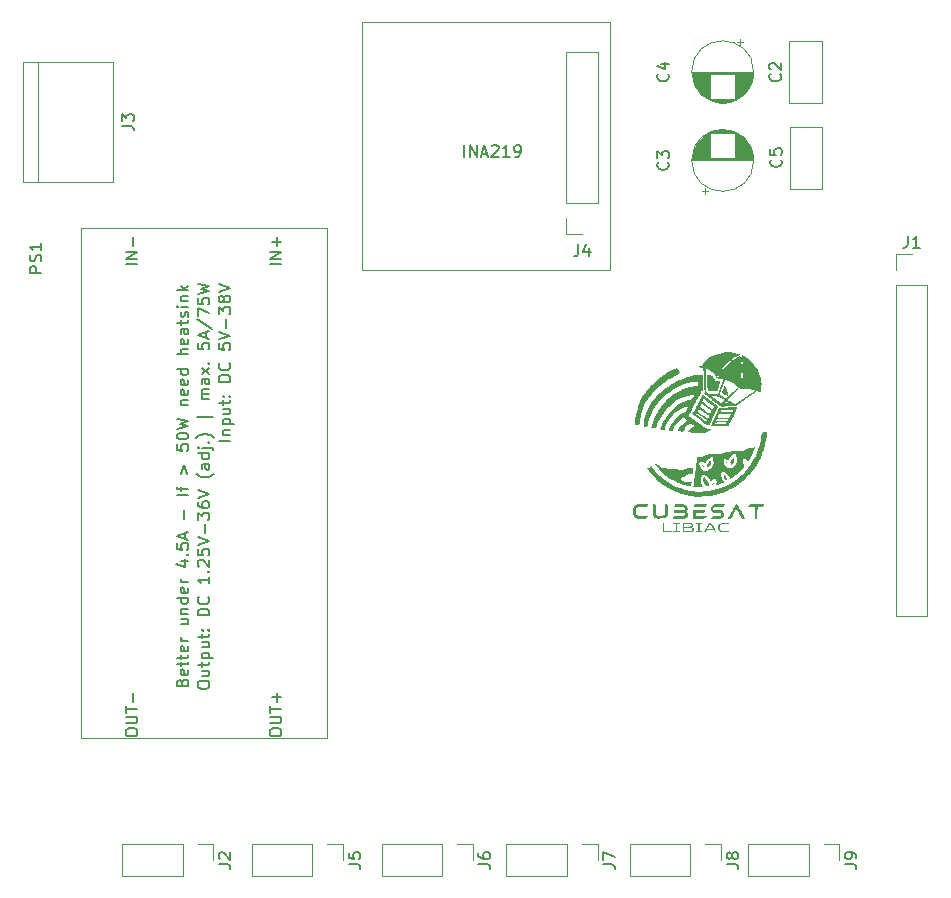
<source format=gto>
G04 #@! TF.GenerationSoftware,KiCad,Pcbnew,8.0.4*
G04 #@! TF.CreationDate,2025-02-04T16:43:17-05:00*
G04 #@! TF.ProjectId,potencia_cubesat,706f7465-6e63-4696-915f-637562657361,rev?*
G04 #@! TF.SameCoordinates,Original*
G04 #@! TF.FileFunction,Legend,Top*
G04 #@! TF.FilePolarity,Positive*
%FSLAX46Y46*%
G04 Gerber Fmt 4.6, Leading zero omitted, Abs format (unit mm)*
G04 Created by KiCad (PCBNEW 8.0.4) date 2025-02-04 16:43:17*
%MOMM*%
%LPD*%
G01*
G04 APERTURE LIST*
%ADD10C,0.100000*%
%ADD11C,0.150000*%
%ADD12C,0.120000*%
%ADD13C,0.000000*%
%ADD14C,3.200000*%
%ADD15R,1.700000X1.700000*%
%ADD16O,1.700000X1.700000*%
%ADD17C,4.048000*%
%ADD18R,3.000000X3.000000*%
%ADD19R,1.600000X1.600000*%
%ADD20C,1.600000*%
%ADD21C,3.000000*%
G04 APERTURE END LIST*
D10*
X30000000Y75500000D02*
X51000000Y75500000D01*
X51000000Y54500000D01*
X30000000Y54500000D01*
X30000000Y75500000D01*
D11*
X76166666Y57350180D02*
X76166666Y56635895D01*
X76166666Y56635895D02*
X76119047Y56493038D01*
X76119047Y56493038D02*
X76023809Y56397800D01*
X76023809Y56397800D02*
X75880952Y56350180D01*
X75880952Y56350180D02*
X75785714Y56350180D01*
X77166666Y56350180D02*
X76595238Y56350180D01*
X76880952Y56350180D02*
X76880952Y57350180D01*
X76880952Y57350180D02*
X76785714Y57207323D01*
X76785714Y57207323D02*
X76690476Y57112085D01*
X76690476Y57112085D02*
X76595238Y57064466D01*
X2825819Y54240714D02*
X1825819Y54240714D01*
X1825819Y54240714D02*
X1825819Y54621666D01*
X1825819Y54621666D02*
X1873438Y54716904D01*
X1873438Y54716904D02*
X1921057Y54764523D01*
X1921057Y54764523D02*
X2016295Y54812142D01*
X2016295Y54812142D02*
X2159152Y54812142D01*
X2159152Y54812142D02*
X2254390Y54764523D01*
X2254390Y54764523D02*
X2302009Y54716904D01*
X2302009Y54716904D02*
X2349628Y54621666D01*
X2349628Y54621666D02*
X2349628Y54240714D01*
X2778200Y55193095D02*
X2825819Y55335952D01*
X2825819Y55335952D02*
X2825819Y55574047D01*
X2825819Y55574047D02*
X2778200Y55669285D01*
X2778200Y55669285D02*
X2730580Y55716904D01*
X2730580Y55716904D02*
X2635342Y55764523D01*
X2635342Y55764523D02*
X2540104Y55764523D01*
X2540104Y55764523D02*
X2444866Y55716904D01*
X2444866Y55716904D02*
X2397247Y55669285D01*
X2397247Y55669285D02*
X2349628Y55574047D01*
X2349628Y55574047D02*
X2302009Y55383571D01*
X2302009Y55383571D02*
X2254390Y55288333D01*
X2254390Y55288333D02*
X2206771Y55240714D01*
X2206771Y55240714D02*
X2111533Y55193095D01*
X2111533Y55193095D02*
X2016295Y55193095D01*
X2016295Y55193095D02*
X1921057Y55240714D01*
X1921057Y55240714D02*
X1873438Y55288333D01*
X1873438Y55288333D02*
X1825819Y55383571D01*
X1825819Y55383571D02*
X1825819Y55621666D01*
X1825819Y55621666D02*
X1873438Y55764523D01*
X2825819Y56716904D02*
X2825819Y56145476D01*
X2825819Y56431190D02*
X1825819Y56431190D01*
X1825819Y56431190D02*
X1968676Y56335952D01*
X1968676Y56335952D02*
X2063914Y56240714D01*
X2063914Y56240714D02*
X2111533Y56145476D01*
X16049819Y19270047D02*
X16049819Y19460523D01*
X16049819Y19460523D02*
X16097438Y19555761D01*
X16097438Y19555761D02*
X16192676Y19650999D01*
X16192676Y19650999D02*
X16383152Y19698618D01*
X16383152Y19698618D02*
X16716485Y19698618D01*
X16716485Y19698618D02*
X16906961Y19650999D01*
X16906961Y19650999D02*
X17002200Y19555761D01*
X17002200Y19555761D02*
X17049819Y19460523D01*
X17049819Y19460523D02*
X17049819Y19270047D01*
X17049819Y19270047D02*
X17002200Y19174809D01*
X17002200Y19174809D02*
X16906961Y19079571D01*
X16906961Y19079571D02*
X16716485Y19031952D01*
X16716485Y19031952D02*
X16383152Y19031952D01*
X16383152Y19031952D02*
X16192676Y19079571D01*
X16192676Y19079571D02*
X16097438Y19174809D01*
X16097438Y19174809D02*
X16049819Y19270047D01*
X16383152Y20555761D02*
X17049819Y20555761D01*
X16383152Y20127190D02*
X16906961Y20127190D01*
X16906961Y20127190D02*
X17002200Y20174809D01*
X17002200Y20174809D02*
X17049819Y20270047D01*
X17049819Y20270047D02*
X17049819Y20412904D01*
X17049819Y20412904D02*
X17002200Y20508142D01*
X17002200Y20508142D02*
X16954580Y20555761D01*
X16383152Y20889095D02*
X16383152Y21270047D01*
X16049819Y21031952D02*
X16906961Y21031952D01*
X16906961Y21031952D02*
X17002200Y21079571D01*
X17002200Y21079571D02*
X17049819Y21174809D01*
X17049819Y21174809D02*
X17049819Y21270047D01*
X16383152Y21603381D02*
X17383152Y21603381D01*
X16430771Y21603381D02*
X16383152Y21698619D01*
X16383152Y21698619D02*
X16383152Y21889095D01*
X16383152Y21889095D02*
X16430771Y21984333D01*
X16430771Y21984333D02*
X16478390Y22031952D01*
X16478390Y22031952D02*
X16573628Y22079571D01*
X16573628Y22079571D02*
X16859342Y22079571D01*
X16859342Y22079571D02*
X16954580Y22031952D01*
X16954580Y22031952D02*
X17002200Y21984333D01*
X17002200Y21984333D02*
X17049819Y21889095D01*
X17049819Y21889095D02*
X17049819Y21698619D01*
X17049819Y21698619D02*
X17002200Y21603381D01*
X16383152Y22936714D02*
X17049819Y22936714D01*
X16383152Y22508143D02*
X16906961Y22508143D01*
X16906961Y22508143D02*
X17002200Y22555762D01*
X17002200Y22555762D02*
X17049819Y22651000D01*
X17049819Y22651000D02*
X17049819Y22793857D01*
X17049819Y22793857D02*
X17002200Y22889095D01*
X17002200Y22889095D02*
X16954580Y22936714D01*
X16383152Y23270048D02*
X16383152Y23651000D01*
X16049819Y23412905D02*
X16906961Y23412905D01*
X16906961Y23412905D02*
X17002200Y23460524D01*
X17002200Y23460524D02*
X17049819Y23555762D01*
X17049819Y23555762D02*
X17049819Y23651000D01*
X16954580Y23984334D02*
X17002200Y24031953D01*
X17002200Y24031953D02*
X17049819Y23984334D01*
X17049819Y23984334D02*
X17002200Y23936715D01*
X17002200Y23936715D02*
X16954580Y23984334D01*
X16954580Y23984334D02*
X17049819Y23984334D01*
X16430771Y23984334D02*
X16478390Y24031953D01*
X16478390Y24031953D02*
X16526009Y23984334D01*
X16526009Y23984334D02*
X16478390Y23936715D01*
X16478390Y23936715D02*
X16430771Y23984334D01*
X16430771Y23984334D02*
X16526009Y23984334D01*
X17049819Y25222429D02*
X16049819Y25222429D01*
X16049819Y25222429D02*
X16049819Y25460524D01*
X16049819Y25460524D02*
X16097438Y25603381D01*
X16097438Y25603381D02*
X16192676Y25698619D01*
X16192676Y25698619D02*
X16287914Y25746238D01*
X16287914Y25746238D02*
X16478390Y25793857D01*
X16478390Y25793857D02*
X16621247Y25793857D01*
X16621247Y25793857D02*
X16811723Y25746238D01*
X16811723Y25746238D02*
X16906961Y25698619D01*
X16906961Y25698619D02*
X17002200Y25603381D01*
X17002200Y25603381D02*
X17049819Y25460524D01*
X17049819Y25460524D02*
X17049819Y25222429D01*
X16954580Y26793857D02*
X17002200Y26746238D01*
X17002200Y26746238D02*
X17049819Y26603381D01*
X17049819Y26603381D02*
X17049819Y26508143D01*
X17049819Y26508143D02*
X17002200Y26365286D01*
X17002200Y26365286D02*
X16906961Y26270048D01*
X16906961Y26270048D02*
X16811723Y26222429D01*
X16811723Y26222429D02*
X16621247Y26174810D01*
X16621247Y26174810D02*
X16478390Y26174810D01*
X16478390Y26174810D02*
X16287914Y26222429D01*
X16287914Y26222429D02*
X16192676Y26270048D01*
X16192676Y26270048D02*
X16097438Y26365286D01*
X16097438Y26365286D02*
X16049819Y26508143D01*
X16049819Y26508143D02*
X16049819Y26603381D01*
X16049819Y26603381D02*
X16097438Y26746238D01*
X16097438Y26746238D02*
X16145057Y26793857D01*
X17049819Y28508143D02*
X17049819Y27936715D01*
X17049819Y28222429D02*
X16049819Y28222429D01*
X16049819Y28222429D02*
X16192676Y28127191D01*
X16192676Y28127191D02*
X16287914Y28031953D01*
X16287914Y28031953D02*
X16335533Y27936715D01*
X16954580Y28936715D02*
X17002200Y28984334D01*
X17002200Y28984334D02*
X17049819Y28936715D01*
X17049819Y28936715D02*
X17002200Y28889096D01*
X17002200Y28889096D02*
X16954580Y28936715D01*
X16954580Y28936715D02*
X17049819Y28936715D01*
X16145057Y29365286D02*
X16097438Y29412905D01*
X16097438Y29412905D02*
X16049819Y29508143D01*
X16049819Y29508143D02*
X16049819Y29746238D01*
X16049819Y29746238D02*
X16097438Y29841476D01*
X16097438Y29841476D02*
X16145057Y29889095D01*
X16145057Y29889095D02*
X16240295Y29936714D01*
X16240295Y29936714D02*
X16335533Y29936714D01*
X16335533Y29936714D02*
X16478390Y29889095D01*
X16478390Y29889095D02*
X17049819Y29317667D01*
X17049819Y29317667D02*
X17049819Y29936714D01*
X16049819Y30841476D02*
X16049819Y30365286D01*
X16049819Y30365286D02*
X16526009Y30317667D01*
X16526009Y30317667D02*
X16478390Y30365286D01*
X16478390Y30365286D02*
X16430771Y30460524D01*
X16430771Y30460524D02*
X16430771Y30698619D01*
X16430771Y30698619D02*
X16478390Y30793857D01*
X16478390Y30793857D02*
X16526009Y30841476D01*
X16526009Y30841476D02*
X16621247Y30889095D01*
X16621247Y30889095D02*
X16859342Y30889095D01*
X16859342Y30889095D02*
X16954580Y30841476D01*
X16954580Y30841476D02*
X17002200Y30793857D01*
X17002200Y30793857D02*
X17049819Y30698619D01*
X17049819Y30698619D02*
X17049819Y30460524D01*
X17049819Y30460524D02*
X17002200Y30365286D01*
X17002200Y30365286D02*
X16954580Y30317667D01*
X16049819Y31174810D02*
X17049819Y31508143D01*
X17049819Y31508143D02*
X16049819Y31841476D01*
X16668866Y32174810D02*
X16668866Y32936715D01*
X16049819Y33317667D02*
X16049819Y33936714D01*
X16049819Y33936714D02*
X16430771Y33603381D01*
X16430771Y33603381D02*
X16430771Y33746238D01*
X16430771Y33746238D02*
X16478390Y33841476D01*
X16478390Y33841476D02*
X16526009Y33889095D01*
X16526009Y33889095D02*
X16621247Y33936714D01*
X16621247Y33936714D02*
X16859342Y33936714D01*
X16859342Y33936714D02*
X16954580Y33889095D01*
X16954580Y33889095D02*
X17002200Y33841476D01*
X17002200Y33841476D02*
X17049819Y33746238D01*
X17049819Y33746238D02*
X17049819Y33460524D01*
X17049819Y33460524D02*
X17002200Y33365286D01*
X17002200Y33365286D02*
X16954580Y33317667D01*
X16049819Y34793857D02*
X16049819Y34603381D01*
X16049819Y34603381D02*
X16097438Y34508143D01*
X16097438Y34508143D02*
X16145057Y34460524D01*
X16145057Y34460524D02*
X16287914Y34365286D01*
X16287914Y34365286D02*
X16478390Y34317667D01*
X16478390Y34317667D02*
X16859342Y34317667D01*
X16859342Y34317667D02*
X16954580Y34365286D01*
X16954580Y34365286D02*
X17002200Y34412905D01*
X17002200Y34412905D02*
X17049819Y34508143D01*
X17049819Y34508143D02*
X17049819Y34698619D01*
X17049819Y34698619D02*
X17002200Y34793857D01*
X17002200Y34793857D02*
X16954580Y34841476D01*
X16954580Y34841476D02*
X16859342Y34889095D01*
X16859342Y34889095D02*
X16621247Y34889095D01*
X16621247Y34889095D02*
X16526009Y34841476D01*
X16526009Y34841476D02*
X16478390Y34793857D01*
X16478390Y34793857D02*
X16430771Y34698619D01*
X16430771Y34698619D02*
X16430771Y34508143D01*
X16430771Y34508143D02*
X16478390Y34412905D01*
X16478390Y34412905D02*
X16526009Y34365286D01*
X16526009Y34365286D02*
X16621247Y34317667D01*
X16049819Y35174810D02*
X17049819Y35508143D01*
X17049819Y35508143D02*
X16049819Y35841476D01*
X17430771Y37222429D02*
X17383152Y37174810D01*
X17383152Y37174810D02*
X17240295Y37079572D01*
X17240295Y37079572D02*
X17145057Y37031953D01*
X17145057Y37031953D02*
X17002200Y36984334D01*
X17002200Y36984334D02*
X16764104Y36936715D01*
X16764104Y36936715D02*
X16573628Y36936715D01*
X16573628Y36936715D02*
X16335533Y36984334D01*
X16335533Y36984334D02*
X16192676Y37031953D01*
X16192676Y37031953D02*
X16097438Y37079572D01*
X16097438Y37079572D02*
X15954580Y37174810D01*
X15954580Y37174810D02*
X15906961Y37222429D01*
X17049819Y38031953D02*
X16526009Y38031953D01*
X16526009Y38031953D02*
X16430771Y37984334D01*
X16430771Y37984334D02*
X16383152Y37889096D01*
X16383152Y37889096D02*
X16383152Y37698620D01*
X16383152Y37698620D02*
X16430771Y37603382D01*
X17002200Y38031953D02*
X17049819Y37936715D01*
X17049819Y37936715D02*
X17049819Y37698620D01*
X17049819Y37698620D02*
X17002200Y37603382D01*
X17002200Y37603382D02*
X16906961Y37555763D01*
X16906961Y37555763D02*
X16811723Y37555763D01*
X16811723Y37555763D02*
X16716485Y37603382D01*
X16716485Y37603382D02*
X16668866Y37698620D01*
X16668866Y37698620D02*
X16668866Y37936715D01*
X16668866Y37936715D02*
X16621247Y38031953D01*
X17049819Y38936715D02*
X16049819Y38936715D01*
X17002200Y38936715D02*
X17049819Y38841477D01*
X17049819Y38841477D02*
X17049819Y38651001D01*
X17049819Y38651001D02*
X17002200Y38555763D01*
X17002200Y38555763D02*
X16954580Y38508144D01*
X16954580Y38508144D02*
X16859342Y38460525D01*
X16859342Y38460525D02*
X16573628Y38460525D01*
X16573628Y38460525D02*
X16478390Y38508144D01*
X16478390Y38508144D02*
X16430771Y38555763D01*
X16430771Y38555763D02*
X16383152Y38651001D01*
X16383152Y38651001D02*
X16383152Y38841477D01*
X16383152Y38841477D02*
X16430771Y38936715D01*
X16383152Y39412906D02*
X17240295Y39412906D01*
X17240295Y39412906D02*
X17335533Y39365287D01*
X17335533Y39365287D02*
X17383152Y39270049D01*
X17383152Y39270049D02*
X17383152Y39222430D01*
X16049819Y39412906D02*
X16097438Y39365287D01*
X16097438Y39365287D02*
X16145057Y39412906D01*
X16145057Y39412906D02*
X16097438Y39460525D01*
X16097438Y39460525D02*
X16049819Y39412906D01*
X16049819Y39412906D02*
X16145057Y39412906D01*
X16954580Y39889096D02*
X17002200Y39936715D01*
X17002200Y39936715D02*
X17049819Y39889096D01*
X17049819Y39889096D02*
X17002200Y39841477D01*
X17002200Y39841477D02*
X16954580Y39889096D01*
X16954580Y39889096D02*
X17049819Y39889096D01*
X17430771Y40270048D02*
X17383152Y40317667D01*
X17383152Y40317667D02*
X17240295Y40412905D01*
X17240295Y40412905D02*
X17145057Y40460524D01*
X17145057Y40460524D02*
X17002200Y40508143D01*
X17002200Y40508143D02*
X16764104Y40555762D01*
X16764104Y40555762D02*
X16573628Y40555762D01*
X16573628Y40555762D02*
X16335533Y40508143D01*
X16335533Y40508143D02*
X16192676Y40460524D01*
X16192676Y40460524D02*
X16097438Y40412905D01*
X16097438Y40412905D02*
X15954580Y40317667D01*
X15954580Y40317667D02*
X15906961Y40270048D01*
X17383152Y42031953D02*
X15954580Y42031953D01*
X17049819Y43508144D02*
X16383152Y43508144D01*
X16478390Y43508144D02*
X16430771Y43555763D01*
X16430771Y43555763D02*
X16383152Y43651001D01*
X16383152Y43651001D02*
X16383152Y43793858D01*
X16383152Y43793858D02*
X16430771Y43889096D01*
X16430771Y43889096D02*
X16526009Y43936715D01*
X16526009Y43936715D02*
X17049819Y43936715D01*
X16526009Y43936715D02*
X16430771Y43984334D01*
X16430771Y43984334D02*
X16383152Y44079572D01*
X16383152Y44079572D02*
X16383152Y44222429D01*
X16383152Y44222429D02*
X16430771Y44317668D01*
X16430771Y44317668D02*
X16526009Y44365287D01*
X16526009Y44365287D02*
X17049819Y44365287D01*
X17049819Y45270048D02*
X16526009Y45270048D01*
X16526009Y45270048D02*
X16430771Y45222429D01*
X16430771Y45222429D02*
X16383152Y45127191D01*
X16383152Y45127191D02*
X16383152Y44936715D01*
X16383152Y44936715D02*
X16430771Y44841477D01*
X17002200Y45270048D02*
X17049819Y45174810D01*
X17049819Y45174810D02*
X17049819Y44936715D01*
X17049819Y44936715D02*
X17002200Y44841477D01*
X17002200Y44841477D02*
X16906961Y44793858D01*
X16906961Y44793858D02*
X16811723Y44793858D01*
X16811723Y44793858D02*
X16716485Y44841477D01*
X16716485Y44841477D02*
X16668866Y44936715D01*
X16668866Y44936715D02*
X16668866Y45174810D01*
X16668866Y45174810D02*
X16621247Y45270048D01*
X17049819Y45651001D02*
X16383152Y46174810D01*
X16383152Y45651001D02*
X17049819Y46174810D01*
X16954580Y46555763D02*
X17002200Y46603382D01*
X17002200Y46603382D02*
X17049819Y46555763D01*
X17049819Y46555763D02*
X17002200Y46508144D01*
X17002200Y46508144D02*
X16954580Y46555763D01*
X16954580Y46555763D02*
X17049819Y46555763D01*
X16049819Y48270048D02*
X16049819Y47793858D01*
X16049819Y47793858D02*
X16526009Y47746239D01*
X16526009Y47746239D02*
X16478390Y47793858D01*
X16478390Y47793858D02*
X16430771Y47889096D01*
X16430771Y47889096D02*
X16430771Y48127191D01*
X16430771Y48127191D02*
X16478390Y48222429D01*
X16478390Y48222429D02*
X16526009Y48270048D01*
X16526009Y48270048D02*
X16621247Y48317667D01*
X16621247Y48317667D02*
X16859342Y48317667D01*
X16859342Y48317667D02*
X16954580Y48270048D01*
X16954580Y48270048D02*
X17002200Y48222429D01*
X17002200Y48222429D02*
X17049819Y48127191D01*
X17049819Y48127191D02*
X17049819Y47889096D01*
X17049819Y47889096D02*
X17002200Y47793858D01*
X17002200Y47793858D02*
X16954580Y47746239D01*
X16764104Y48698620D02*
X16764104Y49174810D01*
X17049819Y48603382D02*
X16049819Y48936715D01*
X16049819Y48936715D02*
X17049819Y49270048D01*
X16002200Y50317667D02*
X17287914Y49460525D01*
X16049819Y50555763D02*
X16049819Y51222429D01*
X16049819Y51222429D02*
X17049819Y50793858D01*
X16049819Y52079572D02*
X16049819Y51603382D01*
X16049819Y51603382D02*
X16526009Y51555763D01*
X16526009Y51555763D02*
X16478390Y51603382D01*
X16478390Y51603382D02*
X16430771Y51698620D01*
X16430771Y51698620D02*
X16430771Y51936715D01*
X16430771Y51936715D02*
X16478390Y52031953D01*
X16478390Y52031953D02*
X16526009Y52079572D01*
X16526009Y52079572D02*
X16621247Y52127191D01*
X16621247Y52127191D02*
X16859342Y52127191D01*
X16859342Y52127191D02*
X16954580Y52079572D01*
X16954580Y52079572D02*
X17002200Y52031953D01*
X17002200Y52031953D02*
X17049819Y51936715D01*
X17049819Y51936715D02*
X17049819Y51698620D01*
X17049819Y51698620D02*
X17002200Y51603382D01*
X17002200Y51603382D02*
X16954580Y51555763D01*
X16049819Y52460525D02*
X17049819Y52698620D01*
X17049819Y52698620D02*
X16335533Y52889096D01*
X16335533Y52889096D02*
X17049819Y53079572D01*
X17049819Y53079572D02*
X16049819Y53317668D01*
X23145819Y54947143D02*
X22145819Y54947143D01*
X23145819Y55423333D02*
X22145819Y55423333D01*
X22145819Y55423333D02*
X23145819Y55994761D01*
X23145819Y55994761D02*
X22145819Y55994761D01*
X22764866Y56470952D02*
X22764866Y57232857D01*
X23145819Y56851904D02*
X22383914Y56851904D01*
X22145819Y15227952D02*
X22145819Y15418428D01*
X22145819Y15418428D02*
X22193438Y15513666D01*
X22193438Y15513666D02*
X22288676Y15608904D01*
X22288676Y15608904D02*
X22479152Y15656523D01*
X22479152Y15656523D02*
X22812485Y15656523D01*
X22812485Y15656523D02*
X23002961Y15608904D01*
X23002961Y15608904D02*
X23098200Y15513666D01*
X23098200Y15513666D02*
X23145819Y15418428D01*
X23145819Y15418428D02*
X23145819Y15227952D01*
X23145819Y15227952D02*
X23098200Y15132714D01*
X23098200Y15132714D02*
X23002961Y15037476D01*
X23002961Y15037476D02*
X22812485Y14989857D01*
X22812485Y14989857D02*
X22479152Y14989857D01*
X22479152Y14989857D02*
X22288676Y15037476D01*
X22288676Y15037476D02*
X22193438Y15132714D01*
X22193438Y15132714D02*
X22145819Y15227952D01*
X22145819Y16085095D02*
X22955342Y16085095D01*
X22955342Y16085095D02*
X23050580Y16132714D01*
X23050580Y16132714D02*
X23098200Y16180333D01*
X23098200Y16180333D02*
X23145819Y16275571D01*
X23145819Y16275571D02*
X23145819Y16466047D01*
X23145819Y16466047D02*
X23098200Y16561285D01*
X23098200Y16561285D02*
X23050580Y16608904D01*
X23050580Y16608904D02*
X22955342Y16656523D01*
X22955342Y16656523D02*
X22145819Y16656523D01*
X22145819Y16989857D02*
X22145819Y17561285D01*
X23145819Y17275571D02*
X22145819Y17275571D01*
X22764866Y17894619D02*
X22764866Y18656524D01*
X23145819Y18275571D02*
X22383914Y18275571D01*
X18827819Y40017381D02*
X17827819Y40017381D01*
X18161152Y40493571D02*
X18827819Y40493571D01*
X18256390Y40493571D02*
X18208771Y40541190D01*
X18208771Y40541190D02*
X18161152Y40636428D01*
X18161152Y40636428D02*
X18161152Y40779285D01*
X18161152Y40779285D02*
X18208771Y40874523D01*
X18208771Y40874523D02*
X18304009Y40922142D01*
X18304009Y40922142D02*
X18827819Y40922142D01*
X18161152Y41398333D02*
X19161152Y41398333D01*
X18208771Y41398333D02*
X18161152Y41493571D01*
X18161152Y41493571D02*
X18161152Y41684047D01*
X18161152Y41684047D02*
X18208771Y41779285D01*
X18208771Y41779285D02*
X18256390Y41826904D01*
X18256390Y41826904D02*
X18351628Y41874523D01*
X18351628Y41874523D02*
X18637342Y41874523D01*
X18637342Y41874523D02*
X18732580Y41826904D01*
X18732580Y41826904D02*
X18780200Y41779285D01*
X18780200Y41779285D02*
X18827819Y41684047D01*
X18827819Y41684047D02*
X18827819Y41493571D01*
X18827819Y41493571D02*
X18780200Y41398333D01*
X18161152Y42731666D02*
X18827819Y42731666D01*
X18161152Y42303095D02*
X18684961Y42303095D01*
X18684961Y42303095D02*
X18780200Y42350714D01*
X18780200Y42350714D02*
X18827819Y42445952D01*
X18827819Y42445952D02*
X18827819Y42588809D01*
X18827819Y42588809D02*
X18780200Y42684047D01*
X18780200Y42684047D02*
X18732580Y42731666D01*
X18161152Y43065000D02*
X18161152Y43445952D01*
X17827819Y43207857D02*
X18684961Y43207857D01*
X18684961Y43207857D02*
X18780200Y43255476D01*
X18780200Y43255476D02*
X18827819Y43350714D01*
X18827819Y43350714D02*
X18827819Y43445952D01*
X18732580Y43779286D02*
X18780200Y43826905D01*
X18780200Y43826905D02*
X18827819Y43779286D01*
X18827819Y43779286D02*
X18780200Y43731667D01*
X18780200Y43731667D02*
X18732580Y43779286D01*
X18732580Y43779286D02*
X18827819Y43779286D01*
X18208771Y43779286D02*
X18256390Y43826905D01*
X18256390Y43826905D02*
X18304009Y43779286D01*
X18304009Y43779286D02*
X18256390Y43731667D01*
X18256390Y43731667D02*
X18208771Y43779286D01*
X18208771Y43779286D02*
X18304009Y43779286D01*
X18827819Y45017381D02*
X17827819Y45017381D01*
X17827819Y45017381D02*
X17827819Y45255476D01*
X17827819Y45255476D02*
X17875438Y45398333D01*
X17875438Y45398333D02*
X17970676Y45493571D01*
X17970676Y45493571D02*
X18065914Y45541190D01*
X18065914Y45541190D02*
X18256390Y45588809D01*
X18256390Y45588809D02*
X18399247Y45588809D01*
X18399247Y45588809D02*
X18589723Y45541190D01*
X18589723Y45541190D02*
X18684961Y45493571D01*
X18684961Y45493571D02*
X18780200Y45398333D01*
X18780200Y45398333D02*
X18827819Y45255476D01*
X18827819Y45255476D02*
X18827819Y45017381D01*
X18732580Y46588809D02*
X18780200Y46541190D01*
X18780200Y46541190D02*
X18827819Y46398333D01*
X18827819Y46398333D02*
X18827819Y46303095D01*
X18827819Y46303095D02*
X18780200Y46160238D01*
X18780200Y46160238D02*
X18684961Y46065000D01*
X18684961Y46065000D02*
X18589723Y46017381D01*
X18589723Y46017381D02*
X18399247Y45969762D01*
X18399247Y45969762D02*
X18256390Y45969762D01*
X18256390Y45969762D02*
X18065914Y46017381D01*
X18065914Y46017381D02*
X17970676Y46065000D01*
X17970676Y46065000D02*
X17875438Y46160238D01*
X17875438Y46160238D02*
X17827819Y46303095D01*
X17827819Y46303095D02*
X17827819Y46398333D01*
X17827819Y46398333D02*
X17875438Y46541190D01*
X17875438Y46541190D02*
X17923057Y46588809D01*
X17827819Y48255476D02*
X17827819Y47779286D01*
X17827819Y47779286D02*
X18304009Y47731667D01*
X18304009Y47731667D02*
X18256390Y47779286D01*
X18256390Y47779286D02*
X18208771Y47874524D01*
X18208771Y47874524D02*
X18208771Y48112619D01*
X18208771Y48112619D02*
X18256390Y48207857D01*
X18256390Y48207857D02*
X18304009Y48255476D01*
X18304009Y48255476D02*
X18399247Y48303095D01*
X18399247Y48303095D02*
X18637342Y48303095D01*
X18637342Y48303095D02*
X18732580Y48255476D01*
X18732580Y48255476D02*
X18780200Y48207857D01*
X18780200Y48207857D02*
X18827819Y48112619D01*
X18827819Y48112619D02*
X18827819Y47874524D01*
X18827819Y47874524D02*
X18780200Y47779286D01*
X18780200Y47779286D02*
X18732580Y47731667D01*
X17827819Y48588810D02*
X18827819Y48922143D01*
X18827819Y48922143D02*
X17827819Y49255476D01*
X18446866Y49588810D02*
X18446866Y50350715D01*
X17827819Y50731667D02*
X17827819Y51350714D01*
X17827819Y51350714D02*
X18208771Y51017381D01*
X18208771Y51017381D02*
X18208771Y51160238D01*
X18208771Y51160238D02*
X18256390Y51255476D01*
X18256390Y51255476D02*
X18304009Y51303095D01*
X18304009Y51303095D02*
X18399247Y51350714D01*
X18399247Y51350714D02*
X18637342Y51350714D01*
X18637342Y51350714D02*
X18732580Y51303095D01*
X18732580Y51303095D02*
X18780200Y51255476D01*
X18780200Y51255476D02*
X18827819Y51160238D01*
X18827819Y51160238D02*
X18827819Y50874524D01*
X18827819Y50874524D02*
X18780200Y50779286D01*
X18780200Y50779286D02*
X18732580Y50731667D01*
X18256390Y51922143D02*
X18208771Y51826905D01*
X18208771Y51826905D02*
X18161152Y51779286D01*
X18161152Y51779286D02*
X18065914Y51731667D01*
X18065914Y51731667D02*
X18018295Y51731667D01*
X18018295Y51731667D02*
X17923057Y51779286D01*
X17923057Y51779286D02*
X17875438Y51826905D01*
X17875438Y51826905D02*
X17827819Y51922143D01*
X17827819Y51922143D02*
X17827819Y52112619D01*
X17827819Y52112619D02*
X17875438Y52207857D01*
X17875438Y52207857D02*
X17923057Y52255476D01*
X17923057Y52255476D02*
X18018295Y52303095D01*
X18018295Y52303095D02*
X18065914Y52303095D01*
X18065914Y52303095D02*
X18161152Y52255476D01*
X18161152Y52255476D02*
X18208771Y52207857D01*
X18208771Y52207857D02*
X18256390Y52112619D01*
X18256390Y52112619D02*
X18256390Y51922143D01*
X18256390Y51922143D02*
X18304009Y51826905D01*
X18304009Y51826905D02*
X18351628Y51779286D01*
X18351628Y51779286D02*
X18446866Y51731667D01*
X18446866Y51731667D02*
X18637342Y51731667D01*
X18637342Y51731667D02*
X18732580Y51779286D01*
X18732580Y51779286D02*
X18780200Y51826905D01*
X18780200Y51826905D02*
X18827819Y51922143D01*
X18827819Y51922143D02*
X18827819Y52112619D01*
X18827819Y52112619D02*
X18780200Y52207857D01*
X18780200Y52207857D02*
X18732580Y52255476D01*
X18732580Y52255476D02*
X18637342Y52303095D01*
X18637342Y52303095D02*
X18446866Y52303095D01*
X18446866Y52303095D02*
X18351628Y52255476D01*
X18351628Y52255476D02*
X18304009Y52207857D01*
X18304009Y52207857D02*
X18256390Y52112619D01*
X17827819Y52588810D02*
X18827819Y52922143D01*
X18827819Y52922143D02*
X17827819Y53255476D01*
X14748009Y19555759D02*
X14795628Y19698616D01*
X14795628Y19698616D02*
X14843247Y19746235D01*
X14843247Y19746235D02*
X14938485Y19793854D01*
X14938485Y19793854D02*
X15081342Y19793854D01*
X15081342Y19793854D02*
X15176580Y19746235D01*
X15176580Y19746235D02*
X15224200Y19698616D01*
X15224200Y19698616D02*
X15271819Y19603378D01*
X15271819Y19603378D02*
X15271819Y19222426D01*
X15271819Y19222426D02*
X14271819Y19222426D01*
X14271819Y19222426D02*
X14271819Y19555759D01*
X14271819Y19555759D02*
X14319438Y19650997D01*
X14319438Y19650997D02*
X14367057Y19698616D01*
X14367057Y19698616D02*
X14462295Y19746235D01*
X14462295Y19746235D02*
X14557533Y19746235D01*
X14557533Y19746235D02*
X14652771Y19698616D01*
X14652771Y19698616D02*
X14700390Y19650997D01*
X14700390Y19650997D02*
X14748009Y19555759D01*
X14748009Y19555759D02*
X14748009Y19222426D01*
X15224200Y20603378D02*
X15271819Y20508140D01*
X15271819Y20508140D02*
X15271819Y20317664D01*
X15271819Y20317664D02*
X15224200Y20222426D01*
X15224200Y20222426D02*
X15128961Y20174807D01*
X15128961Y20174807D02*
X14748009Y20174807D01*
X14748009Y20174807D02*
X14652771Y20222426D01*
X14652771Y20222426D02*
X14605152Y20317664D01*
X14605152Y20317664D02*
X14605152Y20508140D01*
X14605152Y20508140D02*
X14652771Y20603378D01*
X14652771Y20603378D02*
X14748009Y20650997D01*
X14748009Y20650997D02*
X14843247Y20650997D01*
X14843247Y20650997D02*
X14938485Y20174807D01*
X14605152Y20936712D02*
X14605152Y21317664D01*
X14271819Y21079569D02*
X15128961Y21079569D01*
X15128961Y21079569D02*
X15224200Y21127188D01*
X15224200Y21127188D02*
X15271819Y21222426D01*
X15271819Y21222426D02*
X15271819Y21317664D01*
X14605152Y21508141D02*
X14605152Y21889093D01*
X14271819Y21650998D02*
X15128961Y21650998D01*
X15128961Y21650998D02*
X15224200Y21698617D01*
X15224200Y21698617D02*
X15271819Y21793855D01*
X15271819Y21793855D02*
X15271819Y21889093D01*
X15224200Y22603379D02*
X15271819Y22508141D01*
X15271819Y22508141D02*
X15271819Y22317665D01*
X15271819Y22317665D02*
X15224200Y22222427D01*
X15224200Y22222427D02*
X15128961Y22174808D01*
X15128961Y22174808D02*
X14748009Y22174808D01*
X14748009Y22174808D02*
X14652771Y22222427D01*
X14652771Y22222427D02*
X14605152Y22317665D01*
X14605152Y22317665D02*
X14605152Y22508141D01*
X14605152Y22508141D02*
X14652771Y22603379D01*
X14652771Y22603379D02*
X14748009Y22650998D01*
X14748009Y22650998D02*
X14843247Y22650998D01*
X14843247Y22650998D02*
X14938485Y22174808D01*
X15271819Y23079570D02*
X14605152Y23079570D01*
X14795628Y23079570D02*
X14700390Y23127189D01*
X14700390Y23127189D02*
X14652771Y23174808D01*
X14652771Y23174808D02*
X14605152Y23270046D01*
X14605152Y23270046D02*
X14605152Y23365284D01*
X14605152Y24889094D02*
X15271819Y24889094D01*
X14605152Y24460523D02*
X15128961Y24460523D01*
X15128961Y24460523D02*
X15224200Y24508142D01*
X15224200Y24508142D02*
X15271819Y24603380D01*
X15271819Y24603380D02*
X15271819Y24746237D01*
X15271819Y24746237D02*
X15224200Y24841475D01*
X15224200Y24841475D02*
X15176580Y24889094D01*
X14605152Y25365285D02*
X15271819Y25365285D01*
X14700390Y25365285D02*
X14652771Y25412904D01*
X14652771Y25412904D02*
X14605152Y25508142D01*
X14605152Y25508142D02*
X14605152Y25650999D01*
X14605152Y25650999D02*
X14652771Y25746237D01*
X14652771Y25746237D02*
X14748009Y25793856D01*
X14748009Y25793856D02*
X15271819Y25793856D01*
X15271819Y26698618D02*
X14271819Y26698618D01*
X15224200Y26698618D02*
X15271819Y26603380D01*
X15271819Y26603380D02*
X15271819Y26412904D01*
X15271819Y26412904D02*
X15224200Y26317666D01*
X15224200Y26317666D02*
X15176580Y26270047D01*
X15176580Y26270047D02*
X15081342Y26222428D01*
X15081342Y26222428D02*
X14795628Y26222428D01*
X14795628Y26222428D02*
X14700390Y26270047D01*
X14700390Y26270047D02*
X14652771Y26317666D01*
X14652771Y26317666D02*
X14605152Y26412904D01*
X14605152Y26412904D02*
X14605152Y26603380D01*
X14605152Y26603380D02*
X14652771Y26698618D01*
X15224200Y27555761D02*
X15271819Y27460523D01*
X15271819Y27460523D02*
X15271819Y27270047D01*
X15271819Y27270047D02*
X15224200Y27174809D01*
X15224200Y27174809D02*
X15128961Y27127190D01*
X15128961Y27127190D02*
X14748009Y27127190D01*
X14748009Y27127190D02*
X14652771Y27174809D01*
X14652771Y27174809D02*
X14605152Y27270047D01*
X14605152Y27270047D02*
X14605152Y27460523D01*
X14605152Y27460523D02*
X14652771Y27555761D01*
X14652771Y27555761D02*
X14748009Y27603380D01*
X14748009Y27603380D02*
X14843247Y27603380D01*
X14843247Y27603380D02*
X14938485Y27127190D01*
X15271819Y28031952D02*
X14605152Y28031952D01*
X14795628Y28031952D02*
X14700390Y28079571D01*
X14700390Y28079571D02*
X14652771Y28127190D01*
X14652771Y28127190D02*
X14605152Y28222428D01*
X14605152Y28222428D02*
X14605152Y28317666D01*
X14605152Y29841476D02*
X15271819Y29841476D01*
X14224200Y29603381D02*
X14938485Y29365286D01*
X14938485Y29365286D02*
X14938485Y29984333D01*
X15176580Y30365286D02*
X15224200Y30412905D01*
X15224200Y30412905D02*
X15271819Y30365286D01*
X15271819Y30365286D02*
X15224200Y30317667D01*
X15224200Y30317667D02*
X15176580Y30365286D01*
X15176580Y30365286D02*
X15271819Y30365286D01*
X14271819Y31317666D02*
X14271819Y30841476D01*
X14271819Y30841476D02*
X14748009Y30793857D01*
X14748009Y30793857D02*
X14700390Y30841476D01*
X14700390Y30841476D02*
X14652771Y30936714D01*
X14652771Y30936714D02*
X14652771Y31174809D01*
X14652771Y31174809D02*
X14700390Y31270047D01*
X14700390Y31270047D02*
X14748009Y31317666D01*
X14748009Y31317666D02*
X14843247Y31365285D01*
X14843247Y31365285D02*
X15081342Y31365285D01*
X15081342Y31365285D02*
X15176580Y31317666D01*
X15176580Y31317666D02*
X15224200Y31270047D01*
X15224200Y31270047D02*
X15271819Y31174809D01*
X15271819Y31174809D02*
X15271819Y30936714D01*
X15271819Y30936714D02*
X15224200Y30841476D01*
X15224200Y30841476D02*
X15176580Y30793857D01*
X14986104Y31746238D02*
X14986104Y32222428D01*
X15271819Y31651000D02*
X14271819Y31984333D01*
X14271819Y31984333D02*
X15271819Y32317666D01*
X14890866Y33412905D02*
X14890866Y34174810D01*
X15271819Y35412905D02*
X14271819Y35412905D01*
X14605152Y35746238D02*
X14605152Y36127190D01*
X15271819Y35889095D02*
X14414676Y35889095D01*
X14414676Y35889095D02*
X14319438Y35936714D01*
X14319438Y35936714D02*
X14271819Y36031952D01*
X14271819Y36031952D02*
X14271819Y36127190D01*
X14605152Y37222429D02*
X14890866Y37984334D01*
X14890866Y37984334D02*
X15176580Y37222429D01*
X14271819Y39698619D02*
X14271819Y39222429D01*
X14271819Y39222429D02*
X14748009Y39174810D01*
X14748009Y39174810D02*
X14700390Y39222429D01*
X14700390Y39222429D02*
X14652771Y39317667D01*
X14652771Y39317667D02*
X14652771Y39555762D01*
X14652771Y39555762D02*
X14700390Y39651000D01*
X14700390Y39651000D02*
X14748009Y39698619D01*
X14748009Y39698619D02*
X14843247Y39746238D01*
X14843247Y39746238D02*
X15081342Y39746238D01*
X15081342Y39746238D02*
X15176580Y39698619D01*
X15176580Y39698619D02*
X15224200Y39651000D01*
X15224200Y39651000D02*
X15271819Y39555762D01*
X15271819Y39555762D02*
X15271819Y39317667D01*
X15271819Y39317667D02*
X15224200Y39222429D01*
X15224200Y39222429D02*
X15176580Y39174810D01*
X14271819Y40365286D02*
X14271819Y40460524D01*
X14271819Y40460524D02*
X14319438Y40555762D01*
X14319438Y40555762D02*
X14367057Y40603381D01*
X14367057Y40603381D02*
X14462295Y40651000D01*
X14462295Y40651000D02*
X14652771Y40698619D01*
X14652771Y40698619D02*
X14890866Y40698619D01*
X14890866Y40698619D02*
X15081342Y40651000D01*
X15081342Y40651000D02*
X15176580Y40603381D01*
X15176580Y40603381D02*
X15224200Y40555762D01*
X15224200Y40555762D02*
X15271819Y40460524D01*
X15271819Y40460524D02*
X15271819Y40365286D01*
X15271819Y40365286D02*
X15224200Y40270048D01*
X15224200Y40270048D02*
X15176580Y40222429D01*
X15176580Y40222429D02*
X15081342Y40174810D01*
X15081342Y40174810D02*
X14890866Y40127191D01*
X14890866Y40127191D02*
X14652771Y40127191D01*
X14652771Y40127191D02*
X14462295Y40174810D01*
X14462295Y40174810D02*
X14367057Y40222429D01*
X14367057Y40222429D02*
X14319438Y40270048D01*
X14319438Y40270048D02*
X14271819Y40365286D01*
X14271819Y41031953D02*
X15271819Y41270048D01*
X15271819Y41270048D02*
X14557533Y41460524D01*
X14557533Y41460524D02*
X15271819Y41651000D01*
X15271819Y41651000D02*
X14271819Y41889096D01*
X14605152Y43031953D02*
X15271819Y43031953D01*
X14700390Y43031953D02*
X14652771Y43079572D01*
X14652771Y43079572D02*
X14605152Y43174810D01*
X14605152Y43174810D02*
X14605152Y43317667D01*
X14605152Y43317667D02*
X14652771Y43412905D01*
X14652771Y43412905D02*
X14748009Y43460524D01*
X14748009Y43460524D02*
X15271819Y43460524D01*
X15224200Y44317667D02*
X15271819Y44222429D01*
X15271819Y44222429D02*
X15271819Y44031953D01*
X15271819Y44031953D02*
X15224200Y43936715D01*
X15224200Y43936715D02*
X15128961Y43889096D01*
X15128961Y43889096D02*
X14748009Y43889096D01*
X14748009Y43889096D02*
X14652771Y43936715D01*
X14652771Y43936715D02*
X14605152Y44031953D01*
X14605152Y44031953D02*
X14605152Y44222429D01*
X14605152Y44222429D02*
X14652771Y44317667D01*
X14652771Y44317667D02*
X14748009Y44365286D01*
X14748009Y44365286D02*
X14843247Y44365286D01*
X14843247Y44365286D02*
X14938485Y43889096D01*
X15224200Y45174810D02*
X15271819Y45079572D01*
X15271819Y45079572D02*
X15271819Y44889096D01*
X15271819Y44889096D02*
X15224200Y44793858D01*
X15224200Y44793858D02*
X15128961Y44746239D01*
X15128961Y44746239D02*
X14748009Y44746239D01*
X14748009Y44746239D02*
X14652771Y44793858D01*
X14652771Y44793858D02*
X14605152Y44889096D01*
X14605152Y44889096D02*
X14605152Y45079572D01*
X14605152Y45079572D02*
X14652771Y45174810D01*
X14652771Y45174810D02*
X14748009Y45222429D01*
X14748009Y45222429D02*
X14843247Y45222429D01*
X14843247Y45222429D02*
X14938485Y44746239D01*
X15271819Y46079572D02*
X14271819Y46079572D01*
X15224200Y46079572D02*
X15271819Y45984334D01*
X15271819Y45984334D02*
X15271819Y45793858D01*
X15271819Y45793858D02*
X15224200Y45698620D01*
X15224200Y45698620D02*
X15176580Y45651001D01*
X15176580Y45651001D02*
X15081342Y45603382D01*
X15081342Y45603382D02*
X14795628Y45603382D01*
X14795628Y45603382D02*
X14700390Y45651001D01*
X14700390Y45651001D02*
X14652771Y45698620D01*
X14652771Y45698620D02*
X14605152Y45793858D01*
X14605152Y45793858D02*
X14605152Y45984334D01*
X14605152Y45984334D02*
X14652771Y46079572D01*
X15271819Y47317668D02*
X14271819Y47317668D01*
X15271819Y47746239D02*
X14748009Y47746239D01*
X14748009Y47746239D02*
X14652771Y47698620D01*
X14652771Y47698620D02*
X14605152Y47603382D01*
X14605152Y47603382D02*
X14605152Y47460525D01*
X14605152Y47460525D02*
X14652771Y47365287D01*
X14652771Y47365287D02*
X14700390Y47317668D01*
X15224200Y48603382D02*
X15271819Y48508144D01*
X15271819Y48508144D02*
X15271819Y48317668D01*
X15271819Y48317668D02*
X15224200Y48222430D01*
X15224200Y48222430D02*
X15128961Y48174811D01*
X15128961Y48174811D02*
X14748009Y48174811D01*
X14748009Y48174811D02*
X14652771Y48222430D01*
X14652771Y48222430D02*
X14605152Y48317668D01*
X14605152Y48317668D02*
X14605152Y48508144D01*
X14605152Y48508144D02*
X14652771Y48603382D01*
X14652771Y48603382D02*
X14748009Y48651001D01*
X14748009Y48651001D02*
X14843247Y48651001D01*
X14843247Y48651001D02*
X14938485Y48174811D01*
X15271819Y49508144D02*
X14748009Y49508144D01*
X14748009Y49508144D02*
X14652771Y49460525D01*
X14652771Y49460525D02*
X14605152Y49365287D01*
X14605152Y49365287D02*
X14605152Y49174811D01*
X14605152Y49174811D02*
X14652771Y49079573D01*
X15224200Y49508144D02*
X15271819Y49412906D01*
X15271819Y49412906D02*
X15271819Y49174811D01*
X15271819Y49174811D02*
X15224200Y49079573D01*
X15224200Y49079573D02*
X15128961Y49031954D01*
X15128961Y49031954D02*
X15033723Y49031954D01*
X15033723Y49031954D02*
X14938485Y49079573D01*
X14938485Y49079573D02*
X14890866Y49174811D01*
X14890866Y49174811D02*
X14890866Y49412906D01*
X14890866Y49412906D02*
X14843247Y49508144D01*
X14605152Y49841478D02*
X14605152Y50222430D01*
X14271819Y49984335D02*
X15128961Y49984335D01*
X15128961Y49984335D02*
X15224200Y50031954D01*
X15224200Y50031954D02*
X15271819Y50127192D01*
X15271819Y50127192D02*
X15271819Y50222430D01*
X15224200Y50508145D02*
X15271819Y50603383D01*
X15271819Y50603383D02*
X15271819Y50793859D01*
X15271819Y50793859D02*
X15224200Y50889097D01*
X15224200Y50889097D02*
X15128961Y50936716D01*
X15128961Y50936716D02*
X15081342Y50936716D01*
X15081342Y50936716D02*
X14986104Y50889097D01*
X14986104Y50889097D02*
X14938485Y50793859D01*
X14938485Y50793859D02*
X14938485Y50651002D01*
X14938485Y50651002D02*
X14890866Y50555764D01*
X14890866Y50555764D02*
X14795628Y50508145D01*
X14795628Y50508145D02*
X14748009Y50508145D01*
X14748009Y50508145D02*
X14652771Y50555764D01*
X14652771Y50555764D02*
X14605152Y50651002D01*
X14605152Y50651002D02*
X14605152Y50793859D01*
X14605152Y50793859D02*
X14652771Y50889097D01*
X15271819Y51365288D02*
X14605152Y51365288D01*
X14271819Y51365288D02*
X14319438Y51317669D01*
X14319438Y51317669D02*
X14367057Y51365288D01*
X14367057Y51365288D02*
X14319438Y51412907D01*
X14319438Y51412907D02*
X14271819Y51365288D01*
X14271819Y51365288D02*
X14367057Y51365288D01*
X14605152Y51841478D02*
X15271819Y51841478D01*
X14700390Y51841478D02*
X14652771Y51889097D01*
X14652771Y51889097D02*
X14605152Y51984335D01*
X14605152Y51984335D02*
X14605152Y52127192D01*
X14605152Y52127192D02*
X14652771Y52222430D01*
X14652771Y52222430D02*
X14748009Y52270049D01*
X14748009Y52270049D02*
X15271819Y52270049D01*
X15271819Y52746240D02*
X14271819Y52746240D01*
X14890866Y52841478D02*
X15271819Y53127192D01*
X14605152Y53127192D02*
X14986104Y52746240D01*
X10953819Y54947143D02*
X9953819Y54947143D01*
X10953819Y55423333D02*
X9953819Y55423333D01*
X9953819Y55423333D02*
X10953819Y55994761D01*
X10953819Y55994761D02*
X9953819Y55994761D01*
X10572866Y56470952D02*
X10572866Y57232857D01*
X9953819Y15227952D02*
X9953819Y15418428D01*
X9953819Y15418428D02*
X10001438Y15513666D01*
X10001438Y15513666D02*
X10096676Y15608904D01*
X10096676Y15608904D02*
X10287152Y15656523D01*
X10287152Y15656523D02*
X10620485Y15656523D01*
X10620485Y15656523D02*
X10810961Y15608904D01*
X10810961Y15608904D02*
X10906200Y15513666D01*
X10906200Y15513666D02*
X10953819Y15418428D01*
X10953819Y15418428D02*
X10953819Y15227952D01*
X10953819Y15227952D02*
X10906200Y15132714D01*
X10906200Y15132714D02*
X10810961Y15037476D01*
X10810961Y15037476D02*
X10620485Y14989857D01*
X10620485Y14989857D02*
X10287152Y14989857D01*
X10287152Y14989857D02*
X10096676Y15037476D01*
X10096676Y15037476D02*
X10001438Y15132714D01*
X10001438Y15132714D02*
X9953819Y15227952D01*
X9953819Y16085095D02*
X10763342Y16085095D01*
X10763342Y16085095D02*
X10858580Y16132714D01*
X10858580Y16132714D02*
X10906200Y16180333D01*
X10906200Y16180333D02*
X10953819Y16275571D01*
X10953819Y16275571D02*
X10953819Y16466047D01*
X10953819Y16466047D02*
X10906200Y16561285D01*
X10906200Y16561285D02*
X10858580Y16608904D01*
X10858580Y16608904D02*
X10763342Y16656523D01*
X10763342Y16656523D02*
X9953819Y16656523D01*
X9953819Y16989857D02*
X9953819Y17561285D01*
X10953819Y17275571D02*
X9953819Y17275571D01*
X10572866Y17894619D02*
X10572866Y18656524D01*
X55859580Y63583333D02*
X55907200Y63535714D01*
X55907200Y63535714D02*
X55954819Y63392857D01*
X55954819Y63392857D02*
X55954819Y63297619D01*
X55954819Y63297619D02*
X55907200Y63154762D01*
X55907200Y63154762D02*
X55811961Y63059524D01*
X55811961Y63059524D02*
X55716723Y63011905D01*
X55716723Y63011905D02*
X55526247Y62964286D01*
X55526247Y62964286D02*
X55383390Y62964286D01*
X55383390Y62964286D02*
X55192914Y63011905D01*
X55192914Y63011905D02*
X55097676Y63059524D01*
X55097676Y63059524D02*
X55002438Y63154762D01*
X55002438Y63154762D02*
X54954819Y63297619D01*
X54954819Y63297619D02*
X54954819Y63392857D01*
X54954819Y63392857D02*
X55002438Y63535714D01*
X55002438Y63535714D02*
X55050057Y63583333D01*
X54954819Y63916667D02*
X54954819Y64535714D01*
X54954819Y64535714D02*
X55335771Y64202381D01*
X55335771Y64202381D02*
X55335771Y64345238D01*
X55335771Y64345238D02*
X55383390Y64440476D01*
X55383390Y64440476D02*
X55431009Y64488095D01*
X55431009Y64488095D02*
X55526247Y64535714D01*
X55526247Y64535714D02*
X55764342Y64535714D01*
X55764342Y64535714D02*
X55859580Y64488095D01*
X55859580Y64488095D02*
X55907200Y64440476D01*
X55907200Y64440476D02*
X55954819Y64345238D01*
X55954819Y64345238D02*
X55954819Y64059524D01*
X55954819Y64059524D02*
X55907200Y63964286D01*
X55907200Y63964286D02*
X55859580Y63916667D01*
X50364819Y4166666D02*
X51079104Y4166666D01*
X51079104Y4166666D02*
X51221961Y4119047D01*
X51221961Y4119047D02*
X51317200Y4023809D01*
X51317200Y4023809D02*
X51364819Y3880952D01*
X51364819Y3880952D02*
X51364819Y3785714D01*
X50364819Y4547619D02*
X50364819Y5214285D01*
X50364819Y5214285D02*
X51364819Y4785714D01*
X65359580Y71083333D02*
X65407200Y71035714D01*
X65407200Y71035714D02*
X65454819Y70892857D01*
X65454819Y70892857D02*
X65454819Y70797619D01*
X65454819Y70797619D02*
X65407200Y70654762D01*
X65407200Y70654762D02*
X65311961Y70559524D01*
X65311961Y70559524D02*
X65216723Y70511905D01*
X65216723Y70511905D02*
X65026247Y70464286D01*
X65026247Y70464286D02*
X64883390Y70464286D01*
X64883390Y70464286D02*
X64692914Y70511905D01*
X64692914Y70511905D02*
X64597676Y70559524D01*
X64597676Y70559524D02*
X64502438Y70654762D01*
X64502438Y70654762D02*
X64454819Y70797619D01*
X64454819Y70797619D02*
X64454819Y70892857D01*
X64454819Y70892857D02*
X64502438Y71035714D01*
X64502438Y71035714D02*
X64550057Y71083333D01*
X64550057Y71464286D02*
X64502438Y71511905D01*
X64502438Y71511905D02*
X64454819Y71607143D01*
X64454819Y71607143D02*
X64454819Y71845238D01*
X64454819Y71845238D02*
X64502438Y71940476D01*
X64502438Y71940476D02*
X64550057Y71988095D01*
X64550057Y71988095D02*
X64645295Y72035714D01*
X64645295Y72035714D02*
X64740533Y72035714D01*
X64740533Y72035714D02*
X64883390Y71988095D01*
X64883390Y71988095D02*
X65454819Y71416667D01*
X65454819Y71416667D02*
X65454819Y72035714D01*
X39824819Y4166666D02*
X40539104Y4166666D01*
X40539104Y4166666D02*
X40681961Y4119047D01*
X40681961Y4119047D02*
X40777200Y4023809D01*
X40777200Y4023809D02*
X40824819Y3880952D01*
X40824819Y3880952D02*
X40824819Y3785714D01*
X39824819Y5071428D02*
X39824819Y4880952D01*
X39824819Y4880952D02*
X39872438Y4785714D01*
X39872438Y4785714D02*
X39920057Y4738095D01*
X39920057Y4738095D02*
X40062914Y4642857D01*
X40062914Y4642857D02*
X40253390Y4595238D01*
X40253390Y4595238D02*
X40634342Y4595238D01*
X40634342Y4595238D02*
X40729580Y4642857D01*
X40729580Y4642857D02*
X40777200Y4690476D01*
X40777200Y4690476D02*
X40824819Y4785714D01*
X40824819Y4785714D02*
X40824819Y4976190D01*
X40824819Y4976190D02*
X40777200Y5071428D01*
X40777200Y5071428D02*
X40729580Y5119047D01*
X40729580Y5119047D02*
X40634342Y5166666D01*
X40634342Y5166666D02*
X40396247Y5166666D01*
X40396247Y5166666D02*
X40301009Y5119047D01*
X40301009Y5119047D02*
X40253390Y5071428D01*
X40253390Y5071428D02*
X40205771Y4976190D01*
X40205771Y4976190D02*
X40205771Y4785714D01*
X40205771Y4785714D02*
X40253390Y4690476D01*
X40253390Y4690476D02*
X40301009Y4642857D01*
X40301009Y4642857D02*
X40396247Y4595238D01*
X9634819Y66666666D02*
X10349104Y66666666D01*
X10349104Y66666666D02*
X10491961Y66619047D01*
X10491961Y66619047D02*
X10587200Y66523809D01*
X10587200Y66523809D02*
X10634819Y66380952D01*
X10634819Y66380952D02*
X10634819Y66285714D01*
X9634819Y67047619D02*
X9634819Y67666666D01*
X9634819Y67666666D02*
X10015771Y67333333D01*
X10015771Y67333333D02*
X10015771Y67476190D01*
X10015771Y67476190D02*
X10063390Y67571428D01*
X10063390Y67571428D02*
X10111009Y67619047D01*
X10111009Y67619047D02*
X10206247Y67666666D01*
X10206247Y67666666D02*
X10444342Y67666666D01*
X10444342Y67666666D02*
X10539580Y67619047D01*
X10539580Y67619047D02*
X10587200Y67571428D01*
X10587200Y67571428D02*
X10634819Y67476190D01*
X10634819Y67476190D02*
X10634819Y67190476D01*
X10634819Y67190476D02*
X10587200Y67095238D01*
X10587200Y67095238D02*
X10539580Y67047619D01*
X65408180Y63815733D02*
X65455800Y63768114D01*
X65455800Y63768114D02*
X65503419Y63625257D01*
X65503419Y63625257D02*
X65503419Y63530019D01*
X65503419Y63530019D02*
X65455800Y63387162D01*
X65455800Y63387162D02*
X65360561Y63291924D01*
X65360561Y63291924D02*
X65265323Y63244305D01*
X65265323Y63244305D02*
X65074847Y63196686D01*
X65074847Y63196686D02*
X64931990Y63196686D01*
X64931990Y63196686D02*
X64741514Y63244305D01*
X64741514Y63244305D02*
X64646276Y63291924D01*
X64646276Y63291924D02*
X64551038Y63387162D01*
X64551038Y63387162D02*
X64503419Y63530019D01*
X64503419Y63530019D02*
X64503419Y63625257D01*
X64503419Y63625257D02*
X64551038Y63768114D01*
X64551038Y63768114D02*
X64598657Y63815733D01*
X64503419Y64720495D02*
X64503419Y64244305D01*
X64503419Y64244305D02*
X64979609Y64196686D01*
X64979609Y64196686D02*
X64931990Y64244305D01*
X64931990Y64244305D02*
X64884371Y64339543D01*
X64884371Y64339543D02*
X64884371Y64577638D01*
X64884371Y64577638D02*
X64931990Y64672876D01*
X64931990Y64672876D02*
X64979609Y64720495D01*
X64979609Y64720495D02*
X65074847Y64768114D01*
X65074847Y64768114D02*
X65312942Y64768114D01*
X65312942Y64768114D02*
X65408180Y64720495D01*
X65408180Y64720495D02*
X65455800Y64672876D01*
X65455800Y64672876D02*
X65503419Y64577638D01*
X65503419Y64577638D02*
X65503419Y64339543D01*
X65503419Y64339543D02*
X65455800Y64244305D01*
X65455800Y64244305D02*
X65408180Y64196686D01*
X55859580Y71083333D02*
X55907200Y71035714D01*
X55907200Y71035714D02*
X55954819Y70892857D01*
X55954819Y70892857D02*
X55954819Y70797619D01*
X55954819Y70797619D02*
X55907200Y70654762D01*
X55907200Y70654762D02*
X55811961Y70559524D01*
X55811961Y70559524D02*
X55716723Y70511905D01*
X55716723Y70511905D02*
X55526247Y70464286D01*
X55526247Y70464286D02*
X55383390Y70464286D01*
X55383390Y70464286D02*
X55192914Y70511905D01*
X55192914Y70511905D02*
X55097676Y70559524D01*
X55097676Y70559524D02*
X55002438Y70654762D01*
X55002438Y70654762D02*
X54954819Y70797619D01*
X54954819Y70797619D02*
X54954819Y70892857D01*
X54954819Y70892857D02*
X55002438Y71035714D01*
X55002438Y71035714D02*
X55050057Y71083333D01*
X55288152Y71940476D02*
X55954819Y71940476D01*
X54907200Y71702381D02*
X55621485Y71464286D01*
X55621485Y71464286D02*
X55621485Y72083333D01*
X48267612Y56647847D02*
X48267612Y55933562D01*
X48267612Y55933562D02*
X48219993Y55790705D01*
X48219993Y55790705D02*
X48124755Y55695467D01*
X48124755Y55695467D02*
X47981898Y55647847D01*
X47981898Y55647847D02*
X47886660Y55647847D01*
X49172374Y56314514D02*
X49172374Y55647847D01*
X48934279Y56695467D02*
X48696184Y55981181D01*
X48696184Y55981181D02*
X49315231Y55981181D01*
X38619048Y64045180D02*
X38619048Y65045180D01*
X39095238Y64045180D02*
X39095238Y65045180D01*
X39095238Y65045180D02*
X39666666Y64045180D01*
X39666666Y64045180D02*
X39666666Y65045180D01*
X40095238Y64330895D02*
X40571428Y64330895D01*
X40000000Y64045180D02*
X40333333Y65045180D01*
X40333333Y65045180D02*
X40666666Y64045180D01*
X40952381Y64949942D02*
X41000000Y64997561D01*
X41000000Y64997561D02*
X41095238Y65045180D01*
X41095238Y65045180D02*
X41333333Y65045180D01*
X41333333Y65045180D02*
X41428571Y64997561D01*
X41428571Y64997561D02*
X41476190Y64949942D01*
X41476190Y64949942D02*
X41523809Y64854704D01*
X41523809Y64854704D02*
X41523809Y64759466D01*
X41523809Y64759466D02*
X41476190Y64616609D01*
X41476190Y64616609D02*
X40904762Y64045180D01*
X40904762Y64045180D02*
X41523809Y64045180D01*
X42476190Y64045180D02*
X41904762Y64045180D01*
X42190476Y64045180D02*
X42190476Y65045180D01*
X42190476Y65045180D02*
X42095238Y64902323D01*
X42095238Y64902323D02*
X42000000Y64807085D01*
X42000000Y64807085D02*
X41904762Y64759466D01*
X42952381Y64045180D02*
X43142857Y64045180D01*
X43142857Y64045180D02*
X43238095Y64092800D01*
X43238095Y64092800D02*
X43285714Y64140419D01*
X43285714Y64140419D02*
X43380952Y64283276D01*
X43380952Y64283276D02*
X43428571Y64473752D01*
X43428571Y64473752D02*
X43428571Y64854704D01*
X43428571Y64854704D02*
X43380952Y64949942D01*
X43380952Y64949942D02*
X43333333Y64997561D01*
X43333333Y64997561D02*
X43238095Y65045180D01*
X43238095Y65045180D02*
X43047619Y65045180D01*
X43047619Y65045180D02*
X42952381Y64997561D01*
X42952381Y64997561D02*
X42904762Y64949942D01*
X42904762Y64949942D02*
X42857143Y64854704D01*
X42857143Y64854704D02*
X42857143Y64616609D01*
X42857143Y64616609D02*
X42904762Y64521371D01*
X42904762Y64521371D02*
X42952381Y64473752D01*
X42952381Y64473752D02*
X43047619Y64426133D01*
X43047619Y64426133D02*
X43238095Y64426133D01*
X43238095Y64426133D02*
X43333333Y64473752D01*
X43333333Y64473752D02*
X43380952Y64521371D01*
X43380952Y64521371D02*
X43428571Y64616609D01*
X17824819Y4166666D02*
X18539104Y4166666D01*
X18539104Y4166666D02*
X18681961Y4119047D01*
X18681961Y4119047D02*
X18777200Y4023809D01*
X18777200Y4023809D02*
X18824819Y3880952D01*
X18824819Y3880952D02*
X18824819Y3785714D01*
X17920057Y4595238D02*
X17872438Y4642857D01*
X17872438Y4642857D02*
X17824819Y4738095D01*
X17824819Y4738095D02*
X17824819Y4976190D01*
X17824819Y4976190D02*
X17872438Y5071428D01*
X17872438Y5071428D02*
X17920057Y5119047D01*
X17920057Y5119047D02*
X18015295Y5166666D01*
X18015295Y5166666D02*
X18110533Y5166666D01*
X18110533Y5166666D02*
X18253390Y5119047D01*
X18253390Y5119047D02*
X18824819Y4547619D01*
X18824819Y4547619D02*
X18824819Y5166666D01*
X28824819Y4166666D02*
X29539104Y4166666D01*
X29539104Y4166666D02*
X29681961Y4119047D01*
X29681961Y4119047D02*
X29777200Y4023809D01*
X29777200Y4023809D02*
X29824819Y3880952D01*
X29824819Y3880952D02*
X29824819Y3785714D01*
X28824819Y5119047D02*
X28824819Y4642857D01*
X28824819Y4642857D02*
X29301009Y4595238D01*
X29301009Y4595238D02*
X29253390Y4642857D01*
X29253390Y4642857D02*
X29205771Y4738095D01*
X29205771Y4738095D02*
X29205771Y4976190D01*
X29205771Y4976190D02*
X29253390Y5071428D01*
X29253390Y5071428D02*
X29301009Y5119047D01*
X29301009Y5119047D02*
X29396247Y5166666D01*
X29396247Y5166666D02*
X29634342Y5166666D01*
X29634342Y5166666D02*
X29729580Y5119047D01*
X29729580Y5119047D02*
X29777200Y5071428D01*
X29777200Y5071428D02*
X29824819Y4976190D01*
X29824819Y4976190D02*
X29824819Y4738095D01*
X29824819Y4738095D02*
X29777200Y4642857D01*
X29777200Y4642857D02*
X29729580Y4595238D01*
X70824819Y4166666D02*
X71539104Y4166666D01*
X71539104Y4166666D02*
X71681961Y4119047D01*
X71681961Y4119047D02*
X71777200Y4023809D01*
X71777200Y4023809D02*
X71824819Y3880952D01*
X71824819Y3880952D02*
X71824819Y3785714D01*
X71824819Y4690476D02*
X71824819Y4880952D01*
X71824819Y4880952D02*
X71777200Y4976190D01*
X71777200Y4976190D02*
X71729580Y5023809D01*
X71729580Y5023809D02*
X71586723Y5119047D01*
X71586723Y5119047D02*
X71396247Y5166666D01*
X71396247Y5166666D02*
X71015295Y5166666D01*
X71015295Y5166666D02*
X70920057Y5119047D01*
X70920057Y5119047D02*
X70872438Y5071428D01*
X70872438Y5071428D02*
X70824819Y4976190D01*
X70824819Y4976190D02*
X70824819Y4785714D01*
X70824819Y4785714D02*
X70872438Y4690476D01*
X70872438Y4690476D02*
X70920057Y4642857D01*
X70920057Y4642857D02*
X71015295Y4595238D01*
X71015295Y4595238D02*
X71253390Y4595238D01*
X71253390Y4595238D02*
X71348628Y4642857D01*
X71348628Y4642857D02*
X71396247Y4690476D01*
X71396247Y4690476D02*
X71443866Y4785714D01*
X71443866Y4785714D02*
X71443866Y4976190D01*
X71443866Y4976190D02*
X71396247Y5071428D01*
X71396247Y5071428D02*
X71348628Y5119047D01*
X71348628Y5119047D02*
X71253390Y5166666D01*
X60824819Y4166666D02*
X61539104Y4166666D01*
X61539104Y4166666D02*
X61681961Y4119047D01*
X61681961Y4119047D02*
X61777200Y4023809D01*
X61777200Y4023809D02*
X61824819Y3880952D01*
X61824819Y3880952D02*
X61824819Y3785714D01*
X61253390Y4785714D02*
X61205771Y4690476D01*
X61205771Y4690476D02*
X61158152Y4642857D01*
X61158152Y4642857D02*
X61062914Y4595238D01*
X61062914Y4595238D02*
X61015295Y4595238D01*
X61015295Y4595238D02*
X60920057Y4642857D01*
X60920057Y4642857D02*
X60872438Y4690476D01*
X60872438Y4690476D02*
X60824819Y4785714D01*
X60824819Y4785714D02*
X60824819Y4976190D01*
X60824819Y4976190D02*
X60872438Y5071428D01*
X60872438Y5071428D02*
X60920057Y5119047D01*
X60920057Y5119047D02*
X61015295Y5166666D01*
X61015295Y5166666D02*
X61062914Y5166666D01*
X61062914Y5166666D02*
X61158152Y5119047D01*
X61158152Y5119047D02*
X61205771Y5071428D01*
X61205771Y5071428D02*
X61253390Y4976190D01*
X61253390Y4976190D02*
X61253390Y4785714D01*
X61253390Y4785714D02*
X61301009Y4690476D01*
X61301009Y4690476D02*
X61348628Y4642857D01*
X61348628Y4642857D02*
X61443866Y4595238D01*
X61443866Y4595238D02*
X61634342Y4595238D01*
X61634342Y4595238D02*
X61729580Y4642857D01*
X61729580Y4642857D02*
X61777200Y4690476D01*
X61777200Y4690476D02*
X61824819Y4785714D01*
X61824819Y4785714D02*
X61824819Y4976190D01*
X61824819Y4976190D02*
X61777200Y5071428D01*
X61777200Y5071428D02*
X61729580Y5119047D01*
X61729580Y5119047D02*
X61634342Y5166666D01*
X61634342Y5166666D02*
X61443866Y5166666D01*
X61443866Y5166666D02*
X61348628Y5119047D01*
X61348628Y5119047D02*
X61301009Y5071428D01*
X61301009Y5071428D02*
X61253390Y4976190D01*
D12*
G04 #@! TO.C,J1*
X75170000Y55805000D02*
X76500000Y55805000D01*
X75170000Y54475000D02*
X75170000Y55805000D01*
X75170000Y53205000D02*
X75170000Y25205000D01*
X75170000Y53205000D02*
X77830000Y53205000D01*
X75170000Y25205000D02*
X77830000Y25205000D01*
X77830000Y53205000D02*
X77830000Y25205000D01*
G04 #@! TO.C,PS1*
X6181000Y57995000D02*
X27009000Y57995000D01*
X6181000Y14815000D02*
X6181000Y57995000D01*
X27009000Y57995000D02*
X27009000Y14815000D01*
X27009000Y14815000D02*
X6181000Y14815000D01*
G04 #@! TO.C,C3*
X57920000Y63790000D02*
X63080000Y63790000D01*
X57920000Y63750000D02*
X63080000Y63750000D01*
X57921000Y63830000D02*
X63079000Y63830000D01*
X57922000Y63870000D02*
X63078000Y63870000D01*
X57924000Y63910000D02*
X63076000Y63910000D01*
X57927000Y63950000D02*
X63073000Y63950000D01*
X57931000Y63990000D02*
X59460000Y63990000D01*
X57935000Y64030000D02*
X59460000Y64030000D01*
X57939000Y64070000D02*
X59460000Y64070000D01*
X57944000Y64110000D02*
X59460000Y64110000D01*
X57950000Y64150000D02*
X59460000Y64150000D01*
X57957000Y64190000D02*
X59460000Y64190000D01*
X57964000Y64230000D02*
X59460000Y64230000D01*
X57972000Y64270000D02*
X59460000Y64270000D01*
X57980000Y64310000D02*
X59460000Y64310000D01*
X57989000Y64350000D02*
X59460000Y64350000D01*
X57999000Y64390000D02*
X59460000Y64390000D01*
X58009000Y64430000D02*
X59460000Y64430000D01*
X58020000Y64471000D02*
X59460000Y64471000D01*
X58032000Y64511000D02*
X59460000Y64511000D01*
X58045000Y64551000D02*
X59460000Y64551000D01*
X58058000Y64591000D02*
X59460000Y64591000D01*
X58072000Y64631000D02*
X59460000Y64631000D01*
X58086000Y64671000D02*
X59460000Y64671000D01*
X58102000Y64711000D02*
X59460000Y64711000D01*
X58118000Y64751000D02*
X59460000Y64751000D01*
X58135000Y64791000D02*
X59460000Y64791000D01*
X58152000Y64831000D02*
X59460000Y64831000D01*
X58171000Y64871000D02*
X59460000Y64871000D01*
X58190000Y64911000D02*
X59460000Y64911000D01*
X58210000Y64951000D02*
X59460000Y64951000D01*
X58232000Y64991000D02*
X59460000Y64991000D01*
X58253000Y65031000D02*
X59460000Y65031000D01*
X58276000Y65071000D02*
X59460000Y65071000D01*
X58300000Y65111000D02*
X59460000Y65111000D01*
X58325000Y65151000D02*
X59460000Y65151000D01*
X58351000Y65191000D02*
X59460000Y65191000D01*
X58378000Y65231000D02*
X59460000Y65231000D01*
X58405000Y65271000D02*
X59460000Y65271000D01*
X58435000Y65311000D02*
X59460000Y65311000D01*
X58465000Y65351000D02*
X59460000Y65351000D01*
X58496000Y65391000D02*
X59460000Y65391000D01*
X58529000Y65431000D02*
X59460000Y65431000D01*
X58563000Y65471000D02*
X59460000Y65471000D01*
X58599000Y65511000D02*
X59460000Y65511000D01*
X58636000Y65551000D02*
X59460000Y65551000D01*
X58674000Y65591000D02*
X59460000Y65591000D01*
X58715000Y65631000D02*
X59460000Y65631000D01*
X58757000Y65671000D02*
X59460000Y65671000D01*
X58775000Y61195225D02*
X59275000Y61195225D01*
X58801000Y65711000D02*
X59460000Y65711000D01*
X58847000Y65751000D02*
X59460000Y65751000D01*
X58895000Y65791000D02*
X59460000Y65791000D01*
X58946000Y65831000D02*
X59460000Y65831000D01*
X59000000Y65871000D02*
X59460000Y65871000D01*
X59025000Y60945225D02*
X59025000Y61445225D01*
X59057000Y65911000D02*
X59460000Y65911000D01*
X59117000Y65951000D02*
X59460000Y65951000D01*
X59181000Y65991000D02*
X59460000Y65991000D01*
X59249000Y66031000D02*
X59460000Y66031000D01*
X59322000Y66071000D02*
X61678000Y66071000D01*
X59402000Y66111000D02*
X61598000Y66111000D01*
X59489000Y66151000D02*
X61511000Y66151000D01*
X59585000Y66191000D02*
X61415000Y66191000D01*
X59695000Y66231000D02*
X61305000Y66231000D01*
X59823000Y66271000D02*
X61177000Y66271000D01*
X59982000Y66311000D02*
X61018000Y66311000D01*
X60216000Y66351000D02*
X60784000Y66351000D01*
X61540000Y66031000D02*
X61751000Y66031000D01*
X61540000Y65991000D02*
X61819000Y65991000D01*
X61540000Y65951000D02*
X61883000Y65951000D01*
X61540000Y65911000D02*
X61943000Y65911000D01*
X61540000Y65871000D02*
X62000000Y65871000D01*
X61540000Y65831000D02*
X62054000Y65831000D01*
X61540000Y65791000D02*
X62105000Y65791000D01*
X61540000Y65751000D02*
X62153000Y65751000D01*
X61540000Y65711000D02*
X62199000Y65711000D01*
X61540000Y65671000D02*
X62243000Y65671000D01*
X61540000Y65631000D02*
X62285000Y65631000D01*
X61540000Y65591000D02*
X62326000Y65591000D01*
X61540000Y65551000D02*
X62364000Y65551000D01*
X61540000Y65511000D02*
X62401000Y65511000D01*
X61540000Y65471000D02*
X62437000Y65471000D01*
X61540000Y65431000D02*
X62471000Y65431000D01*
X61540000Y65391000D02*
X62504000Y65391000D01*
X61540000Y65351000D02*
X62535000Y65351000D01*
X61540000Y65311000D02*
X62565000Y65311000D01*
X61540000Y65271000D02*
X62595000Y65271000D01*
X61540000Y65231000D02*
X62622000Y65231000D01*
X61540000Y65191000D02*
X62649000Y65191000D01*
X61540000Y65151000D02*
X62675000Y65151000D01*
X61540000Y65111000D02*
X62700000Y65111000D01*
X61540000Y65071000D02*
X62724000Y65071000D01*
X61540000Y65031000D02*
X62747000Y65031000D01*
X61540000Y64991000D02*
X62768000Y64991000D01*
X61540000Y64951000D02*
X62790000Y64951000D01*
X61540000Y64911000D02*
X62810000Y64911000D01*
X61540000Y64871000D02*
X62829000Y64871000D01*
X61540000Y64831000D02*
X62848000Y64831000D01*
X61540000Y64791000D02*
X62865000Y64791000D01*
X61540000Y64751000D02*
X62882000Y64751000D01*
X61540000Y64711000D02*
X62898000Y64711000D01*
X61540000Y64671000D02*
X62914000Y64671000D01*
X61540000Y64631000D02*
X62928000Y64631000D01*
X61540000Y64591000D02*
X62942000Y64591000D01*
X61540000Y64551000D02*
X62955000Y64551000D01*
X61540000Y64511000D02*
X62968000Y64511000D01*
X61540000Y64471000D02*
X62980000Y64471000D01*
X61540000Y64430000D02*
X62991000Y64430000D01*
X61540000Y64390000D02*
X63001000Y64390000D01*
X61540000Y64350000D02*
X63011000Y64350000D01*
X61540000Y64310000D02*
X63020000Y64310000D01*
X61540000Y64270000D02*
X63028000Y64270000D01*
X61540000Y64230000D02*
X63036000Y64230000D01*
X61540000Y64190000D02*
X63043000Y64190000D01*
X61540000Y64150000D02*
X63050000Y64150000D01*
X61540000Y64110000D02*
X63056000Y64110000D01*
X61540000Y64070000D02*
X63061000Y64070000D01*
X61540000Y64030000D02*
X63065000Y64030000D01*
X61540000Y63990000D02*
X63069000Y63990000D01*
X63120000Y63750000D02*
G75*
G02*
X57880000Y63750000I-2620000J0D01*
G01*
X57880000Y63750000D02*
G75*
G02*
X63120000Y63750000I2620000J0D01*
G01*
G04 #@! TO.C,J7*
X42170000Y5830000D02*
X42170000Y3170000D01*
X47310000Y5830000D02*
X42170000Y5830000D01*
X47310000Y5830000D02*
X47310000Y3170000D01*
X47310000Y3170000D02*
X42170000Y3170000D01*
X48580000Y5830000D02*
X49910000Y5830000D01*
X49910000Y5830000D02*
X49910000Y4500000D01*
D13*
G04 #@! TO.C,G\u002A\u002A\u002A*
G36*
X55552743Y32721308D02*
G01*
X55552743Y32355133D01*
X55883193Y32355133D01*
X56213643Y32355133D01*
X56213643Y32301547D01*
X56213643Y32247960D01*
X55829607Y32247960D01*
X55445570Y32247960D01*
X55445570Y32667721D01*
X55445570Y33087482D01*
X55499157Y33087482D01*
X55552743Y33087482D01*
X55552743Y32721308D01*
G37*
G36*
X62446847Y38205420D02*
G01*
X62464145Y38178205D01*
X62475261Y38131523D01*
X62477925Y38081415D01*
X62469869Y38043922D01*
X62469729Y38043669D01*
X62456080Y38025575D01*
X62446583Y38038124D01*
X62441468Y38055593D01*
X62432630Y38104440D01*
X62430211Y38152940D01*
X62433829Y38190466D01*
X62443102Y38206392D01*
X62446847Y38205420D01*
G37*
G36*
X60852519Y38180058D02*
G01*
X60869027Y38163943D01*
X60900137Y38127052D01*
X60933992Y38078637D01*
X60965055Y38027947D01*
X60987791Y37984231D01*
X60996661Y37956739D01*
X60995496Y37952692D01*
X60982802Y37963107D01*
X60954010Y37996131D01*
X60914298Y38045677D01*
X60894245Y38071741D01*
X60847651Y38136110D01*
X60819576Y38181336D01*
X60810627Y38205209D01*
X60821407Y38205519D01*
X60852519Y38180058D01*
G37*
G36*
X58760096Y38029094D02*
G01*
X58790563Y38003789D01*
X58826157Y37966213D01*
X58859171Y37924843D01*
X58881897Y37888156D01*
X58886862Y37874814D01*
X58902012Y37832019D01*
X58928104Y37776740D01*
X58940489Y37753973D01*
X58965946Y37704620D01*
X58970793Y37683131D01*
X58956258Y37689099D01*
X58923568Y37722114D01*
X58880074Y37774072D01*
X58838195Y37831496D01*
X58799119Y37893718D01*
X58767044Y37952821D01*
X58746168Y38000886D01*
X58740688Y38029995D01*
X58742464Y38033649D01*
X58760096Y38029094D01*
G37*
G36*
X59794937Y36543324D02*
G01*
X59785863Y36507049D01*
X59769709Y36476337D01*
X59736084Y36419440D01*
X59706177Y36361965D01*
X59705594Y36360724D01*
X59683579Y36322357D01*
X59664621Y36303175D01*
X59662262Y36302672D01*
X59632573Y36296789D01*
X59617847Y36291830D01*
X59594029Y36292103D01*
X59589593Y36301321D01*
X59603946Y36324636D01*
X59617263Y36332274D01*
X59639267Y36352929D01*
X59669204Y36396255D01*
X59697243Y36446516D01*
X59726746Y36501598D01*
X59752080Y36543009D01*
X59766580Y36560663D01*
X59788405Y36564001D01*
X59794937Y36543324D01*
G37*
G36*
X61018566Y33033895D02*
G01*
X61018566Y32980309D01*
X60706029Y32980309D01*
X60393493Y32980309D01*
X60321993Y32915713D01*
X60250493Y32851117D01*
X60250493Y32667721D01*
X60250493Y32484325D01*
X60321993Y32419729D01*
X60393493Y32355133D01*
X60706029Y32355133D01*
X61018566Y32355133D01*
X61018566Y32301547D01*
X61018566Y32247960D01*
X60683575Y32247960D01*
X60348584Y32247960D01*
X60237021Y32339326D01*
X60125458Y32430692D01*
X60125458Y32667721D01*
X60125458Y32904750D01*
X60237021Y32996116D01*
X60348584Y33087482D01*
X60683575Y33087482D01*
X61018566Y33087482D01*
X61018566Y33033895D01*
G37*
G36*
X61482982Y38472717D02*
G01*
X61481694Y38386027D01*
X61476560Y38323880D01*
X61465677Y38275147D01*
X61447142Y38228698D01*
X61438069Y38210071D01*
X61408047Y38156482D01*
X61369714Y38096438D01*
X61328695Y38037729D01*
X61290617Y37988144D01*
X61261103Y37955474D01*
X61247906Y37946752D01*
X61234227Y37960968D01*
X61211095Y37998513D01*
X61190671Y38037170D01*
X61164622Y38094640D01*
X61154309Y38139006D01*
X61157052Y38187777D01*
X61162644Y38220149D01*
X61197973Y38324767D01*
X61262051Y38431303D01*
X61349410Y38531415D01*
X61391595Y38569429D01*
X61482982Y38645942D01*
X61482982Y38472717D01*
G37*
G36*
X56874543Y33033895D02*
G01*
X56874543Y32980309D01*
X56767370Y32980309D01*
X56660197Y32980309D01*
X56660197Y32667721D01*
X56660197Y32355133D01*
X56767370Y32355133D01*
X56874543Y32355133D01*
X56874543Y32301547D01*
X56874543Y32247960D01*
X56597680Y32247960D01*
X56320816Y32247960D01*
X56320816Y32301547D01*
X56320816Y32355133D01*
X56427989Y32355133D01*
X56535162Y32355133D01*
X56535162Y32666830D01*
X56535162Y32978526D01*
X56432455Y32983883D01*
X56374383Y32988102D01*
X56342957Y32996034D01*
X56329108Y33012239D01*
X56324095Y33038361D01*
X56318443Y33087482D01*
X56596493Y33087482D01*
X56874543Y33087482D01*
X56874543Y33033895D01*
G37*
G36*
X59506144Y38300632D02*
G01*
X59515263Y38222004D01*
X59509370Y38130014D01*
X59490472Y38042708D01*
X59472444Y37997558D01*
X59445075Y37956391D01*
X59402859Y37905585D01*
X59352972Y37852343D01*
X59302587Y37803870D01*
X59258878Y37767367D01*
X59229020Y37750038D01*
X59225388Y37749507D01*
X59196880Y37761724D01*
X59169832Y37785232D01*
X59148352Y37813709D01*
X59151963Y37835277D01*
X59167063Y37853621D01*
X59187794Y37894025D01*
X59196783Y37946172D01*
X59196793Y37947398D01*
X59211028Y38017180D01*
X59250117Y38098589D01*
X59309137Y38183510D01*
X59383165Y38263832D01*
X59395913Y38275570D01*
X59490428Y38360548D01*
X59506144Y38300632D01*
G37*
G36*
X60611017Y37164164D02*
G01*
X60650970Y37127253D01*
X60699856Y37073713D01*
X60752203Y37010071D01*
X60802539Y36942854D01*
X60845392Y36878589D01*
X60865204Y36844226D01*
X60907002Y36758994D01*
X60926790Y36701028D01*
X60924244Y36669206D01*
X60899041Y36662406D01*
X60850859Y36679504D01*
X60822082Y36694427D01*
X60769874Y36722266D01*
X60723603Y36745473D01*
X60718423Y36747906D01*
X60687120Y36775556D01*
X60652274Y36826536D01*
X60631789Y36866297D01*
X60609508Y36925549D01*
X60591348Y36993157D01*
X60578566Y37060659D01*
X60572421Y37119593D01*
X60574170Y37161497D01*
X60585072Y37177908D01*
X60585469Y37177918D01*
X60611017Y37164164D01*
G37*
G36*
X58782516Y33038361D02*
G01*
X58776826Y33010523D01*
X58761899Y32995151D01*
X58728666Y32987686D01*
X58674157Y32983883D01*
X58571449Y32978526D01*
X58571449Y32667721D01*
X58571449Y32356916D01*
X58674157Y32351559D01*
X58732228Y32347341D01*
X58763654Y32339408D01*
X58777504Y32323203D01*
X58782516Y32297081D01*
X58788168Y32247960D01*
X58510118Y32247960D01*
X58232068Y32247960D01*
X58232068Y32301547D01*
X58232068Y32355133D01*
X58339241Y32355133D01*
X58446414Y32355133D01*
X58446414Y32667721D01*
X58446414Y32980309D01*
X58339241Y32980309D01*
X58232068Y32980309D01*
X58232068Y33033895D01*
X58232068Y33087482D01*
X58510118Y33087482D01*
X58788168Y33087482D01*
X58782516Y33038361D01*
G37*
G36*
X58932016Y36935409D02*
G01*
X58970880Y36908522D01*
X59015742Y36874365D01*
X59120011Y36776201D01*
X59207523Y36662724D01*
X59270869Y36544187D01*
X59287617Y36498179D01*
X59307891Y36418238D01*
X59318970Y36342790D01*
X59320518Y36279751D01*
X59312197Y36237039D01*
X59299332Y36223123D01*
X59246403Y36212263D01*
X59182018Y36206135D01*
X59125895Y36206321D01*
X59112150Y36208113D01*
X59074108Y36228334D01*
X59026108Y36271915D01*
X58975337Y36330880D01*
X58928986Y36397247D01*
X58907121Y36435674D01*
X58884196Y36496734D01*
X58870294Y36577149D01*
X58864631Y36658899D01*
X58864540Y36745834D01*
X58870618Y36825174D01*
X58881672Y36889708D01*
X58896510Y36932226D01*
X58912054Y36945710D01*
X58932016Y36935409D01*
G37*
G36*
X60699064Y44703495D02*
G01*
X60720241Y44668336D01*
X60751061Y44604951D01*
X60759113Y44587500D01*
X60807806Y44473687D01*
X60857498Y44344274D01*
X60903780Y44211770D01*
X60942241Y44088683D01*
X60964604Y44004601D01*
X60976452Y43948569D01*
X60977350Y43914208D01*
X60965578Y43888678D01*
X60946056Y43866170D01*
X60915474Y43836681D01*
X60895790Y43823193D01*
X60894883Y43823101D01*
X60875427Y43832105D01*
X60835273Y43855036D01*
X60792442Y43881153D01*
X60728843Y43920065D01*
X60651109Y43966460D01*
X60576967Y44009773D01*
X60453651Y44080798D01*
X60555165Y44377851D01*
X60589291Y44476632D01*
X60620545Y44565105D01*
X60646692Y44637090D01*
X60665493Y44686408D01*
X60673807Y44705508D01*
X60684572Y44714522D01*
X60699064Y44703495D01*
G37*
G36*
X58653347Y34640604D02*
G01*
X58779600Y34639393D01*
X58893849Y34637180D01*
X58991309Y34634148D01*
X59067193Y34630481D01*
X59116718Y34626361D01*
X59135012Y34622164D01*
X59130932Y34600065D01*
X59110755Y34559595D01*
X59080574Y34510384D01*
X59046480Y34462061D01*
X59014563Y34424255D01*
X59003172Y34413748D01*
X58976783Y34406176D01*
X58921869Y34400006D01*
X58843973Y34395223D01*
X58748642Y34391810D01*
X58641418Y34389752D01*
X58527848Y34389032D01*
X58413474Y34389634D01*
X58303843Y34391544D01*
X58204498Y34394744D01*
X58120984Y34399220D01*
X58058847Y34404954D01*
X58023629Y34411931D01*
X58017722Y34416576D01*
X58028406Y34442073D01*
X58056530Y34485579D01*
X58096201Y34538051D01*
X58099676Y34542339D01*
X58181630Y34642946D01*
X58653347Y34640604D01*
G37*
G36*
X58636399Y34123368D02*
G01*
X58749914Y34122837D01*
X58835524Y34121636D01*
X58897138Y34119506D01*
X58938666Y34116188D01*
X58964017Y34111424D01*
X58977100Y34104955D01*
X58981826Y34096522D01*
X58982279Y34090978D01*
X58971194Y34059741D01*
X58942765Y34014735D01*
X58918727Y33984223D01*
X58855174Y33909976D01*
X58548087Y33905093D01*
X58240999Y33900211D01*
X58235717Y33779641D01*
X58230436Y33659071D01*
X58685683Y33659071D01*
X58809571Y33658531D01*
X58921325Y33657009D01*
X59016083Y33654656D01*
X59088986Y33651623D01*
X59135173Y33648059D01*
X59149804Y33644713D01*
X59143912Y33624699D01*
X59120067Y33585518D01*
X59083299Y33535357D01*
X59080151Y33531369D01*
X59001626Y33432383D01*
X58810552Y33420692D01*
X58721803Y33416331D01*
X58619329Y33413025D01*
X58509054Y33410772D01*
X58396906Y33409572D01*
X58288812Y33409421D01*
X58190696Y33410320D01*
X58108487Y33412266D01*
X58048109Y33415257D01*
X58015490Y33419292D01*
X58011768Y33420909D01*
X58008077Y33441683D01*
X58004851Y33492489D01*
X58002281Y33567635D01*
X58000555Y33661431D01*
X57999865Y33768184D01*
X57999860Y33778152D01*
X57999860Y34123488D01*
X58491069Y34123488D01*
X58636399Y34123368D01*
G37*
G36*
X59293380Y45600623D02*
G01*
X59328194Y45585281D01*
X59372125Y45569173D01*
X59395249Y45573978D01*
X59429086Y45578838D01*
X59483602Y45572504D01*
X59509852Y45566629D01*
X59551791Y45553763D01*
X59586815Y45535610D01*
X59622103Y45506258D01*
X59664835Y45459799D01*
X59718526Y45394851D01*
X59773526Y45323937D01*
X59823707Y45253951D01*
X59862075Y45194908D01*
X59876911Y45168089D01*
X59912006Y45112316D01*
X59947964Y45084644D01*
X59952928Y45083334D01*
X59989445Y45076689D01*
X60048576Y45066280D01*
X60117712Y45054328D01*
X60119720Y45053984D01*
X60185735Y45041432D01*
X60238872Y45029054D01*
X60268312Y45019392D01*
X60269241Y45018861D01*
X60277239Y45001935D01*
X60273113Y44964763D01*
X60256022Y44902206D01*
X60244138Y44865192D01*
X60222076Y44793472D01*
X60195199Y44698670D01*
X60166725Y44592514D01*
X60139876Y44486732D01*
X60136914Y44474613D01*
X60076087Y44224542D01*
X59926616Y44222572D01*
X59835298Y44223353D01*
X59737688Y44227279D01*
X59654432Y44233509D01*
X59652110Y44233750D01*
X59568738Y44240705D01*
X59470985Y44246236D01*
X59381236Y44249117D01*
X59235397Y44251336D01*
X59220726Y44389767D01*
X59216937Y44443597D01*
X59213493Y44527147D01*
X59210528Y44634413D01*
X59208175Y44759394D01*
X59206565Y44896085D01*
X59205834Y45038483D01*
X59205805Y45064064D01*
X59205556Y45599929D01*
X59246779Y45605772D01*
X59293380Y45600623D01*
G37*
G36*
X59755631Y32686825D02*
G01*
X59816895Y32577543D01*
X59871891Y32478134D01*
X59918281Y32392930D01*
X59953729Y32326265D01*
X59975895Y32282469D01*
X59982560Y32266258D01*
X59966938Y32253833D01*
X59928855Y32248019D01*
X59924166Y32247960D01*
X59891247Y32250989D01*
X59866079Y32264772D01*
X59840949Y32296354D01*
X59808147Y32352780D01*
X59806852Y32355133D01*
X59747934Y32462306D01*
X59441021Y32462029D01*
X59134107Y32461753D01*
X59079206Y32359322D01*
X59046153Y32302060D01*
X59019280Y32269907D01*
X58990630Y32255162D01*
X58967568Y32251294D01*
X58924890Y32252840D01*
X58910855Y32269972D01*
X58910830Y32271140D01*
X58919303Y32293142D01*
X58943134Y32341653D01*
X58979941Y32412172D01*
X59027342Y32500201D01*
X59074087Y32585129D01*
X59214487Y32585129D01*
X59231242Y32579307D01*
X59277086Y32574468D01*
X59345387Y32571057D01*
X59429514Y32569522D01*
X59446695Y32569479D01*
X59533077Y32570145D01*
X59604888Y32571967D01*
X59655497Y32574682D01*
X59678270Y32578026D01*
X59678903Y32578708D01*
X59670340Y32601738D01*
X59647459Y32646256D01*
X59614472Y32705252D01*
X59575592Y32771717D01*
X59535031Y32838642D01*
X59497003Y32899019D01*
X59465720Y32945837D01*
X59445394Y32972089D01*
X59440553Y32975285D01*
X59426085Y32958549D01*
X59399037Y32917812D01*
X59363733Y32860540D01*
X59324502Y32794201D01*
X59285670Y32726262D01*
X59251564Y32664190D01*
X59226510Y32615453D01*
X59214836Y32587519D01*
X59214487Y32585129D01*
X59074087Y32585129D01*
X59082955Y32601240D01*
X59131279Y32687567D01*
X59351728Y33078551D01*
X59440215Y33083823D01*
X59528702Y33089096D01*
X59755631Y32686825D01*
G37*
G36*
X61701425Y34640684D02*
G01*
X61740028Y34598808D01*
X61787322Y34531083D01*
X61846013Y34435377D01*
X61902643Y34337834D01*
X61957186Y34242652D01*
X62023642Y34126713D01*
X62096149Y34000244D01*
X62168842Y33873476D01*
X62228840Y33768866D01*
X62293264Y33655447D01*
X62340673Y33569081D01*
X62372693Y33506349D01*
X62390948Y33463828D01*
X62397063Y33438097D01*
X62392663Y33425733D01*
X62392024Y33425293D01*
X62358817Y33415773D01*
X62305634Y33410718D01*
X62246722Y33410295D01*
X62196328Y33414672D01*
X62170285Y33422671D01*
X62149099Y33446871D01*
X62114236Y33496792D01*
X62069207Y33566841D01*
X62017523Y33651423D01*
X61962696Y33744942D01*
X61915424Y33828762D01*
X61842017Y33960849D01*
X61783756Y34064079D01*
X61739032Y34141148D01*
X61706236Y34194749D01*
X61683758Y34227578D01*
X61669988Y34242329D01*
X61667648Y34243531D01*
X61651857Y34230854D01*
X61621930Y34189729D01*
X61579931Y34123545D01*
X61527926Y34035691D01*
X61467980Y33929559D01*
X61402157Y33808539D01*
X61398648Y33801969D01*
X61331459Y33677467D01*
X61277898Y33581743D01*
X61235862Y33511499D01*
X61203245Y33463439D01*
X61177945Y33434267D01*
X61157858Y33420684D01*
X61154653Y33419646D01*
X61109028Y33413015D01*
X61049485Y33410928D01*
X60992256Y33413316D01*
X60953571Y33420112D01*
X60952586Y33420496D01*
X60939798Y33441655D01*
X60942432Y33459276D01*
X60956120Y33488027D01*
X60985059Y33543172D01*
X61026679Y33620141D01*
X61078409Y33714364D01*
X61137681Y33821274D01*
X61201922Y33936301D01*
X61268564Y34054876D01*
X61335037Y34172430D01*
X61398770Y34284394D01*
X61457193Y34386200D01*
X61507736Y34473278D01*
X61547829Y34541059D01*
X61574903Y34584974D01*
X61579799Y34592369D01*
X61610699Y34632555D01*
X61639466Y34655424D01*
X61668806Y34658845D01*
X61701425Y34640684D01*
G37*
G36*
X57916549Y33022575D02*
G01*
X57963569Y32983784D01*
X57988477Y32953129D01*
X57998246Y32918005D01*
X57999860Y32872043D01*
X57996043Y32813966D01*
X57981100Y32777025D01*
X57954898Y32751051D01*
X57909937Y32715684D01*
X57981691Y32654265D01*
X58023202Y32616049D01*
X58044559Y32583577D01*
X58052414Y32541949D01*
X58053446Y32493515D01*
X58052043Y32438301D01*
X58043574Y32401493D01*
X58021654Y32370477D01*
X57979895Y32332643D01*
X57966122Y32321072D01*
X57878798Y32247960D01*
X57492775Y32247960D01*
X57106751Y32247960D01*
X57106751Y32631997D01*
X57231781Y32631997D01*
X57231784Y32493565D01*
X57231787Y32355133D01*
X57530978Y32355698D01*
X57641088Y32356105D01*
X57721377Y32357344D01*
X57777747Y32360155D01*
X57816102Y32365282D01*
X57842344Y32373466D01*
X57862376Y32385451D01*
X57879290Y32399496D01*
X57919194Y32453610D01*
X57926934Y32512353D01*
X57902124Y32567821D01*
X57888221Y32582692D01*
X57870956Y32596370D01*
X57849262Y32606437D01*
X57817493Y32613597D01*
X57770005Y32618550D01*
X57701150Y32621999D01*
X57605283Y32624646D01*
X57539906Y32625996D01*
X57231781Y32631997D01*
X57106751Y32631997D01*
X57106751Y32667721D01*
X57106751Y32748101D01*
X57231787Y32748101D01*
X57509279Y32748101D01*
X57620799Y32748774D01*
X57702382Y32751137D01*
X57759796Y32755709D01*
X57798811Y32763006D01*
X57825194Y32773546D01*
X57830798Y32776948D01*
X57866833Y32818623D01*
X57872358Y32871027D01*
X57847108Y32925877D01*
X57835987Y32938968D01*
X57819793Y32954530D01*
X57801191Y32965601D01*
X57774251Y32972945D01*
X57733041Y32977325D01*
X57671629Y32979502D01*
X57584083Y32980240D01*
X57514468Y32980309D01*
X57231787Y32980309D01*
X57231787Y32864205D01*
X57231787Y32748101D01*
X57106751Y32748101D01*
X57106751Y32864205D01*
X57106751Y33087482D01*
X57469995Y33087482D01*
X57833238Y33087482D01*
X57916549Y33022575D01*
G37*
G36*
X55773395Y34635951D02*
G01*
X55811589Y34624196D01*
X55817103Y34620056D01*
X55824512Y34600759D01*
X55830216Y34557735D01*
X55834338Y34488380D01*
X55837002Y34390086D01*
X55838330Y34260247D01*
X55838538Y34166610D01*
X55838538Y33734599D01*
X55788627Y33639059D01*
X55736131Y33559557D01*
X55668289Y33500388D01*
X55651664Y33489656D01*
X55564611Y33435794D01*
X55232693Y33430441D01*
X55115248Y33428764D01*
X55027508Y33428416D01*
X54963458Y33429917D01*
X54917089Y33433791D01*
X54882387Y33440559D01*
X54853342Y33450744D01*
X54823940Y33464868D01*
X54821430Y33466165D01*
X54757457Y33504604D01*
X54705907Y33549504D01*
X54665543Y33604884D01*
X54635132Y33674762D01*
X54613436Y33763157D01*
X54599220Y33874088D01*
X54591250Y34011574D01*
X54588289Y34179633D01*
X54588186Y34224854D01*
X54588317Y34350602D01*
X54589008Y34445343D01*
X54590704Y34513794D01*
X54593851Y34560671D01*
X54598894Y34590691D01*
X54606278Y34608572D01*
X54616450Y34619030D01*
X54625953Y34624722D01*
X54673124Y34637268D01*
X54729931Y34635763D01*
X54783530Y34622619D01*
X54821076Y34600248D01*
X54829789Y34586443D01*
X54832840Y34558737D01*
X54835084Y34501051D01*
X54836441Y34419123D01*
X54836833Y34318691D01*
X54836182Y34205491D01*
X54835635Y34159638D01*
X54830287Y33768098D01*
X54873110Y33722516D01*
X54889987Y33705602D01*
X54907739Y33693494D01*
X54932240Y33685390D01*
X54969368Y33680484D01*
X55024999Y33677975D01*
X55105008Y33677060D01*
X55206548Y33676933D01*
X55314918Y33677151D01*
X55393601Y33678312D01*
X55448636Y33681181D01*
X55486061Y33686520D01*
X55511913Y33695093D01*
X55532231Y33707664D01*
X55547281Y33720013D01*
X55597398Y33763093D01*
X55603089Y34188598D01*
X55605726Y34338270D01*
X55609252Y34454391D01*
X55613801Y34539125D01*
X55619503Y34594638D01*
X55626492Y34623094D01*
X55629882Y34627523D01*
X55666791Y34638243D01*
X55719879Y34640842D01*
X55773395Y34635951D01*
G37*
G36*
X63561163Y34640936D02*
G01*
X63681360Y34639985D01*
X63790105Y34638345D01*
X63882309Y34636011D01*
X63952883Y34632976D01*
X63996737Y34629234D01*
X64009088Y34625878D01*
X64004792Y34604325D01*
X63984489Y34562037D01*
X63952419Y34507708D01*
X63948385Y34501416D01*
X63878033Y34392567D01*
X63667392Y34387528D01*
X63456751Y34382489D01*
X63447086Y33900211D01*
X63444404Y33772868D01*
X63441734Y33657806D01*
X63439202Y33559682D01*
X63436937Y33483155D01*
X63435068Y33432883D01*
X63433722Y33413523D01*
X63433689Y33413467D01*
X63415357Y33411084D01*
X63371624Y33409464D01*
X63324722Y33409001D01*
X63265482Y33410185D01*
X63232449Y33416305D01*
X63216121Y33431215D01*
X63207558Y33456524D01*
X63204257Y33487508D01*
X63201498Y33548524D01*
X63199398Y33633878D01*
X63198076Y33737882D01*
X63197648Y33854843D01*
X63197851Y33925406D01*
X63198431Y34045398D01*
X63198857Y34153995D01*
X63199115Y34245920D01*
X63199194Y34315894D01*
X63199080Y34358642D01*
X63198911Y34369092D01*
X63189308Y34377965D01*
X63159029Y34384338D01*
X63104276Y34388508D01*
X63021252Y34390769D01*
X62911955Y34391420D01*
X62815460Y34392225D01*
X62732881Y34394448D01*
X62670196Y34397806D01*
X62633383Y34402012D01*
X62626161Y34405055D01*
X62637472Y34435089D01*
X62666326Y34480758D01*
X62705106Y34532339D01*
X62746192Y34580107D01*
X62766786Y34599812D01*
X62971496Y34599812D01*
X62973948Y34589193D01*
X62983404Y34587904D01*
X62998107Y34594439D01*
X62996877Y34596804D01*
X63816310Y34596804D01*
X63836596Y34594110D01*
X63876512Y34593257D01*
X63920610Y34594364D01*
X63937138Y34597248D01*
X63925633Y34600698D01*
X63867937Y34603688D01*
X63827391Y34600698D01*
X63816310Y34596804D01*
X62996877Y34596804D01*
X62995312Y34599812D01*
X62974114Y34601950D01*
X62971496Y34599812D01*
X62766786Y34599812D01*
X62781967Y34614338D01*
X62798052Y34624465D01*
X62826645Y34628810D01*
X62884502Y34632513D01*
X62966532Y34635569D01*
X63067647Y34637973D01*
X63182757Y34639717D01*
X63306772Y34640796D01*
X63434604Y34641204D01*
X63561163Y34640936D01*
G37*
G36*
X54008280Y34636552D02*
G01*
X54080768Y34634761D01*
X54126131Y34632182D01*
X54137166Y34630544D01*
X54166371Y34616708D01*
X54174334Y34593331D01*
X54160300Y34554872D01*
X54123512Y34495793D01*
X54117596Y34487147D01*
X54057835Y34400351D01*
X53693332Y34389703D01*
X53555297Y34385049D01*
X53447969Y34379324D01*
X53366331Y34371296D01*
X53305365Y34359733D01*
X53260054Y34343403D01*
X53225382Y34321075D01*
X53196331Y34291517D01*
X53174018Y34262189D01*
X53152203Y34225165D01*
X53138425Y34181827D01*
X53130364Y34121865D01*
X53126273Y34050157D01*
X53124572Y33968267D01*
X53128358Y33910380D01*
X53139243Y33864984D01*
X53158252Y33821713D01*
X53181425Y33779145D01*
X53205394Y33745857D01*
X53234672Y33720706D01*
X53273769Y33702550D01*
X53327197Y33690246D01*
X53399467Y33682651D01*
X53495092Y33678625D01*
X53618581Y33677023D01*
X53730802Y33676727D01*
X53850664Y33676012D01*
X53959220Y33674191D01*
X54051159Y33671449D01*
X54121169Y33667969D01*
X54163939Y33663936D01*
X54174296Y33661341D01*
X54183076Y33646145D01*
X54175075Y33617315D01*
X54148114Y33568708D01*
X54132903Y33544488D01*
X54096923Y33491940D01*
X54065789Y33452950D01*
X54046653Y33436225D01*
X54016583Y33432288D01*
X53957826Y33428724D01*
X53877416Y33425636D01*
X53782392Y33423125D01*
X53679787Y33421294D01*
X53576637Y33420244D01*
X53479980Y33420078D01*
X53396849Y33420898D01*
X53334282Y33422806D01*
X53302110Y33425422D01*
X53207822Y33449530D01*
X53127289Y33494182D01*
X53049545Y33565764D01*
X53036819Y33579931D01*
X52966235Y33676381D01*
X52919472Y33781605D01*
X52893906Y33903556D01*
X52886850Y34034177D01*
X52894067Y34184991D01*
X52917574Y34307400D01*
X52959541Y34405817D01*
X53022138Y34484652D01*
X53107538Y34548317D01*
X53151489Y34571969D01*
X53194644Y34593214D01*
X53402574Y34593214D01*
X53427145Y34590724D01*
X53452503Y34593531D01*
X53449473Y34599734D01*
X53412903Y34602093D01*
X53404818Y34599734D01*
X53402574Y34593214D01*
X53194644Y34593214D01*
X53272009Y34631301D01*
X53684493Y34636464D01*
X53804500Y34637477D01*
X53914310Y34637482D01*
X54008280Y34636552D01*
G37*
G36*
X60254007Y34637402D02*
G01*
X60259849Y34637340D01*
X60700671Y34632559D01*
X60617600Y34525386D01*
X60572101Y34471677D01*
X60529308Y34429624D01*
X60497729Y34407488D01*
X60495218Y34406597D01*
X60465663Y34402913D01*
X60406599Y34399525D01*
X60324241Y34396645D01*
X60224804Y34394486D01*
X60114503Y34393261D01*
X60103589Y34393201D01*
X59751269Y34391420D01*
X59723097Y34336941D01*
X59704543Y34276055D01*
X59718981Y34223475D01*
X59762748Y34177540D01*
X59784112Y34163256D01*
X59810057Y34153265D01*
X59847002Y34146802D01*
X59901364Y34143102D01*
X59979559Y34141402D01*
X60069814Y34140957D01*
X60179160Y34140010D01*
X60259794Y34137080D01*
X60318705Y34131474D01*
X60362883Y34122495D01*
X60399316Y34109447D01*
X60403060Y34107775D01*
X60493677Y34048238D01*
X60559254Y33966131D01*
X60596710Y33867060D01*
X60602964Y33756633D01*
X60601844Y33745933D01*
X60576899Y33630760D01*
X60531094Y33543403D01*
X60461816Y33481317D01*
X60366449Y33441958D01*
X60272440Y33425416D01*
X60201563Y33419774D01*
X60113175Y33415450D01*
X60013578Y33412447D01*
X59909071Y33410768D01*
X59805955Y33410417D01*
X59710529Y33411397D01*
X59629094Y33413711D01*
X59567949Y33417364D01*
X59533395Y33422358D01*
X59528216Y33425016D01*
X59533319Y33446036D01*
X59555834Y33487040D01*
X59591172Y33539870D01*
X59598574Y33550052D01*
X59678830Y33659071D01*
X59989045Y33659071D01*
X60102385Y33659363D01*
X60185754Y33660635D01*
X60244904Y33663483D01*
X60285586Y33668503D01*
X60313554Y33676292D01*
X60334557Y33687445D01*
X60346326Y33696092D01*
X60383995Y33745358D01*
X60393908Y33804312D01*
X60375453Y33860848D01*
X60355819Y33884045D01*
X60337705Y33897172D01*
X60312973Y33906636D01*
X60275720Y33913143D01*
X60220038Y33917396D01*
X60140022Y33920099D01*
X60038765Y33921835D01*
X59920872Y33923721D01*
X59832766Y33926419D01*
X59768514Y33930933D01*
X59722180Y33938266D01*
X59687827Y33949424D01*
X59659522Y33965409D01*
X59631328Y33987226D01*
X59626052Y33991644D01*
X59566536Y34055252D01*
X59525334Y34134327D01*
X59501137Y34217913D01*
X59495690Y34318955D01*
X59521179Y34417096D01*
X59573100Y34504944D01*
X59646949Y34575105D01*
X59738221Y34620187D01*
X59747953Y34622982D01*
X59791450Y34629271D01*
X59867222Y34633954D01*
X59971851Y34636934D01*
X60101918Y34638115D01*
X60254007Y34637402D01*
G37*
G36*
X56966046Y34640162D02*
G01*
X57089588Y34635729D01*
X57187218Y34627519D01*
X57263798Y34614860D01*
X57324194Y34597079D01*
X57373270Y34573503D01*
X57392363Y34561238D01*
X57459899Y34502773D01*
X57501938Y34434787D01*
X57522504Y34348686D01*
X57526276Y34275316D01*
X57523849Y34200077D01*
X57514483Y34148198D01*
X57495561Y34107575D01*
X57487425Y34095485D01*
X57457453Y34036732D01*
X57457620Y33989103D01*
X57472296Y33967711D01*
X57479135Y33966702D01*
X57474735Y33976125D01*
X57468491Y33995976D01*
X57471413Y33998452D01*
X57486094Y33983516D01*
X57507795Y33945927D01*
X57531088Y33896518D01*
X57550540Y33846121D01*
X57555029Y33831682D01*
X57560759Y33761156D01*
X57546070Y33678473D01*
X57514477Y33597997D01*
X57487271Y33554630D01*
X57457461Y33519229D01*
X57424822Y33490353D01*
X57385619Y33467412D01*
X57336116Y33449813D01*
X57272576Y33436965D01*
X57191263Y33428276D01*
X57088441Y33423154D01*
X56960375Y33421007D01*
X56803328Y33421245D01*
X56654622Y33422749D01*
X56265010Y33427566D01*
X56322992Y33529922D01*
X56355617Y33584564D01*
X56383711Y33626453D01*
X56400016Y33645401D01*
X56422736Y33649220D01*
X56475788Y33652626D01*
X56553780Y33655447D01*
X56651321Y33657509D01*
X56763018Y33658639D01*
X56817378Y33658798D01*
X56954078Y33659341D01*
X57059656Y33660946D01*
X57138708Y33663891D01*
X57195829Y33668457D01*
X57235613Y33674921D01*
X57262654Y33683564D01*
X57268139Y33686189D01*
X57316240Y33728840D01*
X57335534Y33786792D01*
X57323747Y33847941D01*
X57304001Y33891279D01*
X56829455Y33891279D01*
X56354908Y33891279D01*
X56360190Y34011849D01*
X56365472Y34132419D01*
X56809169Y34141350D01*
X56946294Y34144190D01*
X57052160Y34146817D01*
X57131228Y34149710D01*
X57187957Y34153345D01*
X57226805Y34158199D01*
X57252232Y34164748D01*
X57268699Y34173471D01*
X57280663Y34184842D01*
X57286982Y34192450D01*
X57316976Y34247083D01*
X57312597Y34299073D01*
X57286978Y34340320D01*
X57276018Y34352954D01*
X57263167Y34362857D01*
X57244146Y34370458D01*
X57214676Y34376186D01*
X57170475Y34380469D01*
X57107266Y34383734D01*
X57020767Y34386411D01*
X56906700Y34388927D01*
X56776249Y34391420D01*
X56299638Y34400351D01*
X56392745Y34520921D01*
X56453000Y34598948D01*
X56584007Y34598948D01*
X56589231Y34597067D01*
X56624807Y34595676D01*
X56688048Y34594929D01*
X56722715Y34594844D01*
X56797878Y34595238D01*
X56847461Y34596359D01*
X56868487Y34598053D01*
X56857977Y34600167D01*
X56844027Y34601110D01*
X56762729Y34603549D01*
X56670394Y34603157D01*
X56611819Y34601167D01*
X56584007Y34598948D01*
X56453000Y34598948D01*
X56485852Y34641490D01*
X56811726Y34641490D01*
X56966046Y34640162D01*
G37*
G36*
X54859063Y38017340D02*
G01*
X54920209Y38012467D01*
X54981154Y38001212D01*
X55038644Y37986928D01*
X55090118Y37974831D01*
X55090773Y37974684D01*
X55127125Y37957122D01*
X55146050Y37918401D01*
X55149175Y37903954D01*
X55172984Y37846350D01*
X55222377Y37796447D01*
X55298989Y37753688D01*
X55404454Y37717518D01*
X55540408Y37687380D01*
X55708487Y37662719D01*
X55910325Y37642979D01*
X55918917Y37642300D01*
X56025134Y37633660D01*
X56152402Y37622823D01*
X56286216Y37611049D01*
X56412071Y37599599D01*
X56436920Y37597280D01*
X56628467Y37579909D01*
X56788300Y37567117D01*
X56920165Y37559143D01*
X57027811Y37556228D01*
X57114982Y37558611D01*
X57185426Y37566532D01*
X57242888Y37580232D01*
X57291115Y37599949D01*
X57333855Y37625925D01*
X57373527Y37657254D01*
X57449520Y37722714D01*
X57718968Y37709086D01*
X57812853Y37704085D01*
X57893059Y37699334D01*
X57953311Y37695242D01*
X57987337Y37692218D01*
X57992567Y37691223D01*
X57992113Y37673128D01*
X57988043Y37627476D01*
X57981269Y37562150D01*
X57972704Y37485030D01*
X57963259Y37403996D01*
X57953849Y37326930D01*
X57945384Y37261711D01*
X57938777Y37216220D01*
X57935722Y37200246D01*
X57914713Y37185208D01*
X57869127Y37178710D01*
X57809133Y37180986D01*
X57744899Y37192274D01*
X57732794Y37195531D01*
X57652079Y37202018D01*
X57563623Y37182543D01*
X57478091Y37141762D01*
X57406152Y37084330D01*
X57369847Y37037141D01*
X57346624Y37005167D01*
X57317965Y36989564D01*
X57270780Y36984512D01*
X57250759Y36984180D01*
X57157896Y36971358D01*
X57082240Y36937979D01*
X57026049Y36889336D01*
X56991582Y36830721D01*
X56981099Y36767425D01*
X56996857Y36704741D01*
X57041116Y36647961D01*
X57092496Y36613395D01*
X57149990Y36592410D01*
X57236984Y36572180D01*
X57347251Y36553700D01*
X57474569Y36537964D01*
X57612712Y36525968D01*
X57657475Y36523122D01*
X57859886Y36511406D01*
X57850719Y36456160D01*
X57832149Y36343847D01*
X57818185Y36261957D01*
X57807183Y36205741D01*
X57797499Y36170449D01*
X57787488Y36151333D01*
X57775506Y36143641D01*
X57759909Y36142624D01*
X57742463Y36143464D01*
X57702202Y36148234D01*
X57637403Y36159875D01*
X57558154Y36176455D01*
X57499719Y36189910D01*
X57420148Y36209247D01*
X57351929Y36226359D01*
X57303564Y36239083D01*
X57285373Y36244466D01*
X57224627Y36266410D01*
X57147925Y36294176D01*
X57065024Y36324228D01*
X56985678Y36353025D01*
X56919643Y36377030D01*
X56876674Y36392703D01*
X56874543Y36393485D01*
X56690557Y36468965D01*
X56490375Y36565353D01*
X56282753Y36677988D01*
X56076446Y36802209D01*
X55946399Y36887504D01*
X55867870Y36941174D01*
X55800163Y36988044D01*
X55748650Y37024347D01*
X55718704Y37046317D01*
X55713503Y37050745D01*
X55695798Y37066915D01*
X55658500Y37098091D01*
X55615261Y37133050D01*
X55498716Y37232746D01*
X55370035Y37354295D01*
X55236757Y37489728D01*
X55106421Y37631079D01*
X54986564Y37770382D01*
X54884726Y37899669D01*
X54867155Y37923663D01*
X54799489Y38017440D01*
X54859063Y38017340D01*
G37*
G36*
X56645818Y46132863D02*
G01*
X56684714Y46106672D01*
X56692375Y46100313D01*
X56728152Y46065235D01*
X56748051Y46036065D01*
X56749508Y46029812D01*
X56760395Y46002570D01*
X56787278Y45963869D01*
X56794271Y45955485D01*
X56826751Y45912565D01*
X56847995Y45875023D01*
X56849554Y45870774D01*
X56853948Y45815156D01*
X56840711Y45752450D01*
X56814393Y45701079D01*
X56805184Y45691131D01*
X56779245Y45673812D01*
X56727007Y45643651D01*
X56654138Y45603755D01*
X56566310Y45557228D01*
X56470618Y45507902D01*
X56194481Y45362248D01*
X55945674Y45219410D01*
X55716641Y45074511D01*
X55499825Y44922674D01*
X55287670Y44759021D01*
X55203240Y44689840D01*
X55023910Y44538281D01*
X54872715Y44405424D01*
X54748226Y44289914D01*
X54649017Y44190396D01*
X54573658Y44105515D01*
X54536211Y44056737D01*
X54495655Y44000313D01*
X54438496Y43921720D01*
X54369479Y43827435D01*
X54293349Y43723932D01*
X54214850Y43617688D01*
X54186043Y43578828D01*
X54089369Y43446520D01*
X54013050Y43337227D01*
X53954349Y43246708D01*
X53910529Y43170722D01*
X53878852Y43105027D01*
X53876268Y43098910D01*
X53847160Y43029992D01*
X53821625Y42971108D01*
X53803965Y42932128D01*
X53800598Y42925312D01*
X53786472Y42881727D01*
X53784389Y42861902D01*
X53776165Y42825019D01*
X53768280Y42812538D01*
X53756089Y42788851D01*
X53736242Y42738762D01*
X53711371Y42670076D01*
X53684111Y42590602D01*
X53657095Y42508147D01*
X53632959Y42430517D01*
X53614335Y42365521D01*
X53605866Y42331153D01*
X53574211Y42183250D01*
X53549017Y42062886D01*
X53528980Y41962728D01*
X53512796Y41875446D01*
X53499158Y41793708D01*
X53486763Y41710182D01*
X53474306Y41617537D01*
X53462912Y41527883D01*
X53451944Y41453921D01*
X53439678Y41392380D01*
X53428140Y41352762D01*
X53423877Y41344796D01*
X53389333Y41328451D01*
X53328678Y41325533D01*
X53248847Y41335889D01*
X53189100Y41349902D01*
X53133359Y41367853D01*
X53089906Y41386663D01*
X53077461Y41394528D01*
X53059759Y41429880D01*
X53051817Y41495497D01*
X53053009Y41587462D01*
X53062713Y41701859D01*
X53080302Y41834771D01*
X53105154Y41982280D01*
X53136642Y42140470D01*
X53174143Y42305424D01*
X53217032Y42473225D01*
X53264685Y42639957D01*
X53288025Y42715189D01*
X53353562Y42905168D01*
X53431895Y43106228D01*
X53519135Y43309816D01*
X53611395Y43507379D01*
X53704787Y43690364D01*
X53795423Y43850216D01*
X53827007Y43901045D01*
X53859678Y43953593D01*
X53882896Y43993753D01*
X53891562Y44012616D01*
X53903013Y44036861D01*
X53935102Y44083460D01*
X53984427Y44148339D01*
X54047590Y44227423D01*
X54121191Y44316638D01*
X54201831Y44411908D01*
X54286109Y44509160D01*
X54370626Y44604319D01*
X54451983Y44693310D01*
X54515482Y44760407D01*
X54667433Y44913243D01*
X54816036Y45052546D01*
X54968331Y45184143D01*
X55131356Y45313861D01*
X55312152Y45447528D01*
X55517758Y45590970D01*
X55524181Y45595347D01*
X55723800Y45729062D01*
X55898766Y45841202D01*
X56051766Y45933187D01*
X56185489Y46006436D01*
X56302623Y46062366D01*
X56405855Y46102398D01*
X56497874Y46127949D01*
X56550549Y46137152D01*
X56606870Y46141524D01*
X56645818Y46132863D01*
G37*
G36*
X61706684Y42820757D02*
G01*
X61693124Y42782695D01*
X61669966Y42724797D01*
X61643092Y42661603D01*
X61619590Y42606751D01*
X61586006Y42526743D01*
X61545648Y42429543D01*
X61501825Y42323114D01*
X61464962Y42232911D01*
X61420205Y42124928D01*
X61376475Y42024158D01*
X61330787Y41924459D01*
X61280155Y41819688D01*
X61221593Y41703701D01*
X61152115Y41570356D01*
X61068736Y41413511D01*
X61046714Y41372415D01*
X60992339Y41271061D01*
X60831296Y41260644D01*
X60767319Y41257520D01*
X60679442Y41254695D01*
X60572371Y41252195D01*
X60450811Y41250047D01*
X60319465Y41248278D01*
X60183040Y41246916D01*
X60046240Y41245987D01*
X59913771Y41245518D01*
X59790337Y41245536D01*
X59680642Y41246067D01*
X59589393Y41247140D01*
X59521294Y41248780D01*
X59481050Y41251015D01*
X59472010Y41252863D01*
X59476298Y41273116D01*
X59493873Y41319567D01*
X59522145Y41386413D01*
X59557118Y41464716D01*
X59832323Y41464716D01*
X59836832Y41449037D01*
X59862163Y41441772D01*
X59905234Y41438429D01*
X59927044Y41440965D01*
X59951321Y41442888D01*
X60006020Y41444592D01*
X60085835Y41445996D01*
X60185464Y41447022D01*
X60299602Y41447589D01*
X60375327Y41447676D01*
X60798748Y41447551D01*
X60820015Y41494227D01*
X60832506Y41530642D01*
X60832122Y41550063D01*
X60808645Y41556235D01*
X60755564Y41561395D01*
X60678988Y41565425D01*
X60585028Y41568206D01*
X60479793Y41569621D01*
X60369391Y41569550D01*
X60259933Y41567876D01*
X60157527Y41564480D01*
X60137082Y41563517D01*
X59874357Y41550383D01*
X59848251Y41499899D01*
X59832323Y41464716D01*
X59557118Y41464716D01*
X59558519Y41467852D01*
X59600406Y41558081D01*
X59645213Y41651296D01*
X59653157Y41667206D01*
X59942415Y41667206D01*
X59946793Y41661348D01*
X59968992Y41658323D01*
X60021990Y41655692D01*
X60100862Y41653560D01*
X60200684Y41652029D01*
X60316530Y41651202D01*
X60432697Y41651152D01*
X60900101Y41652391D01*
X60943213Y41747402D01*
X60965313Y41799170D01*
X60978443Y41836050D01*
X60980118Y41848345D01*
X60959613Y41851849D01*
X60909400Y41855318D01*
X60835493Y41858637D01*
X60743907Y41861688D01*
X60640659Y41864357D01*
X60531762Y41866526D01*
X60423234Y41868080D01*
X60321088Y41868902D01*
X60231340Y41868878D01*
X60160005Y41867889D01*
X60113099Y41865821D01*
X60106594Y41865203D01*
X60003408Y41853529D01*
X59965851Y41763155D01*
X59944626Y41701968D01*
X59942415Y41667206D01*
X59653157Y41667206D01*
X59690347Y41741694D01*
X59690351Y41741701D01*
X59715348Y41790991D01*
X59753506Y41866643D01*
X59802015Y41963063D01*
X59826129Y42011076D01*
X60090485Y42011076D01*
X60091040Y41989399D01*
X60099107Y41982841D01*
X60124663Y41979894D01*
X60179190Y41977564D01*
X60256895Y41975835D01*
X60351989Y41974692D01*
X60458679Y41974119D01*
X60571176Y41974100D01*
X60683688Y41974622D01*
X60790425Y41975667D01*
X60885595Y41977222D01*
X60963407Y41979271D01*
X61018072Y41981797D01*
X61043797Y41984787D01*
X61044880Y41985344D01*
X61058227Y42004931D01*
X61084710Y42048183D01*
X61119847Y42107686D01*
X61142069Y42146104D01*
X61227818Y42295429D01*
X61163382Y42301594D01*
X61125804Y42302437D01*
X61059254Y42301196D01*
X60970402Y42298214D01*
X60865918Y42293828D01*
X60752473Y42288378D01*
X60636736Y42282205D01*
X60525377Y42275648D01*
X60425067Y42269046D01*
X60342476Y42262739D01*
X60284273Y42257067D01*
X60280920Y42256657D01*
X60195243Y42245950D01*
X60134651Y42118861D01*
X60104520Y42052308D01*
X60090485Y42011076D01*
X59826129Y42011076D01*
X59858062Y42074658D01*
X59918837Y42195836D01*
X59981529Y42321003D01*
X59983067Y42324077D01*
X60021524Y42400914D01*
X60286217Y42400914D01*
X60301225Y42396854D01*
X60335338Y42401232D01*
X60370849Y42406280D01*
X60433861Y42412852D01*
X60516221Y42420182D01*
X60609779Y42427507D01*
X60634529Y42429287D01*
X60741433Y42436058D01*
X60850725Y42441654D01*
X60949997Y42445517D01*
X61026841Y42447091D01*
X61030600Y42447100D01*
X61113647Y42449816D01*
X61195829Y42456823D01*
X61260489Y42466660D01*
X61264943Y42467649D01*
X61320559Y42483685D01*
X61354687Y42506283D01*
X61381295Y42546353D01*
X61391341Y42566369D01*
X61413418Y42612900D01*
X61427150Y42643937D01*
X61429396Y42650528D01*
X61427803Y42652445D01*
X61420210Y42653450D01*
X61402394Y42653306D01*
X61370133Y42651772D01*
X61319203Y42648612D01*
X61245383Y42643584D01*
X61144449Y42636452D01*
X61012179Y42626976D01*
X61009635Y42626793D01*
X60897654Y42618900D01*
X60778417Y42610743D01*
X60666292Y42603292D01*
X60576840Y42597591D01*
X60394115Y42586353D01*
X60340166Y42498674D01*
X60310969Y42449607D01*
X60291378Y42413592D01*
X60286217Y42400914D01*
X60021524Y42400914D01*
X60211964Y42781417D01*
X60333936Y42794148D01*
X60388808Y42798712D01*
X60471952Y42804144D01*
X60575938Y42810028D01*
X60693335Y42815952D01*
X60816714Y42821501D01*
X60848875Y42822832D01*
X60983011Y42828418D01*
X61122877Y42834487D01*
X61258293Y42840581D01*
X61379084Y42846240D01*
X61475071Y42851007D01*
X61480628Y42851297D01*
X61719413Y42863807D01*
X61706684Y42820757D01*
G37*
G36*
X58912169Y43881703D02*
G01*
X58921668Y43868770D01*
X58928814Y43858725D01*
X58946242Y43841741D01*
X58976181Y43816083D01*
X59020859Y43780013D01*
X59082501Y43731793D01*
X59163335Y43669688D01*
X59265589Y43591959D01*
X59391489Y43496870D01*
X59543263Y43382684D01*
X59587733Y43349281D01*
X59726751Y43242902D01*
X59860535Y43135990D01*
X60000422Y43019682D01*
X60053764Y42974817D01*
X60095704Y42939855D01*
X60119557Y42920357D01*
X60122466Y42918172D01*
X60116942Y42902159D01*
X60097313Y42861741D01*
X60066962Y42803664D01*
X60041571Y42756883D01*
X59996220Y42672365D01*
X59943321Y42570560D01*
X59890604Y42466473D01*
X59859073Y42402602D01*
X59763200Y42205520D01*
X59681786Y42037740D01*
X59613529Y41896504D01*
X59557128Y41779053D01*
X59511282Y41682628D01*
X59474690Y41604472D01*
X59446050Y41541826D01*
X59424061Y41491933D01*
X59407422Y41452032D01*
X59394832Y41419367D01*
X59393501Y41415717D01*
X59370049Y41355338D01*
X59350955Y41321624D01*
X59330219Y41307050D01*
X59304462Y41304078D01*
X59263591Y41315438D01*
X59200258Y41347947D01*
X59118905Y41399247D01*
X59097207Y41414083D01*
X59029702Y41462397D01*
X58942735Y41526890D01*
X58844621Y41601274D01*
X58743673Y41679261D01*
X58670139Y41737098D01*
X58564430Y41819195D01*
X58447115Y41907330D01*
X58329074Y41993511D01*
X58221191Y42069747D01*
X58165907Y42107363D01*
X57930055Y42264616D01*
X57943754Y42291726D01*
X58253140Y42291726D01*
X58259663Y42261463D01*
X58296885Y42231300D01*
X58307982Y42224650D01*
X58341406Y42203093D01*
X58397557Y42164608D01*
X58470388Y42113435D01*
X58553850Y42053816D01*
X58622350Y42004242D01*
X58756858Y41906488D01*
X58865536Y41828067D01*
X58951332Y41767149D01*
X59017197Y41721903D01*
X59066080Y41690500D01*
X59100930Y41671108D01*
X59124697Y41661898D01*
X59140331Y41661038D01*
X59150781Y41666698D01*
X59156164Y41672968D01*
X59174781Y41707948D01*
X59178763Y41725766D01*
X59164984Y41744923D01*
X59127997Y41778281D01*
X59074322Y41820236D01*
X59040331Y41844747D01*
X58972005Y41894055D01*
X58886503Y41957807D01*
X58794435Y42027994D01*
X58706411Y42096607D01*
X58701148Y42100770D01*
X58619041Y42163802D01*
X58536933Y42223412D01*
X58463485Y42273526D01*
X58407356Y42308069D01*
X58399712Y42312190D01*
X58344655Y42340064D01*
X58312021Y42352367D01*
X58292779Y42350461D01*
X58277899Y42335711D01*
X58274479Y42331104D01*
X58253140Y42291726D01*
X57943754Y42291726D01*
X58044934Y42491966D01*
X58378296Y42491966D01*
X58395455Y42480900D01*
X58434521Y42457287D01*
X58479499Y42430677D01*
X58527704Y42399666D01*
X58596197Y42351973D01*
X58677286Y42293125D01*
X58763276Y42228651D01*
X58801018Y42199665D01*
X58941714Y42092219D01*
X59056573Y42007739D01*
X59145363Y41946386D01*
X59207850Y41908320D01*
X59243802Y41893701D01*
X59246329Y41893530D01*
X59265943Y41908508D01*
X59292473Y41947250D01*
X59313376Y41987306D01*
X59337402Y42043765D01*
X59353335Y42090496D01*
X59357210Y42110742D01*
X59343098Y42128929D01*
X59303637Y42162480D01*
X59243303Y42208423D01*
X59166574Y42263790D01*
X59077926Y42325611D01*
X58981839Y42390914D01*
X58882788Y42456731D01*
X58785251Y42520091D01*
X58693707Y42578025D01*
X58612631Y42627563D01*
X58546501Y42665734D01*
X58499795Y42689569D01*
X58476991Y42696097D01*
X58475870Y42695353D01*
X58461108Y42670598D01*
X58439124Y42628225D01*
X58414961Y42578748D01*
X58393665Y42532680D01*
X58380278Y42500535D01*
X58378296Y42491966D01*
X58044934Y42491966D01*
X58122866Y42646197D01*
X58212578Y42821849D01*
X58264887Y42922221D01*
X58569510Y42922221D01*
X58610669Y42890404D01*
X58637840Y42870351D01*
X58688894Y42833528D01*
X58758509Y42783743D01*
X58841363Y42724799D01*
X58932134Y42660503D01*
X58936542Y42657388D01*
X59033152Y42587882D01*
X59126981Y42518151D01*
X59211204Y42453430D01*
X59278999Y42398952D01*
X59320578Y42362772D01*
X59369158Y42318178D01*
X59407460Y42285057D01*
X59428416Y42269473D01*
X59429857Y42268995D01*
X59441468Y42283833D01*
X59463475Y42323563D01*
X59491689Y42380469D01*
X59499993Y42398136D01*
X59528337Y42460237D01*
X59549864Y42509502D01*
X59560830Y42537302D01*
X59561487Y42539919D01*
X59548654Y42554704D01*
X59512461Y42587118D01*
X59457835Y42632968D01*
X59389702Y42688062D01*
X59357384Y42713624D01*
X59261677Y42788965D01*
X59151419Y42875966D01*
X59040010Y42964041D01*
X58940853Y43042607D01*
X58937624Y43045170D01*
X58862852Y43103983D01*
X58797997Y43153991D01*
X58748139Y43191355D01*
X58718357Y43212238D01*
X58712441Y43215311D01*
X58700823Y43200158D01*
X58678823Y43159570D01*
X58650289Y43100879D01*
X58635557Y43068775D01*
X58569510Y42922221D01*
X58264887Y42922221D01*
X58302875Y42995114D01*
X58391805Y43162484D01*
X58477415Y43320453D01*
X58502887Y43366447D01*
X58781789Y43366447D01*
X58787037Y43349781D01*
X58803688Y43328140D01*
X58835072Y43298442D01*
X58884520Y43257601D01*
X58955364Y43202532D01*
X59050935Y43130153D01*
X59076751Y43110743D01*
X59177313Y43034894D01*
X59276975Y42959185D01*
X59369033Y42888747D01*
X59446781Y42828715D01*
X59503513Y42784223D01*
X59509213Y42779673D01*
X59571465Y42730384D01*
X59613660Y42703774D01*
X59643842Y42701673D01*
X59670058Y42725907D01*
X59700352Y42778303D01*
X59726385Y42828999D01*
X59748518Y42879096D01*
X59758372Y42916199D01*
X59756219Y42928816D01*
X59735701Y42944933D01*
X59694435Y42976297D01*
X59640370Y43016879D01*
X59625317Y43028107D01*
X59557900Y43079722D01*
X59477022Y43143691D01*
X59396364Y43209137D01*
X59366315Y43234054D01*
X59288905Y43297551D01*
X59196859Y43371231D01*
X59104196Y43443940D01*
X59053816Y43482701D01*
X58884213Y43611892D01*
X58842055Y43516319D01*
X58816035Y43456503D01*
X58794055Y43404549D01*
X58784611Y43381223D01*
X58781789Y43366447D01*
X58502887Y43366447D01*
X58557752Y43465513D01*
X58630865Y43594159D01*
X58694801Y43702882D01*
X58747608Y43788176D01*
X58787332Y43846535D01*
X58800213Y43862834D01*
X58835925Y43886588D01*
X58878123Y43893116D01*
X58912169Y43881703D01*
G37*
G36*
X64227158Y40543255D02*
G01*
X64221105Y40446504D01*
X64213610Y40353859D01*
X64205629Y40275878D01*
X64198176Y40223417D01*
X64186360Y40160750D01*
X64171099Y40079726D01*
X64155547Y39997095D01*
X64154440Y39991209D01*
X64113135Y39784159D01*
X64070622Y39599017D01*
X64023390Y39422039D01*
X63967926Y39239484D01*
X63942001Y39159861D01*
X63836561Y38876770D01*
X63705247Y38582803D01*
X63552542Y38285922D01*
X63382928Y37994086D01*
X63200885Y37715256D01*
X63010897Y37457393D01*
X62921732Y37347609D01*
X62863025Y37281169D01*
X62784240Y37197003D01*
X62690916Y37100584D01*
X62588593Y36997383D01*
X62482812Y36892873D01*
X62379111Y36792526D01*
X62283031Y36701815D01*
X62200112Y36626211D01*
X62135893Y36571188D01*
X62134951Y36570426D01*
X62070638Y36518148D01*
X62013447Y36470987D01*
X61971318Y36435526D01*
X61956330Y36422380D01*
X61922872Y36396002D01*
X61865174Y36354898D01*
X61789385Y36303130D01*
X61701653Y36244755D01*
X61608125Y36183833D01*
X61514950Y36124422D01*
X61428275Y36070582D01*
X61374147Y36038018D01*
X61302665Y35997907D01*
X61207732Y35947651D01*
X61097240Y35891136D01*
X60979080Y35832252D01*
X60861144Y35774884D01*
X60751323Y35722921D01*
X60657510Y35680251D01*
X60589874Y35651655D01*
X60531310Y35628592D01*
X60479284Y35608097D01*
X60464839Y35602404D01*
X60399819Y35579247D01*
X60301607Y35547878D01*
X60171665Y35508761D01*
X60161182Y35505675D01*
X60097987Y35486790D01*
X60042305Y35469634D01*
X60018285Y35461915D01*
X59966928Y35447315D01*
X59886274Y35427581D01*
X59782154Y35404056D01*
X59660402Y35378086D01*
X59607455Y35367189D01*
X59522728Y35349926D01*
X59433852Y35331813D01*
X59366315Y35318047D01*
X59322059Y35312449D01*
X59249615Y35307307D01*
X59154045Y35302684D01*
X59040415Y35298641D01*
X58913788Y35295241D01*
X58779228Y35292544D01*
X58641798Y35290614D01*
X58506562Y35289512D01*
X58378585Y35289301D01*
X58262929Y35290042D01*
X58164660Y35291797D01*
X58088839Y35294629D01*
X58040533Y35298598D01*
X58026653Y35301644D01*
X57983895Y35313250D01*
X57930037Y35319017D01*
X57928411Y35319057D01*
X57875247Y35324151D01*
X57788805Y35337755D01*
X57670446Y35359623D01*
X57521528Y35389512D01*
X57428270Y35409030D01*
X57373889Y35421934D01*
X57298662Y35441556D01*
X57215967Y35464370D01*
X57187131Y35472631D01*
X57109445Y35495087D01*
X57038869Y35515401D01*
X56986628Y35530345D01*
X56972785Y35534263D01*
X56934444Y35545569D01*
X56890609Y35559766D01*
X56835276Y35578971D01*
X56762440Y35605302D01*
X56666097Y35640877D01*
X56588749Y35669689D01*
X56524654Y35695341D01*
X56442725Y35730591D01*
X56351589Y35771452D01*
X56259871Y35813934D01*
X56176197Y35854050D01*
X56109194Y35887812D01*
X56070746Y35909177D01*
X56038370Y35928023D01*
X55991045Y35954405D01*
X55977354Y35961878D01*
X55934262Y35987017D01*
X55871186Y36025960D01*
X55797833Y36072644D01*
X55747063Y36105701D01*
X55679606Y36149284D01*
X55622988Y36184401D01*
X55583882Y36207003D01*
X55569545Y36213361D01*
X55550203Y36226514D01*
X55549766Y36227475D01*
X55532922Y36244486D01*
X55495257Y36274290D01*
X55454923Y36303389D01*
X55404407Y36338523D01*
X55364715Y36366152D01*
X55347750Y36377982D01*
X55292704Y36419736D01*
X55218781Y36480370D01*
X55132775Y36553920D01*
X55041479Y36634421D01*
X54951687Y36715909D01*
X54870193Y36792420D01*
X54821957Y36839588D01*
X54679385Y36984834D01*
X54558430Y37114161D01*
X54453141Y37234370D01*
X54357566Y37352260D01*
X54265754Y37474634D01*
X54263523Y37477716D01*
X54125080Y37669128D01*
X54200339Y37703082D01*
X54258308Y37729991D01*
X54329957Y37764269D01*
X54382104Y37789781D01*
X54488610Y37842527D01*
X54533932Y37790722D01*
X54576238Y37739995D01*
X54619509Y37684744D01*
X54623910Y37678866D01*
X54656396Y37636213D01*
X54681966Y37604396D01*
X54686428Y37599292D01*
X54706451Y37575608D01*
X54740578Y37533630D01*
X54775033Y37490482D01*
X54808744Y37451495D01*
X54862906Y37392945D01*
X54932302Y37320113D01*
X55011716Y37238282D01*
X55095927Y37152732D01*
X55179719Y37068746D01*
X55257875Y36991605D01*
X55325175Y36926592D01*
X55376402Y36878987D01*
X55395540Y36862382D01*
X55426267Y36838697D01*
X55479847Y36799116D01*
X55549904Y36748282D01*
X55630062Y36690840D01*
X55671704Y36661256D01*
X55752193Y36604056D01*
X55823573Y36552978D01*
X55880186Y36512097D01*
X55916376Y36485487D01*
X55925531Y36478406D01*
X55951065Y36461176D01*
X55999704Y36431528D01*
X56063303Y36394354D01*
X56104153Y36371093D01*
X56172968Y36332099D01*
X56231956Y36298318D01*
X56272862Y36274497D01*
X56285092Y36267087D01*
X56326166Y36244442D01*
X56391365Y36212464D01*
X56471727Y36175288D01*
X56558286Y36137050D01*
X56642081Y36101883D01*
X56651266Y36098169D01*
X56720989Y36069893D01*
X56785024Y36043547D01*
X56829838Y36024700D01*
X56830787Y36024290D01*
X56951872Y35977515D01*
X57102392Y35928520D01*
X57276261Y35878912D01*
X57467397Y35830297D01*
X57669714Y35784281D01*
X57877128Y35742472D01*
X57946273Y35729762D01*
X58003601Y35723216D01*
X58089950Y35718122D01*
X58198645Y35714470D01*
X58323013Y35712248D01*
X58456380Y35711446D01*
X58592073Y35712053D01*
X58723417Y35714059D01*
X58843739Y35717454D01*
X58946365Y35722226D01*
X59024621Y35728364D01*
X59049741Y35731515D01*
X59133021Y35743475D01*
X59228910Y35756477D01*
X59303798Y35766089D01*
X59446387Y35787696D01*
X59605055Y35818523D01*
X59772358Y35856561D01*
X59940848Y35899800D01*
X60103080Y35946232D01*
X60251608Y35993845D01*
X60378985Y36040631D01*
X60470752Y36081047D01*
X60510740Y36098732D01*
X60536368Y36106187D01*
X60536499Y36106188D01*
X60558912Y36113842D01*
X60606798Y36134759D01*
X60673856Y36165870D01*
X60753784Y36204108D01*
X60840283Y36246405D01*
X60927051Y36289693D01*
X61007787Y36330904D01*
X61076192Y36366970D01*
X61107877Y36384403D01*
X61214079Y36447185D01*
X61337088Y36524645D01*
X61467618Y36610532D01*
X61596381Y36698597D01*
X61714091Y36782591D01*
X61811460Y36856264D01*
X61824478Y36866633D01*
X62111163Y37117536D01*
X62385303Y37397908D01*
X62643087Y37702580D01*
X62880703Y38026380D01*
X63094339Y38364137D01*
X63280184Y38710682D01*
X63425729Y39038813D01*
X63498770Y39234738D01*
X63567003Y39441410D01*
X63627431Y39648504D01*
X63677057Y39845692D01*
X63712883Y40022650D01*
X63715103Y40035865D01*
X63738704Y40180279D01*
X63756760Y40294535D01*
X63769945Y40383655D01*
X63778930Y40452662D01*
X63784389Y40506575D01*
X63786993Y40550418D01*
X63787475Y40576203D01*
X63790310Y40634108D01*
X63797250Y40678825D01*
X63802518Y40693257D01*
X63827648Y40708629D01*
X63884411Y40724247D01*
X63974037Y40740361D01*
X64097761Y40757223D01*
X64142744Y40762585D01*
X64239285Y40773782D01*
X64227158Y40543255D01*
G37*
G36*
X63213520Y39465853D02*
G01*
X63215479Y39464275D01*
X63215719Y39442931D01*
X63205842Y39398021D01*
X63188602Y39339308D01*
X63166747Y39276552D01*
X63152555Y39240998D01*
X63132811Y39190666D01*
X63109917Y39127245D01*
X63101567Y39102779D01*
X63081698Y39046396D01*
X63063730Y39000410D01*
X63057537Y38986675D01*
X63043823Y38959213D01*
X63017787Y38907032D01*
X62983047Y38837384D01*
X62943219Y38757522D01*
X62939363Y38749789D01*
X62895362Y38664307D01*
X62846777Y38574474D01*
X62796878Y38485817D01*
X62748932Y38403865D01*
X62706209Y38334146D01*
X62671976Y38282188D01*
X62649502Y38253520D01*
X62643677Y38249648D01*
X62628853Y38263364D01*
X62606087Y38296703D01*
X62604189Y38299883D01*
X62567169Y38350406D01*
X62516446Y38404373D01*
X62460257Y38454652D01*
X62406839Y38494107D01*
X62364430Y38515604D01*
X62352831Y38517580D01*
X62309159Y38509952D01*
X62279260Y38483989D01*
X62261055Y38435079D01*
X62252466Y38358608D01*
X62251055Y38291673D01*
X62258201Y38160272D01*
X62278425Y38040943D01*
X62309909Y37942360D01*
X62334032Y37895859D01*
X62344414Y37876170D01*
X62345503Y37856656D01*
X62334083Y37831163D01*
X62306937Y37793536D01*
X62260848Y37737622D01*
X62236004Y37708306D01*
X62142151Y37603630D01*
X62030331Y37488076D01*
X61909223Y37369956D01*
X61787501Y37257586D01*
X61673844Y37159279D01*
X61608017Y37106565D01*
X61562535Y37071071D01*
X61529552Y37044245D01*
X61518706Y37034452D01*
X61500225Y37019850D01*
X61459952Y36991124D01*
X61405954Y36953762D01*
X61346301Y36913248D01*
X61289061Y36875070D01*
X61242304Y36844712D01*
X61216389Y36828908D01*
X61174102Y36801581D01*
X61155173Y36787142D01*
X61134218Y36775600D01*
X61121610Y36790781D01*
X61114794Y36814633D01*
X61080318Y36904117D01*
X61021050Y37004078D01*
X60943142Y37107137D01*
X60852744Y37205918D01*
X60756007Y37293042D01*
X60659295Y37361005D01*
X60582132Y37402910D01*
X60525642Y37422950D01*
X60482903Y37421949D01*
X60446993Y37400729D01*
X60433940Y37387798D01*
X60388254Y37313573D01*
X60364117Y37218376D01*
X60360387Y37108830D01*
X60375921Y36991554D01*
X60409577Y36873170D01*
X60460212Y36760298D01*
X60526682Y36659558D01*
X60567546Y36613744D01*
X60607917Y36571012D01*
X60635427Y36537505D01*
X60643402Y36522894D01*
X60627988Y36509758D01*
X60587175Y36488232D01*
X60529018Y36462456D01*
X60513902Y36456308D01*
X60443488Y36427996D01*
X60379067Y36401842D01*
X60333642Y36383128D01*
X60330872Y36381965D01*
X60249829Y36349687D01*
X60162215Y36317836D01*
X60074806Y36288504D01*
X59994374Y36263784D01*
X59927695Y36245768D01*
X59881541Y36236550D01*
X59863180Y36237476D01*
X59868930Y36254121D01*
X59891986Y36286930D01*
X59901664Y36298801D01*
X59962396Y36396215D01*
X59990496Y36502036D01*
X59985222Y36610453D01*
X59953102Y36701980D01*
X59914749Y36767104D01*
X59876640Y36804009D01*
X59830593Y36819193D01*
X59803614Y36820675D01*
X59762457Y36816553D01*
X59727109Y36799966D01*
X59686873Y36764580D01*
X59659020Y36735067D01*
X59610937Y36680711D01*
X59567335Y36628350D01*
X59543769Y36597653D01*
X59506876Y36545845D01*
X59450860Y36665550D01*
X59405422Y36746616D01*
X59346296Y36830988D01*
X59300200Y36885512D01*
X59247955Y36935871D01*
X59179988Y36994434D01*
X59104007Y37055307D01*
X59027722Y37112601D01*
X58958838Y37160423D01*
X58905067Y37192883D01*
X58887209Y37201155D01*
X58848812Y37205447D01*
X58813036Y37185027D01*
X58776332Y37136526D01*
X58735260Y37056808D01*
X58673393Y36886913D01*
X58646516Y36722266D01*
X58654540Y36563684D01*
X58697374Y36411987D01*
X58774930Y36267994D01*
X58829732Y36195499D01*
X58926831Y36079395D01*
X58851847Y36067322D01*
X58802612Y36062668D01*
X58727318Y36059364D01*
X58635610Y36057463D01*
X58537129Y36057018D01*
X58441518Y36058081D01*
X58358420Y36060705D01*
X58303517Y36064327D01*
X58251214Y36069307D01*
X58181085Y36075926D01*
X58127290Y36080974D01*
X58013581Y36091613D01*
X58024901Y36156952D01*
X58037002Y36233603D01*
X58051475Y36335831D01*
X58067036Y36453676D01*
X58082402Y36577177D01*
X58096291Y36696374D01*
X58105782Y36784950D01*
X58112306Y36848411D01*
X58118556Y36906634D01*
X58125195Y36964864D01*
X58132889Y37028347D01*
X58142300Y37102330D01*
X58154092Y37192057D01*
X58168929Y37302775D01*
X58187475Y37439730D01*
X58204101Y37561955D01*
X58220833Y37688978D01*
X58239575Y37838068D01*
X58258685Y37995753D01*
X58273732Y38124632D01*
X58517842Y38124632D01*
X58521317Y38068558D01*
X58522139Y38059532D01*
X58541475Y37961254D01*
X58578697Y37858448D01*
X58627680Y37765616D01*
X58669820Y37709775D01*
X58699492Y37671124D01*
X58714046Y37639114D01*
X58714346Y37635771D01*
X58727080Y37608224D01*
X58758585Y37572928D01*
X58767479Y37565077D01*
X58843814Y37518105D01*
X58938615Y37484984D01*
X59040698Y37467428D01*
X59138879Y37467150D01*
X59221976Y37485866D01*
X59237702Y37492998D01*
X59278110Y37515563D01*
X59302393Y37532575D01*
X59303798Y37534131D01*
X59323536Y37550139D01*
X59361980Y37575717D01*
X59376474Y37584680D01*
X59437774Y37630301D01*
X59506880Y37694648D01*
X59575094Y37768209D01*
X59633717Y37841474D01*
X59674049Y37904930D01*
X59679168Y37915635D01*
X59711925Y38013902D01*
X59726344Y38123258D01*
X59722844Y38250838D01*
X59713893Y38319561D01*
X60569871Y38319561D01*
X60573791Y38223869D01*
X60575485Y38214220D01*
X60600776Y38136283D01*
X60650639Y38047243D01*
X60726889Y37944333D01*
X60830758Y37825422D01*
X60906617Y37750170D01*
X60966559Y37706001D01*
X61011452Y37692464D01*
X61042164Y37709107D01*
X61045359Y37713783D01*
X61068136Y37723920D01*
X61114404Y37730393D01*
X61149239Y37731645D01*
X61254674Y37739314D01*
X61338177Y37764935D01*
X61410671Y37812429D01*
X61434584Y37834095D01*
X61500263Y37906050D01*
X61565692Y37992364D01*
X61622889Y38081356D01*
X61663876Y38161348D01*
X61671464Y38180834D01*
X61688332Y38254863D01*
X61696203Y38348894D01*
X61695866Y38454746D01*
X61688109Y38564238D01*
X61673719Y38669189D01*
X61653485Y38761419D01*
X61628194Y38832746D01*
X61605188Y38868904D01*
X61562353Y38902557D01*
X61515750Y38912288D01*
X61460762Y38896930D01*
X61392778Y38855321D01*
X61319357Y38796766D01*
X61216290Y38703472D01*
X61137192Y38618353D01*
X61074573Y38532657D01*
X61034585Y38463994D01*
X61009890Y38417389D01*
X60993527Y38386057D01*
X60989903Y38378768D01*
X60974212Y38383046D01*
X60935348Y38399065D01*
X60891661Y38418783D01*
X60789625Y38454576D01*
X60704076Y38461029D01*
X60637366Y38439662D01*
X60591847Y38391999D01*
X60569871Y38319561D01*
X59713893Y38319561D01*
X59706401Y38377083D01*
X59688969Y38478207D01*
X59674041Y38549587D01*
X59659376Y38596885D01*
X59642732Y38625764D01*
X59621865Y38641889D01*
X59598331Y38649999D01*
X59547354Y38646580D01*
X59481100Y38618462D01*
X59404858Y38570151D01*
X59323919Y38506156D01*
X59243574Y38430987D01*
X59169115Y38349150D01*
X59105831Y38265155D01*
X59064714Y38195300D01*
X59003872Y38073684D01*
X58961817Y38118908D01*
X58900378Y38174985D01*
X58828730Y38225530D01*
X58758621Y38263111D01*
X58707923Y38279494D01*
X58666879Y38281187D01*
X58630716Y38267048D01*
X58586197Y38231573D01*
X58580739Y38226606D01*
X58542754Y38189974D01*
X58523388Y38160544D01*
X58517842Y38124632D01*
X58273732Y38124632D01*
X58276526Y38148563D01*
X58288197Y38252882D01*
X58328515Y38622290D01*
X58490172Y38619056D01*
X58622107Y38623544D01*
X58733225Y38645224D01*
X58835719Y38687629D01*
X58931445Y38746979D01*
X58970929Y38772147D01*
X59013476Y38792912D01*
X59063681Y38810148D01*
X59126142Y38824724D01*
X59205454Y38837513D01*
X59306214Y38849386D01*
X59433017Y38861216D01*
X59590460Y38873872D01*
X59607455Y38875170D01*
X59707437Y38883571D01*
X59804618Y38893123D01*
X59888291Y38902689D01*
X59947750Y38911131D01*
X59950636Y38911634D01*
X60010145Y38920709D01*
X60046602Y38920294D01*
X60071786Y38908832D01*
X60089068Y38893351D01*
X60143403Y38863198D01*
X60216621Y38858260D01*
X60303155Y38877704D01*
X60397439Y38920697D01*
X60438045Y38945598D01*
X60473678Y38965836D01*
X60516965Y38982670D01*
X60574643Y38997825D01*
X60653446Y39013028D01*
X60760111Y39030007D01*
X60777427Y39032590D01*
X60890431Y39049957D01*
X61008994Y39069196D01*
X61120217Y39088154D01*
X61211201Y39104676D01*
X61223981Y39107137D01*
X61380107Y39136812D01*
X61505013Y39158718D01*
X61602259Y39173248D01*
X61675405Y39180793D01*
X61728011Y39181747D01*
X61763636Y39176502D01*
X61781545Y39168610D01*
X61824630Y39153950D01*
X61892796Y39145469D01*
X61975945Y39143131D01*
X62063977Y39146901D01*
X62146794Y39156743D01*
X62206400Y39170112D01*
X62271002Y39194792D01*
X62346078Y39230846D01*
X62399579Y39261041D01*
X62452333Y39290588D01*
X62509596Y39315660D01*
X62577868Y39338193D01*
X62663646Y39360123D01*
X62773428Y39383384D01*
X62876231Y39403018D01*
X62978906Y39422470D01*
X63068565Y39440253D01*
X63138547Y39454996D01*
X63182186Y39465328D01*
X63189602Y39467513D01*
X63213520Y39465853D01*
G37*
G36*
X58817267Y44934085D02*
G01*
X58818375Y44759425D01*
X58818988Y44617128D01*
X58818974Y44503835D01*
X58818205Y44416183D01*
X58816549Y44350816D01*
X58813879Y44304371D01*
X58810063Y44273490D01*
X58804972Y44254812D01*
X58798476Y44244978D01*
X58790473Y44240637D01*
X58735778Y44217598D01*
X58703913Y44184451D01*
X58688744Y44150381D01*
X58670627Y44110558D01*
X58637799Y44049046D01*
X58593957Y43971882D01*
X58542796Y43885104D01*
X58488013Y43794747D01*
X58433303Y43706849D01*
X58382361Y43627447D01*
X58338884Y43562578D01*
X58306566Y43518279D01*
X58291977Y43502264D01*
X58265642Y43473546D01*
X58270926Y43451550D01*
X58274586Y43430036D01*
X58260881Y43387155D01*
X58228593Y43319579D01*
X58209555Y43283691D01*
X58165914Y43203099D01*
X58113126Y43105693D01*
X58059093Y43006053D01*
X58027266Y42947398D01*
X57983623Y42866955D01*
X57942905Y42791844D01*
X57910043Y42731161D01*
X57891757Y42697327D01*
X57861177Y42637406D01*
X57823494Y42558906D01*
X57782916Y42471139D01*
X57743649Y42383418D01*
X57709900Y42305054D01*
X57685877Y42245359D01*
X57679501Y42227497D01*
X57667367Y42172577D01*
X57666278Y42124544D01*
X57667544Y42117880D01*
X57683919Y42093682D01*
X57725171Y42055550D01*
X57792749Y42002336D01*
X57888107Y41932895D01*
X58004158Y41851944D01*
X58117646Y41773731D01*
X58238185Y41690345D01*
X58356717Y41608072D01*
X58464183Y41533202D01*
X58551523Y41472023D01*
X58553899Y41470351D01*
X58650985Y41403508D01*
X58756430Y41333341D01*
X58858401Y41267588D01*
X58945063Y41213985D01*
X58955798Y41207597D01*
X59032475Y41161844D01*
X59102746Y41119153D01*
X59157952Y41084831D01*
X59185932Y41066631D01*
X59213627Y41050335D01*
X59244226Y41040797D01*
X59286397Y41037087D01*
X59348807Y41038276D01*
X59416049Y41041941D01*
X59489958Y41045869D01*
X59547497Y41047826D01*
X59581503Y41047635D01*
X59587501Y41046156D01*
X59568356Y41032272D01*
X59525324Y41003274D01*
X59464662Y40963223D01*
X59392626Y40916179D01*
X59315471Y40866203D01*
X59239454Y40817357D01*
X59170829Y40773701D01*
X59115854Y40739296D01*
X59097433Y40728033D01*
X59051750Y40701242D01*
X59013357Y40682593D01*
X58973761Y40670153D01*
X58924465Y40661990D01*
X58856974Y40656172D01*
X58762795Y40650767D01*
X58756205Y40650418D01*
X58645165Y40646041D01*
X58566759Y40646301D01*
X58522059Y40651173D01*
X58511814Y40656376D01*
X58489868Y40664091D01*
X58438182Y40670430D01*
X58362731Y40674864D01*
X58281452Y40676769D01*
X58184022Y40679142D01*
X58087975Y40683942D01*
X58005396Y40690430D01*
X57955204Y40696659D01*
X57881658Y40705655D01*
X57791840Y40712171D01*
X57705187Y40714797D01*
X57705134Y40714797D01*
X57617274Y40716435D01*
X57561318Y40723103D01*
X57533481Y40738262D01*
X57529978Y40765374D01*
X57547023Y40807901D01*
X57565613Y40842389D01*
X57605957Y40903048D01*
X57659226Y40959576D01*
X57733858Y41020535D01*
X57760337Y41040001D01*
X57826816Y41085613D01*
X57887867Y41123216D01*
X57934390Y41147391D01*
X57949900Y41152875D01*
X58000313Y41172322D01*
X58047550Y41203405D01*
X58080506Y41237577D01*
X58089171Y41260054D01*
X58074870Y41281712D01*
X58036779Y41315807D01*
X57982118Y41357037D01*
X57918104Y41400098D01*
X57851958Y41439688D01*
X57824811Y41454245D01*
X57776338Y41471647D01*
X57735048Y41474470D01*
X57730901Y41473443D01*
X57698579Y41456615D01*
X57646897Y41422796D01*
X57583856Y41377961D01*
X57517456Y41328089D01*
X57455699Y41279156D01*
X57406586Y41237139D01*
X57382077Y41212868D01*
X57325770Y41136623D01*
X57269807Y41041392D01*
X57222835Y40942936D01*
X57200213Y40881438D01*
X57169842Y40782809D01*
X57062383Y40793303D01*
X56985128Y40799327D01*
X56894480Y40804239D01*
X56826618Y40806540D01*
X56760608Y40809464D01*
X56708067Y40814565D01*
X56679788Y40820773D01*
X56679080Y40821169D01*
X56673693Y40843779D01*
X56681771Y40890064D01*
X56700642Y40951826D01*
X56727632Y41020867D01*
X56760069Y41088991D01*
X56775399Y41116597D01*
X56834272Y41198457D01*
X56917528Y41289282D01*
X57017350Y41382565D01*
X57125922Y41471798D01*
X57235426Y41550474D01*
X57338044Y41612087D01*
X57409783Y41644665D01*
X57484014Y41673690D01*
X57525269Y41698246D01*
X57534409Y41724107D01*
X57512295Y41757045D01*
X57459788Y41802832D01*
X57436169Y41821563D01*
X57372977Y41869853D01*
X57312747Y41913557D01*
X57266751Y41944541D01*
X57260247Y41948499D01*
X57202472Y41982588D01*
X57100479Y41921171D01*
X57012099Y41862704D01*
X56913765Y41789032D01*
X56812787Y41706482D01*
X56716477Y41621379D01*
X56632147Y41540053D01*
X56567107Y41468828D01*
X56545426Y41440845D01*
X56480305Y41333870D01*
X56419446Y41205243D01*
X56368786Y41068997D01*
X56335323Y40944350D01*
X56314487Y40843624D01*
X56206013Y40852418D01*
X56096905Y40862031D01*
X56018887Y40871155D01*
X55967359Y40880905D01*
X55937725Y40892398D01*
X55925384Y40906751D01*
X55924812Y40920685D01*
X55936586Y40961368D01*
X55960811Y41025985D01*
X55993963Y41106515D01*
X56032521Y41194936D01*
X56072964Y41283228D01*
X56111768Y41363368D01*
X56145412Y41427336D01*
X56153253Y41440960D01*
X56202391Y41516882D01*
X56269067Y41610037D01*
X56346393Y41711587D01*
X56427479Y41812696D01*
X56505438Y41904527D01*
X56527065Y41928129D01*
X56650571Y41928129D01*
X56652450Y41902358D01*
X56670819Y41873800D01*
X56695199Y41849931D01*
X56710217Y41854176D01*
X56725522Y41879391D01*
X56742915Y41914979D01*
X56748875Y41933720D01*
X56735179Y41944750D01*
X56703338Y41946614D01*
X56669478Y41940227D01*
X56650571Y41928129D01*
X56527065Y41928129D01*
X56566729Y41971415D01*
X56627935Y42029153D01*
X56708746Y42097575D01*
X56800785Y42170338D01*
X56895673Y42241100D01*
X56985031Y42303519D01*
X57060480Y42351251D01*
X57089627Y42367251D01*
X57161470Y42401200D01*
X57240869Y42435230D01*
X57271598Y42447316D01*
X57311877Y42463642D01*
X57342915Y42481385D01*
X57370270Y42506671D01*
X57399501Y42545627D01*
X57436168Y42604380D01*
X57476680Y42673340D01*
X57518409Y42747353D01*
X57551414Y42810476D01*
X57572517Y42856283D01*
X57578538Y42878348D01*
X57578334Y42878805D01*
X57550310Y42892252D01*
X57495303Y42892633D01*
X57418981Y42881378D01*
X57327013Y42859914D01*
X57225067Y42829669D01*
X57118812Y42792072D01*
X57013918Y42748551D01*
X56959411Y42722878D01*
X56857018Y42669744D01*
X56765472Y42615743D01*
X56675101Y42554420D01*
X56576233Y42479321D01*
X56490507Y42409924D01*
X56410122Y42343176D01*
X56349431Y42290781D01*
X56300311Y42244677D01*
X56254641Y42196800D01*
X56204296Y42139087D01*
X56141155Y42063477D01*
X56139604Y42061603D01*
X56025880Y41920551D01*
X55934066Y41797942D01*
X55859999Y41687800D01*
X55799515Y41584145D01*
X55777240Y41541263D01*
X55750107Y41481881D01*
X55718107Y41403718D01*
X55683860Y41314194D01*
X55649985Y41220729D01*
X55619103Y41130742D01*
X55593832Y41051653D01*
X55576793Y40990882D01*
X55570605Y40956012D01*
X55566824Y40941441D01*
X55551816Y40933379D01*
X55520085Y40931754D01*
X55466135Y40936489D01*
X55384470Y40947511D01*
X55347328Y40952988D01*
X55282380Y40963077D01*
X55239249Y40974363D01*
X55216310Y40992588D01*
X55211938Y41023495D01*
X55224509Y41072828D01*
X55252398Y41146328D01*
X55276037Y41204984D01*
X55333384Y41339863D01*
X55395491Y41470014D01*
X55467151Y41604635D01*
X55553156Y41752927D01*
X55611532Y41848874D01*
X55672441Y41946350D01*
X55726755Y42029497D01*
X55779423Y42104789D01*
X55835394Y42178698D01*
X55899619Y42257695D01*
X55977046Y42348253D01*
X56072626Y42456844D01*
X56100208Y42487872D01*
X56286716Y42687370D01*
X56465611Y42857092D01*
X56641744Y43000742D01*
X56819962Y43122024D01*
X57005114Y43224643D01*
X57153230Y43292337D01*
X57227812Y43321573D01*
X57319157Y43354203D01*
X57420269Y43388077D01*
X57524152Y43421046D01*
X57623810Y43450960D01*
X57712246Y43475671D01*
X57782463Y43493028D01*
X57827465Y43500883D01*
X57832851Y43501125D01*
X57854014Y43515812D01*
X57881140Y43553078D01*
X57894379Y43577039D01*
X57924703Y43634158D01*
X57964126Y43704244D01*
X57995431Y43757560D01*
X58030322Y43820830D01*
X58040858Y43860875D01*
X58024073Y43882909D01*
X57977002Y43892145D01*
X57917923Y43893819D01*
X57840236Y43887252D01*
X57736222Y43868484D01*
X57612353Y43839478D01*
X57475097Y43802195D01*
X57330927Y43758597D01*
X57186312Y43710646D01*
X57047722Y43660305D01*
X56921628Y43609536D01*
X56814501Y43560300D01*
X56809114Y43557587D01*
X56593543Y43432270D01*
X56372237Y43271735D01*
X56145239Y43076020D01*
X55912595Y42845161D01*
X55824227Y42749888D01*
X55702254Y42613098D01*
X55599817Y42491913D01*
X55510263Y42377642D01*
X55426939Y42261593D01*
X55343191Y42135074D01*
X55294780Y42058266D01*
X55166175Y41840733D01*
X55061303Y41638600D01*
X54976670Y41444142D01*
X54908780Y41249636D01*
X54874688Y41129922D01*
X54858985Y41081814D01*
X54839975Y41059653D01*
X54809188Y41054039D01*
X54806309Y41054023D01*
X54755401Y41058055D01*
X54689888Y41068598D01*
X54619580Y41083357D01*
X54554288Y41100036D01*
X54503822Y41116341D01*
X54477994Y41129976D01*
X54477202Y41131012D01*
X54468142Y41148805D01*
X54465027Y41170372D01*
X54468698Y41203448D01*
X54479996Y41255764D01*
X54499106Y41332480D01*
X54560780Y41539147D01*
X54643836Y41763464D01*
X54744420Y41997795D01*
X54858678Y42234504D01*
X54982757Y42465955D01*
X55112802Y42684511D01*
X55244961Y42882537D01*
X55354031Y43026495D01*
X55422288Y43106222D01*
X55510098Y43202350D01*
X55610292Y43307570D01*
X55715700Y43414573D01*
X55819155Y43516048D01*
X55913487Y43604687D01*
X55972504Y43657116D01*
X56243984Y43869865D01*
X56541295Y44065768D01*
X56856681Y44240151D01*
X57182385Y44388335D01*
X57191597Y44392070D01*
X57264275Y44421438D01*
X57340448Y44452227D01*
X57370406Y44464338D01*
X57421285Y44482246D01*
X57496668Y44505477D01*
X57586319Y44531005D01*
X57678528Y44555428D01*
X57784078Y44580760D01*
X57873648Y44597908D01*
X57960960Y44608678D01*
X58059739Y44614874D01*
X58151688Y44617651D01*
X58243250Y44619758D01*
X58322136Y44621737D01*
X58381400Y44623403D01*
X58414095Y44624568D01*
X58417792Y44624803D01*
X58422750Y44641723D01*
X58424578Y44684982D01*
X58423745Y44745378D01*
X58420726Y44813706D01*
X58415991Y44880766D01*
X58410012Y44937353D01*
X58403263Y44974264D01*
X58399430Y44982809D01*
X58379052Y44985826D01*
X58329188Y44987853D01*
X58256062Y44988789D01*
X58165901Y44988532D01*
X58100851Y44987674D01*
X57982723Y44984877D01*
X57889820Y44980263D01*
X57811646Y44972594D01*
X57737708Y44960637D01*
X57657510Y44943155D01*
X57597961Y44928474D01*
X57249290Y44822965D01*
X56902385Y44684380D01*
X56561563Y44515276D01*
X56231141Y44318213D01*
X55915434Y44095746D01*
X55618760Y43850433D01*
X55365157Y43605534D01*
X55235436Y43468062D01*
X55127174Y43347912D01*
X55035169Y43238626D01*
X54954223Y43133743D01*
X54879135Y43026806D01*
X54804706Y42911355D01*
X54799358Y42902742D01*
X54627697Y42611221D01*
X54479261Y42328788D01*
X54355053Y42057855D01*
X54256074Y41800833D01*
X54183326Y41560135D01*
X54137811Y41338171D01*
X54132095Y41296482D01*
X54123437Y41239907D01*
X54109792Y41208863D01*
X54083103Y41198911D01*
X54035317Y41205615D01*
X53987983Y41217089D01*
X53937057Y41227900D01*
X53907914Y41226163D01*
X53888369Y41210390D01*
X53883765Y41204367D01*
X53861591Y41182150D01*
X53838640Y41189362D01*
X53828667Y41197219D01*
X53812770Y41230008D01*
X53804488Y41291148D01*
X53803440Y41374173D01*
X53809245Y41472616D01*
X53821523Y41580009D01*
X53839894Y41689887D01*
X53863848Y41795288D01*
X53928206Y42016930D01*
X54008285Y42255664D01*
X54099564Y42499145D01*
X54197522Y42735027D01*
X54253090Y42858087D01*
X54332891Y43011207D01*
X54435165Y43179355D01*
X54554545Y43355169D01*
X54685665Y43531288D01*
X54823158Y43700353D01*
X54961657Y43855001D01*
X55033472Y43928443D01*
X55163927Y44053407D01*
X55291849Y44167284D01*
X55424392Y44275730D01*
X55568709Y44384398D01*
X55731953Y44498942D01*
X55883193Y44600061D01*
X56055826Y44711965D01*
X56211631Y44808942D01*
X56357456Y44894507D01*
X56500151Y44972174D01*
X56646564Y45045456D01*
X56803544Y45117869D01*
X56977940Y45192926D01*
X57176600Y45274142D01*
X57267511Y45310376D01*
X57456194Y45384108D01*
X57618146Y45444545D01*
X57759211Y45493054D01*
X57885234Y45531009D01*
X58002059Y45559777D01*
X58115529Y45580730D01*
X58231488Y45595238D01*
X58355781Y45604671D01*
X58494252Y45610400D01*
X58553587Y45611932D01*
X58812588Y45617791D01*
X58817267Y44934085D01*
G37*
G36*
X61118187Y47492955D02*
G01*
X61441988Y47455338D01*
X61474051Y47449679D01*
X61552259Y47434059D01*
X61640437Y47414237D01*
X61731287Y47392127D01*
X61817513Y47369641D01*
X61891817Y47348693D01*
X61946902Y47331196D01*
X61975472Y47319063D01*
X61977026Y47317817D01*
X61964527Y47308097D01*
X61926079Y47286335D01*
X61867944Y47255935D01*
X61808897Y47226419D01*
X61565372Y47095141D01*
X61322545Y46942014D01*
X61088368Y46772922D01*
X60870792Y46593750D01*
X60677768Y46410384D01*
X60612855Y46341209D01*
X60514626Y46227704D01*
X60425103Y46112492D01*
X60339896Y45988905D01*
X60254613Y45850275D01*
X60164861Y45689933D01*
X60089359Y45546343D01*
X60051647Y45473264D01*
X60017853Y45408090D01*
X59992770Y45360052D01*
X59984032Y45343548D01*
X59972151Y45324744D01*
X59961170Y45322129D01*
X59947156Y45340163D01*
X59926178Y45383310D01*
X59903437Y45434998D01*
X59822211Y45596426D01*
X59728240Y45731338D01*
X59614463Y45848486D01*
X59493624Y45942938D01*
X59422144Y45989031D01*
X59340374Y46035486D01*
X59256624Y46078257D01*
X59179201Y46113300D01*
X59116413Y46136569D01*
X59080521Y46144078D01*
X59074871Y46127153D01*
X59069954Y46078941D01*
X59065801Y46003872D01*
X59062443Y45906375D01*
X59059911Y45790880D01*
X59058237Y45661818D01*
X59057453Y45523619D01*
X59057589Y45380713D01*
X59058677Y45237529D01*
X59060749Y45098497D01*
X59063836Y44968048D01*
X59067969Y44850612D01*
X59070919Y44789061D01*
X59078231Y44663732D01*
X59086852Y44531996D01*
X59095962Y44405429D01*
X59104744Y44295607D01*
X59109785Y44239747D01*
X59130712Y44022743D01*
X59337825Y44012272D01*
X59522681Y44003094D01*
X59675058Y43995982D01*
X59798138Y43990909D01*
X59895106Y43987848D01*
X59969145Y43986773D01*
X60023439Y43987656D01*
X60061170Y43990470D01*
X60085522Y43995189D01*
X60099679Y44001785D01*
X60103931Y44005781D01*
X60116959Y44031104D01*
X60138694Y44083842D01*
X60166629Y44157488D01*
X60198262Y44245536D01*
X60216375Y44297883D01*
X60255233Y44409847D01*
X60302082Y44541941D01*
X60352168Y44680921D01*
X60400737Y44813545D01*
X60423092Y44873670D01*
X60459104Y44972128D01*
X60489286Y45058954D01*
X60511875Y45128707D01*
X60525108Y45175947D01*
X60527269Y45195189D01*
X60506005Y45200154D01*
X60455983Y45205499D01*
X60384155Y45210649D01*
X60297477Y45215033D01*
X60275637Y45215893D01*
X60035729Y45224824D01*
X60073834Y45295795D01*
X60101413Y45347463D01*
X60137980Y45416368D01*
X60175904Y45488124D01*
X60178094Y45492279D01*
X60279092Y45678994D01*
X60371581Y45838356D01*
X60459837Y45976370D01*
X60548133Y46099041D01*
X60640743Y46212377D01*
X60741943Y46322381D01*
X60834344Y46414320D01*
X60966803Y46537352D01*
X61096469Y46647337D01*
X61233304Y46752081D01*
X61387269Y46859387D01*
X61482942Y46922376D01*
X61555765Y46967677D01*
X61637887Y47015744D01*
X61723434Y47063499D01*
X61806530Y47107867D01*
X61881299Y47145771D01*
X61941865Y47174134D01*
X61982354Y47189880D01*
X61996423Y47191247D01*
X62001525Y47171698D01*
X62010219Y47123347D01*
X62021419Y47052809D01*
X62034039Y46966700D01*
X62038256Y46936527D01*
X62051328Y46844906D01*
X62063523Y46764875D01*
X62073681Y46703676D01*
X62080640Y46668551D01*
X62081895Y46664275D01*
X62085893Y46638971D01*
X62091155Y46584197D01*
X62097195Y46506168D01*
X62103528Y46411095D01*
X62109085Y46315963D01*
X62113825Y45950337D01*
X62089743Y45574759D01*
X62038050Y45198623D01*
X61959957Y44831322D01*
X61882800Y44561065D01*
X61818937Y44361723D01*
X61479534Y44051993D01*
X61379711Y43960863D01*
X61281626Y43871256D01*
X61190571Y43788010D01*
X61111836Y43715965D01*
X61050711Y43659956D01*
X61022559Y43634102D01*
X60969433Y43581961D01*
X60932611Y43539205D01*
X60916774Y43511516D01*
X60917210Y43506164D01*
X60936060Y43490632D01*
X60980195Y43460562D01*
X61044103Y43419522D01*
X61122274Y43371083D01*
X61174949Y43339222D01*
X61264028Y43285536D01*
X61347094Y43234942D01*
X61417120Y43191758D01*
X61467082Y43160303D01*
X61482663Y43150108D01*
X61540400Y43117109D01*
X61576616Y43110105D01*
X61590095Y43129304D01*
X61590155Y43131670D01*
X61604186Y43152170D01*
X61641226Y43184601D01*
X61693697Y43222441D01*
X61701794Y43227767D01*
X61803564Y43294975D01*
X61924833Y43376717D01*
X62057361Y43467297D01*
X62192910Y43561017D01*
X62323238Y43652182D01*
X62440109Y43735095D01*
X62534607Y43803562D01*
X62625267Y43868969D01*
X62724659Y43938494D01*
X62819611Y44003028D01*
X62885162Y44045988D01*
X62965027Y44097061D01*
X63046053Y44148989D01*
X63115870Y44193840D01*
X63144058Y44212004D01*
X63242194Y44275352D01*
X63135127Y44299905D01*
X62967884Y44332878D01*
X62785841Y44357966D01*
X62582597Y44375851D01*
X62351754Y44387215D01*
X62302194Y44388752D01*
X61933573Y44399199D01*
X61991335Y44570872D01*
X62078839Y44872919D01*
X62146652Y45196874D01*
X62193661Y45534132D01*
X62218753Y45876088D01*
X62220817Y46214138D01*
X62216731Y46314416D01*
X62210807Y46419417D01*
X62204687Y46513098D01*
X62198850Y46589189D01*
X62193771Y46641422D01*
X62190285Y46662728D01*
X62184596Y46688936D01*
X62175371Y46742680D01*
X62163756Y46816079D01*
X62150901Y46901254D01*
X62137954Y46990325D01*
X62126063Y47075412D01*
X62116378Y47148635D01*
X62110046Y47202114D01*
X62108158Y47226244D01*
X62114870Y47245489D01*
X62137623Y47249651D01*
X62180340Y47237799D01*
X62246947Y47209002D01*
X62309504Y47178455D01*
X62548698Y47039723D01*
X62777806Y46869998D01*
X62992671Y46673517D01*
X63189136Y46454517D01*
X63363044Y46217234D01*
X63510239Y45965905D01*
X63522164Y45942484D01*
X63609187Y45741762D01*
X63681769Y45518452D01*
X63737317Y45283667D01*
X63773238Y45048521D01*
X63786940Y44824126D01*
X63786999Y44807290D01*
X63784642Y44730424D01*
X63778318Y44637821D01*
X63768931Y44536832D01*
X63757385Y44434811D01*
X63744584Y44339110D01*
X63731435Y44257081D01*
X63718839Y44196078D01*
X63707819Y44163639D01*
X63676257Y44146049D01*
X63617821Y44151357D01*
X63533015Y44179511D01*
X63524943Y44182816D01*
X63431684Y44221470D01*
X63265596Y44113895D01*
X63180842Y44059414D01*
X63090888Y44002261D01*
X63009580Y43951209D01*
X62974473Y43929468D01*
X62906350Y43885532D01*
X62822357Y43828337D01*
X62734907Y43766452D01*
X62679747Y43726023D01*
X62615802Y43679577D01*
X62528665Y43618099D01*
X62424993Y43546189D01*
X62311441Y43468445D01*
X62194666Y43389466D01*
X62127491Y43344509D01*
X62022729Y43273736D01*
X61927399Y43207498D01*
X61845737Y43148886D01*
X61781978Y43100991D01*
X61740355Y43066903D01*
X61725592Y43051188D01*
X61709697Y43024449D01*
X61689135Y43002861D01*
X61659922Y42985644D01*
X61618077Y42972018D01*
X61559616Y42961206D01*
X61480557Y42952427D01*
X61376916Y42944903D01*
X61244711Y42937854D01*
X61116617Y42932074D01*
X60981094Y42926049D01*
X60850328Y42919918D01*
X60730687Y42914005D01*
X60628537Y42908632D01*
X60550248Y42904121D01*
X60506915Y42901183D01*
X60438761Y42898211D01*
X60389873Y42900852D01*
X60368681Y42908301D01*
X60345436Y42922764D01*
X60302236Y42935848D01*
X60294523Y42937405D01*
X60236641Y42960678D01*
X60211429Y42992249D01*
X60190557Y43018277D01*
X60171307Y43036708D01*
X60402321Y43036708D01*
X60403138Y43020222D01*
X60409144Y43018846D01*
X60434395Y43031881D01*
X60438045Y43036708D01*
X60437229Y43053194D01*
X60431223Y43054571D01*
X60405971Y43041536D01*
X60402321Y43036708D01*
X60171307Y43036708D01*
X60146659Y43060307D01*
X60085507Y43113206D01*
X60027103Y43160355D01*
X60545218Y43160355D01*
X60661323Y43171506D01*
X60745007Y43179531D01*
X60839601Y43188583D01*
X60901845Y43194529D01*
X61026263Y43206399D01*
X60896705Y43294857D01*
X60767148Y43383316D01*
X60656183Y43271835D01*
X60545218Y43160355D01*
X60027103Y43160355D01*
X60012875Y43171841D01*
X59986508Y43192235D01*
X59912095Y43249729D01*
X59817027Y43324074D01*
X59708420Y43409652D01*
X59593394Y43500845D01*
X59479067Y43592035D01*
X59425364Y43635091D01*
X59325168Y43714932D01*
X59230945Y43788807D01*
X59188764Y43821279D01*
X59510056Y43821279D01*
X59526531Y43807941D01*
X59568209Y43777753D01*
X59630662Y43733820D01*
X59709462Y43679246D01*
X59800180Y43617135D01*
X59835048Y43593431D01*
X59936411Y43523975D01*
X60034294Y43455678D01*
X60122425Y43393008D01*
X60194530Y43340433D01*
X60244338Y43302423D01*
X60250493Y43297439D01*
X60299995Y43257633D01*
X60338128Y43228612D01*
X60357193Y43216215D01*
X60357666Y43216117D01*
X60373832Y43227116D01*
X60410117Y43257188D01*
X60460409Y43301159D01*
X60496097Y43333274D01*
X60551276Y43384815D01*
X60594751Y43428042D01*
X60620764Y43457084D01*
X60625598Y43465356D01*
X60611317Y43479553D01*
X60572077Y43508782D01*
X60513280Y43549253D01*
X60440329Y43597175D01*
X60410782Y43616067D01*
X60195966Y43752430D01*
X59959762Y43779863D01*
X59859635Y43791527D01*
X59761030Y43803073D01*
X59675222Y43813179D01*
X59613486Y43820520D01*
X59612913Y43820588D01*
X59557113Y43825619D01*
X59520096Y43825696D01*
X59510056Y43821279D01*
X59188764Y43821279D01*
X59147246Y43853240D01*
X59078624Y43904757D01*
X59035571Y43935624D01*
X60267017Y43935624D01*
X60269637Y43921394D01*
X60296686Y43895603D01*
X60350130Y43856772D01*
X60431932Y43803423D01*
X60494760Y43764252D01*
X60579295Y43712780D01*
X60653914Y43668514D01*
X60713035Y43634673D01*
X60751080Y43614476D01*
X60761860Y43610188D01*
X60781381Y43621129D01*
X60821620Y43652514D01*
X60877485Y43700084D01*
X60943886Y43759584D01*
X60976206Y43789450D01*
X61048973Y43856921D01*
X61140987Y43941610D01*
X61244945Y44036831D01*
X61353544Y44135898D01*
X61459480Y44232128D01*
X61487448Y44257451D01*
X61576239Y44338634D01*
X61655436Y44412672D01*
X61721371Y44476005D01*
X61770382Y44525072D01*
X61798803Y44556313D01*
X61804501Y44565461D01*
X61790962Y44591035D01*
X61754389Y44632006D01*
X61700851Y44683051D01*
X61636416Y44738846D01*
X61567152Y44794067D01*
X61499126Y44843392D01*
X61455799Y44871376D01*
X61375684Y44915747D01*
X61278718Y44963253D01*
X61171746Y45011181D01*
X61061612Y45056818D01*
X60955158Y45097451D01*
X60859229Y45130367D01*
X60780668Y45152853D01*
X60726320Y45162197D01*
X60721871Y45162306D01*
X60707144Y45152052D01*
X60686471Y45119816D01*
X60658872Y45063383D01*
X60623369Y44980542D01*
X60578981Y44869078D01*
X60524731Y44726780D01*
X60500583Y44662166D01*
X60460174Y44553725D01*
X60419679Y44445355D01*
X60382561Y44346303D01*
X60352283Y44265817D01*
X60338575Y44229584D01*
X60313494Y44155127D01*
X60294966Y44084078D01*
X60286428Y44029980D01*
X60286217Y44023276D01*
X60281513Y43973806D01*
X60269907Y43939292D01*
X60267017Y43935624D01*
X59035571Y43935624D01*
X59029629Y43939884D01*
X59008069Y43953616D01*
X58981951Y43974472D01*
X59053728Y43974472D01*
X59062659Y43965541D01*
X59071590Y43974472D01*
X59062659Y43983403D01*
X59053728Y43974472D01*
X58981951Y43974472D01*
X58961222Y43991025D01*
X58946028Y44039221D01*
X58947635Y44045921D01*
X59018003Y44045921D01*
X59027648Y44022150D01*
X59035865Y44019128D01*
X59051712Y44033595D01*
X59053728Y44045921D01*
X59044083Y44069691D01*
X59035865Y44072714D01*
X59020018Y44058246D01*
X59018003Y44045921D01*
X58947635Y44045921D01*
X58961287Y44102833D01*
X58966363Y44114508D01*
X58975768Y44151840D01*
X58976467Y44208244D01*
X58968457Y44290921D01*
X58966327Y44307366D01*
X58956914Y44391743D01*
X58946801Y44506355D01*
X58936310Y44645732D01*
X58925760Y44804400D01*
X58915471Y44976885D01*
X58905762Y45157715D01*
X58896954Y45341417D01*
X58889365Y45522517D01*
X58883316Y45695544D01*
X58881416Y45760689D01*
X58876394Y45914525D01*
X58870634Y46036668D01*
X58864209Y46126099D01*
X58857189Y46181795D01*
X58850075Y46202504D01*
X58809482Y46214649D01*
X58759770Y46212673D01*
X58721188Y46197703D01*
X58718341Y46195161D01*
X58695089Y46184926D01*
X58665230Y46203202D01*
X58664241Y46204093D01*
X58620016Y46225719D01*
X58557274Y46234035D01*
X58556646Y46234036D01*
X58508690Y46236777D01*
X58486954Y46247965D01*
X58482138Y46269760D01*
X58486816Y46291147D01*
X58506692Y46301838D01*
X58550528Y46305322D01*
X58571891Y46305485D01*
X58626726Y46307606D01*
X58657006Y46317101D01*
X58673801Y46338666D01*
X58678906Y46350888D01*
X58724390Y46440473D01*
X58795322Y46542450D01*
X58886362Y46651090D01*
X58992167Y46760669D01*
X59107398Y46865459D01*
X59226712Y46959734D01*
X59284052Y46999693D01*
X59564596Y47164986D01*
X59858454Y47297714D01*
X60163183Y47397377D01*
X60476343Y47463473D01*
X60795492Y47495499D01*
X61118187Y47492955D01*
G37*
D12*
G04 #@! TO.C,C2*
X66130000Y73870000D02*
X68870000Y73870000D01*
X66130000Y68630000D02*
X66130000Y73870000D01*
X66130000Y68630000D02*
X68870000Y68630000D01*
X68870000Y68630000D02*
X68870000Y73870000D01*
G04 #@! TO.C,J6*
X31630000Y5830000D02*
X31630000Y3170000D01*
X36770000Y5830000D02*
X31630000Y5830000D01*
X36770000Y5830000D02*
X36770000Y3170000D01*
X36770000Y3170000D02*
X31630000Y3170000D01*
X38040000Y5830000D02*
X39370000Y5830000D01*
X39370000Y5830000D02*
X39370000Y4500000D01*
G04 #@! TO.C,J3*
X1290000Y72080000D02*
X1290000Y61920000D01*
X1290000Y61920000D02*
X8910000Y61920000D01*
X2560000Y61920000D02*
X2560000Y72080000D01*
X8910000Y72080000D02*
X1290000Y72080000D01*
X8910000Y61920000D02*
X8910000Y72080000D01*
G04 #@! TO.C,C5*
X66178600Y66602400D02*
X68918600Y66602400D01*
X66178600Y61362400D02*
X66178600Y66602400D01*
X66178600Y61362400D02*
X68918600Y61362400D01*
X68918600Y61362400D02*
X68918600Y66602400D01*
G04 #@! TO.C,C4*
X59460000Y71010000D02*
X57931000Y71010000D01*
X59460000Y70970000D02*
X57935000Y70970000D01*
X59460000Y70930000D02*
X57939000Y70930000D01*
X59460000Y70890000D02*
X57944000Y70890000D01*
X59460000Y70850000D02*
X57950000Y70850000D01*
X59460000Y70810000D02*
X57957000Y70810000D01*
X59460000Y70770000D02*
X57964000Y70770000D01*
X59460000Y70730000D02*
X57972000Y70730000D01*
X59460000Y70690000D02*
X57980000Y70690000D01*
X59460000Y70650000D02*
X57989000Y70650000D01*
X59460000Y70610000D02*
X57999000Y70610000D01*
X59460000Y70570000D02*
X58009000Y70570000D01*
X59460000Y70529000D02*
X58020000Y70529000D01*
X59460000Y70489000D02*
X58032000Y70489000D01*
X59460000Y70449000D02*
X58045000Y70449000D01*
X59460000Y70409000D02*
X58058000Y70409000D01*
X59460000Y70369000D02*
X58072000Y70369000D01*
X59460000Y70329000D02*
X58086000Y70329000D01*
X59460000Y70289000D02*
X58102000Y70289000D01*
X59460000Y70249000D02*
X58118000Y70249000D01*
X59460000Y70209000D02*
X58135000Y70209000D01*
X59460000Y70169000D02*
X58152000Y70169000D01*
X59460000Y70129000D02*
X58171000Y70129000D01*
X59460000Y70089000D02*
X58190000Y70089000D01*
X59460000Y70049000D02*
X58210000Y70049000D01*
X59460000Y70009000D02*
X58232000Y70009000D01*
X59460000Y69969000D02*
X58253000Y69969000D01*
X59460000Y69929000D02*
X58276000Y69929000D01*
X59460000Y69889000D02*
X58300000Y69889000D01*
X59460000Y69849000D02*
X58325000Y69849000D01*
X59460000Y69809000D02*
X58351000Y69809000D01*
X59460000Y69769000D02*
X58378000Y69769000D01*
X59460000Y69729000D02*
X58405000Y69729000D01*
X59460000Y69689000D02*
X58435000Y69689000D01*
X59460000Y69649000D02*
X58465000Y69649000D01*
X59460000Y69609000D02*
X58496000Y69609000D01*
X59460000Y69569000D02*
X58529000Y69569000D01*
X59460000Y69529000D02*
X58563000Y69529000D01*
X59460000Y69489000D02*
X58599000Y69489000D01*
X59460000Y69449000D02*
X58636000Y69449000D01*
X59460000Y69409000D02*
X58674000Y69409000D01*
X59460000Y69369000D02*
X58715000Y69369000D01*
X59460000Y69329000D02*
X58757000Y69329000D01*
X59460000Y69289000D02*
X58801000Y69289000D01*
X59460000Y69249000D02*
X58847000Y69249000D01*
X59460000Y69209000D02*
X58895000Y69209000D01*
X59460000Y69169000D02*
X58946000Y69169000D01*
X59460000Y69129000D02*
X59000000Y69129000D01*
X59460000Y69089000D02*
X59057000Y69089000D01*
X59460000Y69049000D02*
X59117000Y69049000D01*
X59460000Y69009000D02*
X59181000Y69009000D01*
X59460000Y68969000D02*
X59249000Y68969000D01*
X60784000Y68649000D02*
X60216000Y68649000D01*
X61018000Y68689000D02*
X59982000Y68689000D01*
X61177000Y68729000D02*
X59823000Y68729000D01*
X61305000Y68769000D02*
X59695000Y68769000D01*
X61415000Y68809000D02*
X59585000Y68809000D01*
X61511000Y68849000D02*
X59489000Y68849000D01*
X61598000Y68889000D02*
X59402000Y68889000D01*
X61678000Y68929000D02*
X59322000Y68929000D01*
X61751000Y68969000D02*
X61540000Y68969000D01*
X61819000Y69009000D02*
X61540000Y69009000D01*
X61883000Y69049000D02*
X61540000Y69049000D01*
X61943000Y69089000D02*
X61540000Y69089000D01*
X61975000Y74054775D02*
X61975000Y73554775D01*
X62000000Y69129000D02*
X61540000Y69129000D01*
X62054000Y69169000D02*
X61540000Y69169000D01*
X62105000Y69209000D02*
X61540000Y69209000D01*
X62153000Y69249000D02*
X61540000Y69249000D01*
X62199000Y69289000D02*
X61540000Y69289000D01*
X62225000Y73804775D02*
X61725000Y73804775D01*
X62243000Y69329000D02*
X61540000Y69329000D01*
X62285000Y69369000D02*
X61540000Y69369000D01*
X62326000Y69409000D02*
X61540000Y69409000D01*
X62364000Y69449000D02*
X61540000Y69449000D01*
X62401000Y69489000D02*
X61540000Y69489000D01*
X62437000Y69529000D02*
X61540000Y69529000D01*
X62471000Y69569000D02*
X61540000Y69569000D01*
X62504000Y69609000D02*
X61540000Y69609000D01*
X62535000Y69649000D02*
X61540000Y69649000D01*
X62565000Y69689000D02*
X61540000Y69689000D01*
X62595000Y69729000D02*
X61540000Y69729000D01*
X62622000Y69769000D02*
X61540000Y69769000D01*
X62649000Y69809000D02*
X61540000Y69809000D01*
X62675000Y69849000D02*
X61540000Y69849000D01*
X62700000Y69889000D02*
X61540000Y69889000D01*
X62724000Y69929000D02*
X61540000Y69929000D01*
X62747000Y69969000D02*
X61540000Y69969000D01*
X62768000Y70009000D02*
X61540000Y70009000D01*
X62790000Y70049000D02*
X61540000Y70049000D01*
X62810000Y70089000D02*
X61540000Y70089000D01*
X62829000Y70129000D02*
X61540000Y70129000D01*
X62848000Y70169000D02*
X61540000Y70169000D01*
X62865000Y70209000D02*
X61540000Y70209000D01*
X62882000Y70249000D02*
X61540000Y70249000D01*
X62898000Y70289000D02*
X61540000Y70289000D01*
X62914000Y70329000D02*
X61540000Y70329000D01*
X62928000Y70369000D02*
X61540000Y70369000D01*
X62942000Y70409000D02*
X61540000Y70409000D01*
X62955000Y70449000D02*
X61540000Y70449000D01*
X62968000Y70489000D02*
X61540000Y70489000D01*
X62980000Y70529000D02*
X61540000Y70529000D01*
X62991000Y70570000D02*
X61540000Y70570000D01*
X63001000Y70610000D02*
X61540000Y70610000D01*
X63011000Y70650000D02*
X61540000Y70650000D01*
X63020000Y70690000D02*
X61540000Y70690000D01*
X63028000Y70730000D02*
X61540000Y70730000D01*
X63036000Y70770000D02*
X61540000Y70770000D01*
X63043000Y70810000D02*
X61540000Y70810000D01*
X63050000Y70850000D02*
X61540000Y70850000D01*
X63056000Y70890000D02*
X61540000Y70890000D01*
X63061000Y70930000D02*
X61540000Y70930000D01*
X63065000Y70970000D02*
X61540000Y70970000D01*
X63069000Y71010000D02*
X61540000Y71010000D01*
X63073000Y71050000D02*
X57927000Y71050000D01*
X63076000Y71090000D02*
X57924000Y71090000D01*
X63078000Y71130000D02*
X57922000Y71130000D01*
X63079000Y71170000D02*
X57921000Y71170000D01*
X63080000Y71250000D02*
X57920000Y71250000D01*
X63080000Y71210000D02*
X57920000Y71210000D01*
X63120000Y71250000D02*
G75*
G02*
X57880000Y71250000I-2620000J0D01*
G01*
X57880000Y71250000D02*
G75*
G02*
X63120000Y71250000I2620000J0D01*
G01*
G04 #@! TO.C,J4*
X47270946Y60142667D02*
X47270946Y72902667D01*
X47270946Y57542667D02*
X47270946Y58872667D01*
X48600946Y57542667D02*
X47270946Y57542667D01*
X49930946Y72902667D02*
X47270946Y72902667D01*
X49930946Y60142667D02*
X47270946Y60142667D01*
X49930946Y60142667D02*
X49930946Y72902667D01*
G04 #@! TO.C,J2*
X9630000Y5830000D02*
X9630000Y3170000D01*
X14770000Y5830000D02*
X9630000Y5830000D01*
X14770000Y5830000D02*
X14770000Y3170000D01*
X14770000Y3170000D02*
X9630000Y3170000D01*
X16040000Y5830000D02*
X17370000Y5830000D01*
X17370000Y5830000D02*
X17370000Y4500000D01*
G04 #@! TO.C,J5*
X20630000Y5830000D02*
X20630000Y3170000D01*
X25770000Y5830000D02*
X20630000Y5830000D01*
X25770000Y5830000D02*
X25770000Y3170000D01*
X25770000Y3170000D02*
X20630000Y3170000D01*
X27040000Y5830000D02*
X28370000Y5830000D01*
X28370000Y5830000D02*
X28370000Y4500000D01*
G04 #@! TO.C,J9*
X62630000Y5830000D02*
X62630000Y3170000D01*
X67770000Y5830000D02*
X62630000Y5830000D01*
X67770000Y5830000D02*
X67770000Y3170000D01*
X67770000Y3170000D02*
X62630000Y3170000D01*
X69040000Y5830000D02*
X70370000Y5830000D01*
X70370000Y5830000D02*
X70370000Y4500000D01*
G04 #@! TO.C,J8*
X52630000Y5830000D02*
X52630000Y3170000D01*
X57770000Y5830000D02*
X52630000Y5830000D01*
X57770000Y5830000D02*
X57770000Y3170000D01*
X57770000Y3170000D02*
X52630000Y3170000D01*
X59040000Y5830000D02*
X60370000Y5830000D01*
X60370000Y5830000D02*
X60370000Y4500000D01*
G04 #@! TD*
%LPC*%
D14*
G04 #@! TO.C,H3*
X4500000Y4500000D03*
G04 #@! TD*
D15*
G04 #@! TO.C,J1*
X76500000Y54475000D03*
D16*
X76500000Y51935000D03*
X76500000Y49395000D03*
X76500000Y46855000D03*
X76500000Y44315000D03*
X76500000Y41775000D03*
X76500000Y39235000D03*
X76500000Y36695000D03*
X76500000Y34155000D03*
X76500000Y31615000D03*
X76500000Y29075000D03*
X76500000Y26535000D03*
G04 #@! TD*
D17*
G04 #@! TO.C,PS1*
X24469000Y51391000D03*
X8721000Y21419000D03*
D18*
X25167500Y56153500D03*
X8022500Y56153500D03*
X25167500Y16656500D03*
X8022500Y16656500D03*
G04 #@! TD*
D19*
G04 #@! TO.C,C3*
X60500000Y62500000D03*
D20*
X60500000Y65000000D03*
G04 #@! TD*
D15*
G04 #@! TO.C,J7*
X48580000Y4500000D03*
D16*
X46040000Y4500000D03*
X43500000Y4500000D03*
G04 #@! TD*
D20*
G04 #@! TO.C,C2*
X67500000Y70000000D03*
X67500000Y72500000D03*
G04 #@! TD*
D15*
G04 #@! TO.C,J6*
X38040000Y4500000D03*
D16*
X35500000Y4500000D03*
X32960000Y4500000D03*
G04 #@! TD*
D18*
G04 #@! TO.C,J3*
X5100000Y69540000D03*
D21*
X5100000Y64460000D03*
G04 #@! TD*
D14*
G04 #@! TO.C,H4*
X76500000Y4500000D03*
G04 #@! TD*
D20*
G04 #@! TO.C,C5*
X67548600Y62732400D03*
X67548600Y65232400D03*
G04 #@! TD*
D19*
G04 #@! TO.C,C4*
X60500000Y72500000D03*
D20*
X60500000Y70000000D03*
G04 #@! TD*
D15*
G04 #@! TO.C,J4*
X48600946Y58872667D03*
D16*
X48600946Y61412667D03*
X48600946Y63952667D03*
X48600946Y66492667D03*
X48600946Y69032667D03*
X48600946Y71572667D03*
G04 #@! TD*
D14*
G04 #@! TO.C,H1*
X4500000Y76500000D03*
G04 #@! TD*
D15*
G04 #@! TO.C,J2*
X16040000Y4500000D03*
D16*
X13500000Y4500000D03*
X10960000Y4500000D03*
G04 #@! TD*
D14*
G04 #@! TO.C,H2*
X76500000Y76500000D03*
G04 #@! TD*
D15*
G04 #@! TO.C,J5*
X27040000Y4500000D03*
D16*
X24500000Y4500000D03*
X21960000Y4500000D03*
G04 #@! TD*
D15*
G04 #@! TO.C,J9*
X69040000Y4500000D03*
D16*
X66500000Y4500000D03*
X63960000Y4500000D03*
G04 #@! TD*
D15*
G04 #@! TO.C,J8*
X59040000Y4500000D03*
D16*
X56500000Y4500000D03*
X53960000Y4500000D03*
G04 #@! TD*
%LPD*%
M02*

</source>
